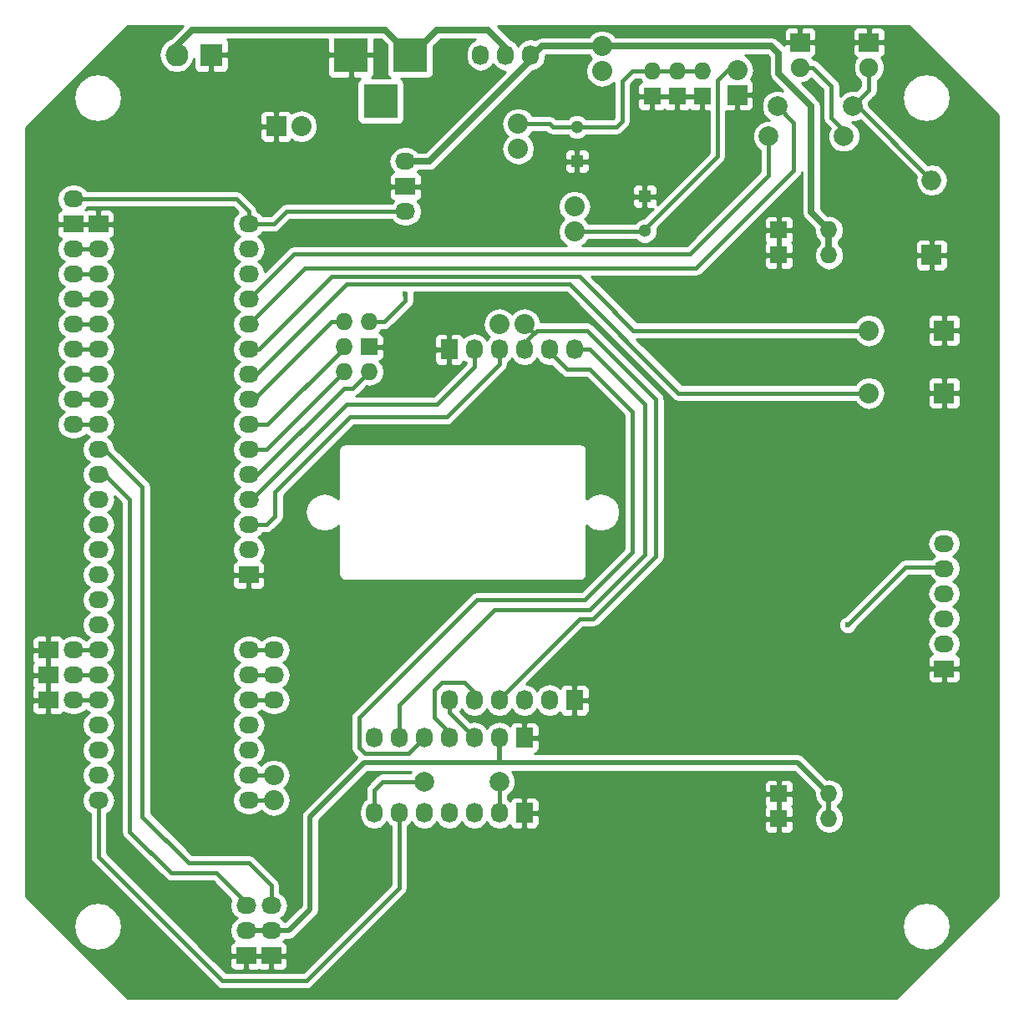
<source format=gbr>
G04 #@! TF.FileFunction,Copper,L2,Bot,Signal*
%FSLAX46Y46*%
G04 Gerber Fmt 4.6, Leading zero omitted, Abs format (unit mm)*
G04 Created by KiCad (PCBNEW 4.0.7) date 01/04/18 11:52:58*
%MOMM*%
%LPD*%
G01*
G04 APERTURE LIST*
%ADD10C,0.100000*%
%ADD11R,2.300000X2.300000*%
%ADD12O,2.300000X2.300000*%
%ADD13O,1.727200X1.727200*%
%ADD14R,1.727200X1.727200*%
%ADD15O,2.032000X1.727200*%
%ADD16R,2.032000X1.727200*%
%ADD17O,2.032000X2.032000*%
%ADD18R,2.032000X2.032000*%
%ADD19O,1.727200X2.032000*%
%ADD20R,1.727200X2.032000*%
%ADD21O,2.000000X2.000000*%
%ADD22R,2.000000X2.000000*%
%ADD23R,2.000000X1.900000*%
%ADD24C,1.900000*%
%ADD25C,1.300000*%
%ADD26R,1.300000X1.300000*%
%ADD27R,3.500120X3.500120*%
%ADD28C,1.998980*%
%ADD29C,0.600000*%
%ADD30C,0.450000*%
%ADD31C,0.550000*%
%ADD32C,0.650000*%
%ADD33C,0.350000*%
%ADD34C,0.254000*%
G04 APERTURE END LIST*
D10*
D11*
X69520000Y-53645000D03*
D12*
X66020000Y-53645000D03*
D13*
X132140000Y-128550000D03*
X132140000Y-131090000D03*
D14*
X127060000Y-128550000D03*
X127060000Y-131090000D03*
D13*
X132140000Y-71410000D03*
X132140000Y-73950000D03*
D14*
X127060000Y-71410000D03*
X127060000Y-73950000D03*
D15*
X55550000Y-91110000D03*
X55550000Y-88570000D03*
X55550000Y-86030000D03*
X55550000Y-83490000D03*
X55550000Y-80950000D03*
X55550000Y-78410000D03*
X55550000Y-75870000D03*
X55550000Y-73330000D03*
D16*
X55550000Y-70790000D03*
D15*
X55550000Y-68250000D03*
D17*
X78664000Y-60884000D03*
D18*
X76124000Y-60884000D03*
D15*
X75616000Y-139878000D03*
X75616000Y-142418000D03*
D16*
X75616000Y-144958000D03*
D15*
X73076000Y-139878000D03*
X73076000Y-142418000D03*
D16*
X73076000Y-144958000D03*
D19*
X93650000Y-119050000D03*
X96190000Y-119050000D03*
X98730000Y-119050000D03*
X101270000Y-119050000D03*
X103810000Y-119050000D03*
D20*
X106350000Y-119050000D03*
D19*
X106350000Y-83490000D03*
X103810000Y-83490000D03*
X101270000Y-83490000D03*
X98730000Y-83490000D03*
X96190000Y-83490000D03*
D20*
X93650000Y-83490000D03*
D17*
X75870000Y-126670000D03*
X75870000Y-129210000D03*
D15*
X75870000Y-113970000D03*
X75870000Y-116510000D03*
X75870000Y-119050000D03*
D14*
X114224000Y-57836000D03*
D13*
X114224000Y-55296000D03*
D14*
X116764000Y-57836000D03*
D13*
X116764000Y-55296000D03*
D14*
X119304000Y-57836000D03*
D13*
X119304000Y-55296000D03*
D18*
X122860000Y-57709000D03*
D17*
X122860000Y-55169000D03*
X106350000Y-69012000D03*
X106350000Y-71552000D03*
X100635000Y-63170000D03*
X100635000Y-60630000D03*
D18*
X143815000Y-87935000D03*
D17*
X136195000Y-87935000D03*
D18*
X143815000Y-81585000D03*
D17*
X136195000Y-81585000D03*
D19*
X86030000Y-130480000D03*
X88570000Y-130480000D03*
X91110000Y-130480000D03*
X93650000Y-130480000D03*
X96190000Y-130480000D03*
X98730000Y-130480000D03*
D20*
X101270000Y-130480000D03*
X101270000Y-122860000D03*
D19*
X98730000Y-122860000D03*
X96190000Y-122860000D03*
X93650000Y-122860000D03*
X91110000Y-122860000D03*
X88570000Y-122860000D03*
X86030000Y-122860000D03*
D17*
X98730000Y-80950000D03*
X101270000Y-80950000D03*
D13*
X82982000Y-80696000D03*
X85522000Y-80696000D03*
X82982000Y-83236000D03*
D14*
X85522000Y-83236000D03*
D13*
X82982000Y-85776000D03*
X85522000Y-85776000D03*
D19*
X101905000Y-53645000D03*
X99365000Y-53645000D03*
X96825000Y-53645000D03*
D17*
X109144000Y-52756000D03*
X109144000Y-55296000D03*
D15*
X143815000Y-103175000D03*
X143815000Y-105715000D03*
X143815000Y-108255000D03*
X143815000Y-110795000D03*
X143815000Y-113335000D03*
D16*
X143815000Y-115875000D03*
X53010000Y-119050000D03*
X53010000Y-116510000D03*
X53010000Y-113970000D03*
D15*
X55550000Y-119050000D03*
X55550000Y-116510000D03*
X55550000Y-113970000D03*
X58090000Y-129210000D03*
X58090000Y-126670000D03*
X58090000Y-124130000D03*
X58090000Y-121590000D03*
X58090000Y-119050000D03*
X58090000Y-116510000D03*
X58090000Y-113970000D03*
X58090000Y-111430000D03*
X58090000Y-108890000D03*
X58090000Y-106350000D03*
X58090000Y-103810000D03*
X58090000Y-101270000D03*
X58090000Y-98730000D03*
X58090000Y-96190000D03*
X58090000Y-93650000D03*
X58090000Y-91110000D03*
X58090000Y-88570000D03*
X58090000Y-86030000D03*
X58090000Y-83490000D03*
X58090000Y-80950000D03*
X58090000Y-78410000D03*
X58090000Y-75870000D03*
X58090000Y-73330000D03*
D16*
X58090000Y-70790000D03*
D15*
X73330000Y-129210000D03*
X73330000Y-126670000D03*
X73330000Y-124130000D03*
X73330000Y-121590000D03*
X73330000Y-119050000D03*
X73330000Y-116510000D03*
X73330000Y-113970000D03*
D16*
X73330000Y-106350000D03*
D15*
X73330000Y-103810000D03*
X73330000Y-101270000D03*
X73330000Y-98730000D03*
X73330000Y-96190000D03*
X73330000Y-93650000D03*
X73330000Y-91110000D03*
X73330000Y-88570000D03*
X73330000Y-86030000D03*
X73330000Y-83490000D03*
X73330000Y-80950000D03*
X73330000Y-78410000D03*
X73330000Y-75870000D03*
X73330000Y-73330000D03*
X73330000Y-70790000D03*
X89205000Y-69520000D03*
D16*
X89205000Y-66980000D03*
D15*
X89205000Y-64440000D03*
D21*
X142545000Y-66345000D03*
D22*
X142545000Y-73945000D03*
D23*
X136195000Y-52375000D03*
D24*
X136195000Y-54915000D03*
D25*
X113462000Y-71496000D03*
D26*
X113462000Y-67996000D03*
D25*
X106604000Y-60940000D03*
D26*
X106604000Y-64440000D03*
D27*
X89690140Y-53645000D03*
X83690660Y-53645000D03*
X86690400Y-58344000D03*
D23*
X129210000Y-52375000D03*
D24*
X129210000Y-54915000D03*
D28*
X98730000Y-127305000D03*
X91110000Y-127305000D03*
X126924000Y-58852000D03*
X134544000Y-58852000D03*
X126035000Y-61900000D03*
X133655000Y-61900000D03*
D29*
X89205000Y-77902000D03*
X134036000Y-111430000D03*
D30*
X55550000Y-70790000D02*
X58090000Y-70790000D01*
D31*
X101270000Y-129845000D02*
X101905000Y-129845000D01*
D30*
X89205000Y-78537000D02*
X89205000Y-77902000D01*
X87046000Y-80696000D02*
X89205000Y-78537000D01*
X85522000Y-80696000D02*
X87046000Y-80696000D01*
X98730000Y-127305000D02*
X98730000Y-130480000D01*
X55550000Y-68250000D02*
X72060000Y-68250000D01*
X73330000Y-69520000D02*
X73330000Y-70790000D01*
X72060000Y-68250000D02*
X73330000Y-69520000D01*
X89205000Y-69520000D02*
X77140000Y-69520000D01*
X77140000Y-69520000D02*
X75870000Y-70790000D01*
X77140000Y-69520000D02*
X75870000Y-70790000D01*
X73330000Y-70790000D02*
X75870000Y-70790000D01*
D32*
X99365000Y-53645000D02*
X99365000Y-52883000D01*
X99365000Y-52883000D02*
X97587000Y-51105000D01*
X89690140Y-53645000D02*
X89840000Y-53645000D01*
X89840000Y-53645000D02*
X92380000Y-51105000D01*
X92380000Y-51105000D02*
X97587000Y-51105000D01*
X66020000Y-53645000D02*
X66020000Y-52700000D01*
X66020000Y-52700000D02*
X67615000Y-51105000D01*
X67615000Y-51105000D02*
X87150140Y-51105000D01*
X87150140Y-51105000D02*
X89690140Y-53645000D01*
X90325140Y-53010000D02*
X90475000Y-53010000D01*
X90325140Y-53010000D02*
X90325140Y-54130140D01*
D30*
X133655000Y-61900000D02*
X133655000Y-61265000D01*
X133655000Y-61265000D02*
X132385000Y-59995000D01*
X129210000Y-54915000D02*
X130480000Y-54915000D01*
X132385000Y-56820000D02*
X132385000Y-59995000D01*
X130480000Y-54915000D02*
X132385000Y-56820000D01*
D31*
X105334000Y-125400000D02*
X128990000Y-125400000D01*
X128990000Y-125400000D02*
X132140000Y-128550000D01*
X98730000Y-122860000D02*
X98730000Y-125400000D01*
X85014000Y-125400000D02*
X98730000Y-125400000D01*
X98730000Y-125400000D02*
X105334000Y-125400000D01*
X79553000Y-140259000D02*
X79553000Y-130861000D01*
X79553000Y-130861000D02*
X80442000Y-129972000D01*
X77394000Y-142418000D02*
X75616000Y-142418000D01*
X79553000Y-140259000D02*
X77394000Y-142418000D01*
X85014000Y-125400000D02*
X80442000Y-129972000D01*
X132140000Y-131090000D02*
X132140000Y-128550000D01*
X73076000Y-142418000D02*
X75616000Y-142418000D01*
X132140000Y-131090000D02*
X131630000Y-131090000D01*
D30*
X93650000Y-119050000D02*
X93650000Y-120320000D01*
X93650000Y-120320000D02*
X96190000Y-122860000D01*
X93650000Y-118415000D02*
X93650000Y-119050000D01*
X93650000Y-122860000D02*
X93650000Y-122352000D01*
X93650000Y-122352000D02*
X92126000Y-120828000D01*
X92126000Y-120828000D02*
X92126000Y-118034000D01*
X92126000Y-118034000D02*
X92888000Y-117272000D01*
X92888000Y-117272000D02*
X95174000Y-117272000D01*
X95174000Y-117272000D02*
X96190000Y-118288000D01*
X96190000Y-118288000D02*
X96190000Y-119050000D01*
X96190000Y-119050000D02*
X96190000Y-119685000D01*
X103810000Y-83490000D02*
X103810000Y-83744000D01*
X103810000Y-83744000D02*
X105588000Y-85522000D01*
X105588000Y-85522000D02*
X107874000Y-85522000D01*
X107874000Y-85522000D02*
X112192000Y-89840000D01*
X112192000Y-89840000D02*
X112192000Y-104064000D01*
X112192000Y-104064000D02*
X107366000Y-108890000D01*
X107366000Y-108890000D02*
X96444000Y-108890000D01*
X96444000Y-108890000D02*
X84506000Y-120828000D01*
X84506000Y-120828000D02*
X84506000Y-123876000D01*
X84506000Y-123876000D02*
X85075998Y-124445998D01*
X85075998Y-124445998D02*
X89524002Y-124445998D01*
X89524002Y-124445998D02*
X91110000Y-122860000D01*
X88570000Y-122860000D02*
X88570000Y-119558000D01*
X107874000Y-83490000D02*
X106350000Y-83490000D01*
X113462000Y-89078000D02*
X107874000Y-83490000D01*
X113462000Y-104318000D02*
X113462000Y-89078000D01*
X107874000Y-109906000D02*
X113462000Y-104318000D01*
X98222000Y-109906000D02*
X107874000Y-109906000D01*
X88570000Y-119558000D02*
X98222000Y-109906000D01*
D33*
X106350000Y-84125000D02*
X106350000Y-83490000D01*
D30*
X86030000Y-130480000D02*
X86030000Y-128194000D01*
X86919000Y-127305000D02*
X91110000Y-127305000D01*
X86030000Y-128194000D02*
X86919000Y-127305000D01*
X73330000Y-129210000D02*
X75870000Y-129210000D01*
X55550000Y-88570000D02*
X58090000Y-88570000D01*
X55550000Y-86030000D02*
X58090000Y-86030000D01*
X55550000Y-83490000D02*
X58090000Y-83490000D01*
X55550000Y-80950000D02*
X58090000Y-80950000D01*
X55550000Y-78410000D02*
X58090000Y-78410000D01*
X55550000Y-75870000D02*
X58090000Y-75870000D01*
X55550000Y-73330000D02*
X58090000Y-73330000D01*
X98730000Y-119050000D02*
X98730000Y-118923000D01*
X98730000Y-118923000D02*
X106858000Y-110795000D01*
X101270000Y-80950000D02*
X102222500Y-81902500D01*
X102222500Y-81902500D02*
X101905000Y-82220000D01*
X110795000Y-84760000D02*
X114605000Y-88570000D01*
X114605000Y-88570000D02*
X114605000Y-104445000D01*
X105715000Y-81585000D02*
X107620000Y-81585000D01*
X110795000Y-84760000D02*
X107620000Y-81585000D01*
X101270000Y-82855000D02*
X101905000Y-82220000D01*
X101905000Y-82220000D02*
X102540000Y-81585000D01*
X102540000Y-81585000D02*
X105080000Y-81585000D01*
X105080000Y-81585000D02*
X105715000Y-81585000D01*
X114605000Y-104445000D02*
X113335000Y-105715000D01*
X108255000Y-110795000D02*
X113335000Y-105715000D01*
X106858000Y-110795000D02*
X108255000Y-110795000D01*
X101270000Y-84125000D02*
X101270000Y-82855000D01*
X134544000Y-58852000D02*
X135052000Y-58852000D01*
X135052000Y-58852000D02*
X142545000Y-66345000D01*
X136195000Y-54915000D02*
X136195000Y-57201000D01*
X136195000Y-57201000D02*
X134544000Y-58852000D01*
X73076000Y-139878000D02*
X73076000Y-139624000D01*
X73076000Y-139624000D02*
X70028000Y-136576000D01*
X70028000Y-136576000D02*
X65456000Y-136576000D01*
X65456000Y-136576000D02*
X61265000Y-132385000D01*
X58090000Y-96190000D02*
X58725000Y-96190000D01*
X58725000Y-96190000D02*
X61265000Y-98730000D01*
X61265000Y-98730000D02*
X61265000Y-132385000D01*
X62535000Y-130607000D02*
X62535000Y-130861000D01*
X62535000Y-130861000D02*
X67234000Y-135560000D01*
X75616000Y-139878000D02*
X75616000Y-137846000D01*
X75616000Y-137846000D02*
X73330000Y-135560000D01*
X73330000Y-135560000D02*
X67234000Y-135560000D01*
X58090000Y-93650000D02*
X58725000Y-93650000D01*
X58725000Y-93650000D02*
X62535000Y-97460000D01*
X62535000Y-97460000D02*
X62535000Y-130607000D01*
X66345000Y-143180000D02*
X70663000Y-147498000D01*
X70663000Y-147498000D02*
X70790000Y-147498000D01*
X70790000Y-147498000D02*
X79172000Y-147498000D01*
X79172000Y-147498000D02*
X79426000Y-147244000D01*
X88570000Y-130480000D02*
X88570000Y-138100000D01*
X88570000Y-138100000D02*
X87046000Y-139624000D01*
X58090000Y-129210000D02*
X58090000Y-134925000D01*
X79426000Y-147244000D02*
X87046000Y-139624000D01*
X58090000Y-134925000D02*
X66345000Y-143180000D01*
X73330000Y-113970000D02*
X75870000Y-113970000D01*
X73330000Y-116510000D02*
X75870000Y-116510000D01*
X73330000Y-119050000D02*
X75870000Y-119050000D01*
X73330000Y-126670000D02*
X75870000Y-126670000D01*
X75997000Y-98603000D02*
X75997000Y-97968000D01*
X83617000Y-90348000D02*
X86919000Y-90348000D01*
X75997000Y-97968000D02*
X83617000Y-90348000D01*
X93396000Y-90348000D02*
X93904000Y-89840000D01*
X86919000Y-90348000D02*
X93396000Y-90348000D01*
X75108000Y-101270000D02*
X73330000Y-101270000D01*
X75997000Y-100381000D02*
X75108000Y-101270000D01*
X75997000Y-98603000D02*
X75997000Y-100381000D01*
X98730000Y-83490000D02*
X98730000Y-85014000D01*
X98730000Y-85014000D02*
X93904000Y-89840000D01*
X73330000Y-101270000D02*
X73838000Y-101270000D01*
X73330000Y-98730000D02*
X73584000Y-98730000D01*
X73584000Y-98730000D02*
X83236000Y-89078000D01*
X83236000Y-89078000D02*
X84887000Y-89078000D01*
X92380000Y-89078000D02*
X93269000Y-88189000D01*
X84887000Y-89078000D02*
X92380000Y-89078000D01*
X96190000Y-83490000D02*
X96190000Y-85268000D01*
X96190000Y-85268000D02*
X93269000Y-88189000D01*
X73330000Y-98730000D02*
X74092000Y-98730000D01*
X105842000Y-76886000D02*
X116891000Y-87935000D01*
X83236000Y-76886000D02*
X105842000Y-76886000D01*
X82410500Y-77711500D02*
X83236000Y-76886000D01*
X116891000Y-87935000D02*
X136195000Y-87935000D01*
X73330000Y-86030000D02*
X74092000Y-86030000D01*
X74092000Y-86030000D02*
X82410500Y-77711500D01*
X90348000Y-76124000D02*
X106858000Y-76124000D01*
X106858000Y-76124000D02*
X108636000Y-77902000D01*
X108636000Y-77902000D02*
X112319000Y-81585000D01*
X112319000Y-81585000D02*
X136195000Y-81585000D01*
X73330000Y-83490000D02*
X74346000Y-83490000D01*
X74346000Y-83490000D02*
X81712000Y-76124000D01*
X81712000Y-76124000D02*
X90348000Y-76124000D01*
X102667000Y-75235000D02*
X79045000Y-75235000D01*
X79045000Y-75235000D02*
X73330000Y-80950000D01*
X103302000Y-75235000D02*
X102667000Y-75235000D01*
X118288000Y-75235000D02*
X118669000Y-75235000D01*
X118669000Y-75235000D02*
X128575000Y-65329000D01*
X73330000Y-80950000D02*
X73965000Y-80950000D01*
X128575000Y-60503000D02*
X126924000Y-58852000D01*
X128575000Y-65329000D02*
X128575000Y-60503000D01*
X103302000Y-75235000D02*
X118288000Y-75235000D01*
X126924000Y-58852000D02*
X126924000Y-58979000D01*
X73330000Y-80950000D02*
X74092000Y-80950000D01*
X103175000Y-73838000D02*
X77902000Y-73838000D01*
X77902000Y-73838000D02*
X73330000Y-78410000D01*
X117780000Y-73838000D02*
X118034000Y-73838000D01*
X118034000Y-73838000D02*
X126035000Y-65837000D01*
X126035000Y-61900000D02*
X126035000Y-65837000D01*
X103175000Y-73838000D02*
X117780000Y-73838000D01*
X139878000Y-105588000D02*
X143688000Y-105588000D01*
X134036000Y-111430000D02*
X139878000Y-105588000D01*
X143688000Y-105588000D02*
X143815000Y-105715000D01*
X55550000Y-91110000D02*
X58090000Y-91110000D01*
X55550000Y-116510000D02*
X58090000Y-116510000D01*
X55550000Y-113970000D02*
X58090000Y-113970000D01*
X55550000Y-119050000D02*
X58090000Y-119050000D01*
X120828000Y-60122000D02*
X120828000Y-63932000D01*
X120828000Y-63932000D02*
X119812000Y-64948000D01*
X116002000Y-68758000D02*
X119812000Y-64948000D01*
X113462000Y-71298000D02*
X116002000Y-68758000D01*
X122860000Y-55169000D02*
X121844000Y-55169000D01*
X121844000Y-55169000D02*
X120828000Y-56185000D01*
X120828000Y-56185000D02*
X120828000Y-60122000D01*
X113462000Y-71496000D02*
X113462000Y-71298000D01*
X106350000Y-71552000D02*
X113406000Y-71552000D01*
X113406000Y-71552000D02*
X113462000Y-71496000D01*
X106604000Y-60940000D02*
X110612000Y-60940000D01*
X112192000Y-55296000D02*
X114224000Y-55296000D01*
X111176000Y-56312000D02*
X112192000Y-55296000D01*
X111176000Y-60376000D02*
X111176000Y-56312000D01*
X110612000Y-60940000D02*
X111176000Y-60376000D01*
X100635000Y-60630000D02*
X103810000Y-60630000D01*
X104120000Y-60940000D02*
X106604000Y-60940000D01*
X103810000Y-60630000D02*
X104120000Y-60940000D01*
X116129000Y-55296000D02*
X118669000Y-55296000D01*
X113589000Y-55296000D02*
X116129000Y-55296000D01*
X113589000Y-55296000D02*
X113335000Y-55296000D01*
X73330000Y-88570000D02*
X73838000Y-88570000D01*
X73838000Y-88570000D02*
X81712000Y-80696000D01*
X81712000Y-80696000D02*
X82982000Y-80696000D01*
X75235000Y-91110000D02*
X73330000Y-91110000D01*
X82982000Y-83363000D02*
X75235000Y-91110000D01*
X82982000Y-83236000D02*
X82982000Y-83363000D01*
X73330000Y-93650000D02*
X75108000Y-93650000D01*
X75108000Y-93650000D02*
X82982000Y-85776000D01*
X82474000Y-86284000D02*
X82982000Y-85776000D01*
X73330000Y-96190000D02*
X74219000Y-96190000D01*
X74219000Y-96190000D02*
X82982000Y-87427000D01*
X82982000Y-87427000D02*
X83871000Y-87427000D01*
X83871000Y-87427000D02*
X85522000Y-85776000D01*
D32*
X101905000Y-53645000D02*
X102159000Y-53645000D01*
X102159000Y-53645000D02*
X103048000Y-52756000D01*
X101905000Y-53645000D02*
X101905000Y-54153000D01*
X101905000Y-54153000D02*
X96698000Y-59360000D01*
X130353000Y-69623000D02*
X132140000Y-71410000D01*
X130353000Y-58852000D02*
X130353000Y-69623000D01*
X127051000Y-55550000D02*
X130353000Y-58852000D01*
X127051000Y-53518000D02*
X127051000Y-55550000D01*
X89205000Y-64440000D02*
X91618000Y-64440000D01*
X91618000Y-64440000D02*
X96698000Y-59360000D01*
X132140000Y-73950000D02*
X132140000Y-71410000D01*
X126289000Y-52756000D02*
X127051000Y-53518000D01*
X103048000Y-52756000D02*
X109652000Y-52756000D01*
X109652000Y-52756000D02*
X126289000Y-52756000D01*
D34*
G36*
X65417474Y-51944880D02*
X65336910Y-51960905D01*
X64757814Y-52347844D01*
X64370875Y-52926940D01*
X64235000Y-53610030D01*
X64235000Y-53679970D01*
X64370875Y-54363060D01*
X64757814Y-54942156D01*
X65336910Y-55329095D01*
X66020000Y-55464970D01*
X66703090Y-55329095D01*
X67282186Y-54942156D01*
X67669125Y-54363060D01*
X67735000Y-54031884D01*
X67735000Y-54921309D01*
X67831673Y-55154698D01*
X68010301Y-55333327D01*
X68243690Y-55430000D01*
X69234250Y-55430000D01*
X69393000Y-55271250D01*
X69393000Y-53772000D01*
X69647000Y-53772000D01*
X69647000Y-55271250D01*
X69805750Y-55430000D01*
X70796310Y-55430000D01*
X71029699Y-55333327D01*
X71208327Y-55154698D01*
X71305000Y-54921309D01*
X71305000Y-53930750D01*
X81305600Y-53930750D01*
X81305600Y-55521370D01*
X81402273Y-55754759D01*
X81580902Y-55933387D01*
X81814291Y-56030060D01*
X83404910Y-56030060D01*
X83563660Y-55871310D01*
X83563660Y-53772000D01*
X81464350Y-53772000D01*
X81305600Y-53930750D01*
X71305000Y-53930750D01*
X71146250Y-53772000D01*
X69647000Y-53772000D01*
X69393000Y-53772000D01*
X69373000Y-53772000D01*
X69373000Y-53518000D01*
X69393000Y-53518000D01*
X69393000Y-53498000D01*
X69647000Y-53498000D01*
X69647000Y-53518000D01*
X71146250Y-53518000D01*
X71305000Y-53359250D01*
X71305000Y-52368691D01*
X71208327Y-52135302D01*
X71138025Y-52065000D01*
X81305600Y-52065000D01*
X81305600Y-53359250D01*
X81464350Y-53518000D01*
X83563660Y-53518000D01*
X83563660Y-53498000D01*
X83817660Y-53498000D01*
X83817660Y-53518000D01*
X85916970Y-53518000D01*
X86075720Y-53359250D01*
X86075720Y-52065000D01*
X86752494Y-52065000D01*
X87292640Y-52605146D01*
X87292640Y-55395060D01*
X87336918Y-55630377D01*
X87475990Y-55846501D01*
X87622343Y-55946500D01*
X85768760Y-55946500D01*
X85800418Y-55933387D01*
X85979047Y-55754759D01*
X86075720Y-55521370D01*
X86075720Y-53930750D01*
X85916970Y-53772000D01*
X83817660Y-53772000D01*
X83817660Y-55871310D01*
X83976410Y-56030060D01*
X84643977Y-56030060D01*
X84488899Y-56129850D01*
X84343909Y-56342050D01*
X84292900Y-56593940D01*
X84292900Y-60094060D01*
X84337178Y-60329377D01*
X84476250Y-60545501D01*
X84688450Y-60690491D01*
X84940340Y-60741500D01*
X88440460Y-60741500D01*
X88675777Y-60697222D01*
X88891901Y-60558150D01*
X89036891Y-60345950D01*
X89087900Y-60094060D01*
X89087900Y-56593940D01*
X89043622Y-56358623D01*
X88904550Y-56142499D01*
X88758197Y-56042500D01*
X91440200Y-56042500D01*
X91675517Y-55998222D01*
X91891641Y-55859150D01*
X92036631Y-55646950D01*
X92087640Y-55395060D01*
X92087640Y-52755005D01*
X92777645Y-52065000D01*
X96305449Y-52065000D01*
X96251511Y-52075729D01*
X95765330Y-52400585D01*
X95440474Y-52886766D01*
X95326400Y-53460255D01*
X95326400Y-53829745D01*
X95440474Y-54403234D01*
X95765330Y-54889415D01*
X96251511Y-55214271D01*
X96825000Y-55328345D01*
X97398489Y-55214271D01*
X97884670Y-54889415D01*
X98095000Y-54574634D01*
X98305330Y-54889415D01*
X98791511Y-55214271D01*
X99365000Y-55328345D01*
X99373750Y-55326604D01*
X96019177Y-58681177D01*
X96019175Y-58681180D01*
X91220354Y-63480000D01*
X90516012Y-63480000D01*
X90449415Y-63380330D01*
X89963234Y-63055474D01*
X89389745Y-62941400D01*
X89020255Y-62941400D01*
X88446766Y-63055474D01*
X87960585Y-63380330D01*
X87635729Y-63866511D01*
X87521655Y-64440000D01*
X87635729Y-65013489D01*
X87960585Y-65499670D01*
X87982780Y-65514500D01*
X87829302Y-65578073D01*
X87650673Y-65756701D01*
X87554000Y-65990090D01*
X87554000Y-66694250D01*
X87712750Y-66853000D01*
X89078000Y-66853000D01*
X89078000Y-66833000D01*
X89332000Y-66833000D01*
X89332000Y-66853000D01*
X90697250Y-66853000D01*
X90856000Y-66694250D01*
X90856000Y-65990090D01*
X90759327Y-65756701D01*
X90580698Y-65578073D01*
X90427220Y-65514500D01*
X90449415Y-65499670D01*
X90516012Y-65400000D01*
X91617995Y-65400000D01*
X91618000Y-65400001D01*
X91985376Y-65326924D01*
X92296823Y-65118823D01*
X97376820Y-60038825D01*
X97376823Y-60038823D01*
X102132566Y-55283079D01*
X102478489Y-55214271D01*
X102964670Y-54889415D01*
X103289526Y-54403234D01*
X103403600Y-53829745D01*
X103403600Y-53758045D01*
X103445645Y-53716000D01*
X107805620Y-53716000D01*
X107944222Y-53923433D01*
X108097724Y-54026000D01*
X107944222Y-54128567D01*
X107586330Y-54664190D01*
X107460655Y-55296000D01*
X107586330Y-55927810D01*
X107944222Y-56463433D01*
X108479845Y-56821325D01*
X109111655Y-56947000D01*
X109176345Y-56947000D01*
X109808155Y-56821325D01*
X110316000Y-56481994D01*
X110316000Y-60019776D01*
X110255776Y-60080000D01*
X107561180Y-60080000D01*
X107332845Y-59851265D01*
X106860724Y-59655223D01*
X106349519Y-59654777D01*
X105877057Y-59849995D01*
X105646650Y-60080000D01*
X104476224Y-60080000D01*
X104418112Y-60021888D01*
X104377871Y-59995000D01*
X104139108Y-59835464D01*
X103810000Y-59770000D01*
X102040198Y-59770000D01*
X101834778Y-59462567D01*
X101299155Y-59104675D01*
X100667345Y-58979000D01*
X100602655Y-58979000D01*
X99970845Y-59104675D01*
X99435222Y-59462567D01*
X99077330Y-59998190D01*
X98951655Y-60630000D01*
X99077330Y-61261810D01*
X99435222Y-61797433D01*
X99588724Y-61900000D01*
X99435222Y-62002567D01*
X99077330Y-62538190D01*
X98951655Y-63170000D01*
X99077330Y-63801810D01*
X99435222Y-64337433D01*
X99970845Y-64695325D01*
X100602655Y-64821000D01*
X100667345Y-64821000D01*
X101146198Y-64725750D01*
X105319000Y-64725750D01*
X105319000Y-65216309D01*
X105415673Y-65449698D01*
X105594301Y-65628327D01*
X105827690Y-65725000D01*
X106318250Y-65725000D01*
X106477000Y-65566250D01*
X106477000Y-64567000D01*
X106731000Y-64567000D01*
X106731000Y-65566250D01*
X106889750Y-65725000D01*
X107380310Y-65725000D01*
X107613699Y-65628327D01*
X107792327Y-65449698D01*
X107889000Y-65216309D01*
X107889000Y-64725750D01*
X107730250Y-64567000D01*
X106731000Y-64567000D01*
X106477000Y-64567000D01*
X105477750Y-64567000D01*
X105319000Y-64725750D01*
X101146198Y-64725750D01*
X101299155Y-64695325D01*
X101834778Y-64337433D01*
X102192670Y-63801810D01*
X102220143Y-63663691D01*
X105319000Y-63663691D01*
X105319000Y-64154250D01*
X105477750Y-64313000D01*
X106477000Y-64313000D01*
X106477000Y-63313750D01*
X106731000Y-63313750D01*
X106731000Y-64313000D01*
X107730250Y-64313000D01*
X107889000Y-64154250D01*
X107889000Y-63663691D01*
X107792327Y-63430302D01*
X107613699Y-63251673D01*
X107380310Y-63155000D01*
X106889750Y-63155000D01*
X106731000Y-63313750D01*
X106477000Y-63313750D01*
X106318250Y-63155000D01*
X105827690Y-63155000D01*
X105594301Y-63251673D01*
X105415673Y-63430302D01*
X105319000Y-63663691D01*
X102220143Y-63663691D01*
X102318345Y-63170000D01*
X102192670Y-62538190D01*
X101834778Y-62002567D01*
X101681276Y-61900000D01*
X101834778Y-61797433D01*
X102040198Y-61490000D01*
X103453776Y-61490000D01*
X103511888Y-61548112D01*
X103790892Y-61734536D01*
X104120000Y-61800000D01*
X105646820Y-61800000D01*
X105875155Y-62028735D01*
X106347276Y-62224777D01*
X106858481Y-62225223D01*
X107330943Y-62030005D01*
X107561350Y-61800000D01*
X110612000Y-61800000D01*
X110941108Y-61734536D01*
X111220112Y-61548112D01*
X111784112Y-60984112D01*
X111970536Y-60705108D01*
X112036000Y-60376000D01*
X112036000Y-58121750D01*
X112725400Y-58121750D01*
X112725400Y-58825909D01*
X112822073Y-59059298D01*
X113000701Y-59237927D01*
X113234090Y-59334600D01*
X113938250Y-59334600D01*
X114097000Y-59175850D01*
X114097000Y-57963000D01*
X114351000Y-57963000D01*
X114351000Y-59175850D01*
X114509750Y-59334600D01*
X115213910Y-59334600D01*
X115447299Y-59237927D01*
X115494000Y-59191226D01*
X115540701Y-59237927D01*
X115774090Y-59334600D01*
X116478250Y-59334600D01*
X116637000Y-59175850D01*
X116637000Y-57963000D01*
X116891000Y-57963000D01*
X116891000Y-59175850D01*
X117049750Y-59334600D01*
X117753910Y-59334600D01*
X117987299Y-59237927D01*
X118034000Y-59191226D01*
X118080701Y-59237927D01*
X118314090Y-59334600D01*
X119018250Y-59334600D01*
X119177000Y-59175850D01*
X119177000Y-57963000D01*
X116891000Y-57963000D01*
X116637000Y-57963000D01*
X114351000Y-57963000D01*
X114097000Y-57963000D01*
X112884150Y-57963000D01*
X112725400Y-58121750D01*
X112036000Y-58121750D01*
X112036000Y-56668224D01*
X112548224Y-56156000D01*
X113011298Y-56156000D01*
X113154526Y-56370356D01*
X113000701Y-56434073D01*
X112822073Y-56612702D01*
X112725400Y-56846091D01*
X112725400Y-57550250D01*
X112884150Y-57709000D01*
X114097000Y-57709000D01*
X114097000Y-57689000D01*
X114351000Y-57689000D01*
X114351000Y-57709000D01*
X116637000Y-57709000D01*
X116637000Y-57689000D01*
X116891000Y-57689000D01*
X116891000Y-57709000D01*
X119177000Y-57709000D01*
X119177000Y-57689000D01*
X119431000Y-57689000D01*
X119431000Y-57709000D01*
X119451000Y-57709000D01*
X119451000Y-57963000D01*
X119431000Y-57963000D01*
X119431000Y-59175850D01*
X119589750Y-59334600D01*
X119968000Y-59334600D01*
X119968000Y-63575776D01*
X114729699Y-68814077D01*
X114747000Y-68772309D01*
X114747000Y-68281750D01*
X114588250Y-68123000D01*
X113589000Y-68123000D01*
X113589000Y-69122250D01*
X113747750Y-69281000D01*
X114238310Y-69281000D01*
X114280076Y-69263700D01*
X113332890Y-70210886D01*
X113207519Y-70210777D01*
X112735057Y-70405995D01*
X112448552Y-70692000D01*
X107755198Y-70692000D01*
X107549778Y-70384567D01*
X107396276Y-70282000D01*
X107549778Y-70179433D01*
X107907670Y-69643810D01*
X108033345Y-69012000D01*
X107907670Y-68380190D01*
X107841895Y-68281750D01*
X112177000Y-68281750D01*
X112177000Y-68772309D01*
X112273673Y-69005698D01*
X112452301Y-69184327D01*
X112685690Y-69281000D01*
X113176250Y-69281000D01*
X113335000Y-69122250D01*
X113335000Y-68123000D01*
X112335750Y-68123000D01*
X112177000Y-68281750D01*
X107841895Y-68281750D01*
X107549778Y-67844567D01*
X107014155Y-67486675D01*
X106382345Y-67361000D01*
X106317655Y-67361000D01*
X105685845Y-67486675D01*
X105150222Y-67844567D01*
X104792330Y-68380190D01*
X104666655Y-69012000D01*
X104792330Y-69643810D01*
X105150222Y-70179433D01*
X105303724Y-70282000D01*
X105150222Y-70384567D01*
X104792330Y-70920190D01*
X104666655Y-71552000D01*
X104792330Y-72183810D01*
X105150222Y-72719433D01*
X105537195Y-72978000D01*
X77902000Y-72978000D01*
X77572892Y-73043464D01*
X77293888Y-73229888D01*
X74953689Y-75570087D01*
X74899271Y-75296511D01*
X74574415Y-74810330D01*
X74259634Y-74600000D01*
X74574415Y-74389670D01*
X74899271Y-73903489D01*
X75013345Y-73330000D01*
X74899271Y-72756511D01*
X74574415Y-72270330D01*
X74259634Y-72060000D01*
X74574415Y-71849670D01*
X74707830Y-71650000D01*
X75870000Y-71650000D01*
X76199108Y-71584536D01*
X76478112Y-71398112D01*
X77496224Y-70380000D01*
X87827170Y-70380000D01*
X87960585Y-70579670D01*
X88446766Y-70904526D01*
X89020255Y-71018600D01*
X89389745Y-71018600D01*
X89963234Y-70904526D01*
X90449415Y-70579670D01*
X90774271Y-70093489D01*
X90888345Y-69520000D01*
X90774271Y-68946511D01*
X90449415Y-68460330D01*
X90427220Y-68445500D01*
X90580698Y-68381927D01*
X90759327Y-68203299D01*
X90856000Y-67969910D01*
X90856000Y-67265750D01*
X90809941Y-67219691D01*
X112177000Y-67219691D01*
X112177000Y-67710250D01*
X112335750Y-67869000D01*
X113335000Y-67869000D01*
X113335000Y-66869750D01*
X113589000Y-66869750D01*
X113589000Y-67869000D01*
X114588250Y-67869000D01*
X114747000Y-67710250D01*
X114747000Y-67219691D01*
X114650327Y-66986302D01*
X114471699Y-66807673D01*
X114238310Y-66711000D01*
X113747750Y-66711000D01*
X113589000Y-66869750D01*
X113335000Y-66869750D01*
X113176250Y-66711000D01*
X112685690Y-66711000D01*
X112452301Y-66807673D01*
X112273673Y-66986302D01*
X112177000Y-67219691D01*
X90809941Y-67219691D01*
X90697250Y-67107000D01*
X89332000Y-67107000D01*
X89332000Y-67127000D01*
X89078000Y-67127000D01*
X89078000Y-67107000D01*
X87712750Y-67107000D01*
X87554000Y-67265750D01*
X87554000Y-67969910D01*
X87650673Y-68203299D01*
X87829302Y-68381927D01*
X87982780Y-68445500D01*
X87960585Y-68460330D01*
X87827170Y-68660000D01*
X77140000Y-68660000D01*
X76810892Y-68725464D01*
X76664187Y-68823489D01*
X76531888Y-68911888D01*
X75513776Y-69930000D01*
X74707830Y-69930000D01*
X74574415Y-69730330D01*
X74179326Y-69466340D01*
X74124536Y-69190892D01*
X73938112Y-68911888D01*
X72668112Y-67641888D01*
X72389108Y-67455464D01*
X72060000Y-67390000D01*
X56927830Y-67390000D01*
X56794415Y-67190330D01*
X56308234Y-66865474D01*
X55734745Y-66751400D01*
X55365255Y-66751400D01*
X54791766Y-66865474D01*
X54305585Y-67190330D01*
X53980729Y-67676511D01*
X53866655Y-68250000D01*
X53980729Y-68823489D01*
X54305585Y-69309670D01*
X54327780Y-69324500D01*
X54174302Y-69388073D01*
X53995673Y-69566701D01*
X53899000Y-69800090D01*
X53899000Y-70504250D01*
X54057750Y-70663000D01*
X55423000Y-70663000D01*
X55423000Y-70643000D01*
X55677000Y-70643000D01*
X55677000Y-70663000D01*
X57963000Y-70663000D01*
X57963000Y-69450150D01*
X58217000Y-69450150D01*
X58217000Y-70663000D01*
X59582250Y-70663000D01*
X59741000Y-70504250D01*
X59741000Y-69800090D01*
X59644327Y-69566701D01*
X59465698Y-69388073D01*
X59232309Y-69291400D01*
X58375750Y-69291400D01*
X58217000Y-69450150D01*
X57963000Y-69450150D01*
X57804250Y-69291400D01*
X56947691Y-69291400D01*
X56820000Y-69344291D01*
X56772220Y-69324500D01*
X56794415Y-69309670D01*
X56927830Y-69110000D01*
X71703776Y-69110000D01*
X72228568Y-69634792D01*
X72085585Y-69730330D01*
X71760729Y-70216511D01*
X71646655Y-70790000D01*
X71760729Y-71363489D01*
X72085585Y-71849670D01*
X72400366Y-72060000D01*
X72085585Y-72270330D01*
X71760729Y-72756511D01*
X71646655Y-73330000D01*
X71760729Y-73903489D01*
X72085585Y-74389670D01*
X72400366Y-74600000D01*
X72085585Y-74810330D01*
X71760729Y-75296511D01*
X71646655Y-75870000D01*
X71760729Y-76443489D01*
X72085585Y-76929670D01*
X72400366Y-77140000D01*
X72085585Y-77350330D01*
X71760729Y-77836511D01*
X71646655Y-78410000D01*
X71760729Y-78983489D01*
X72085585Y-79469670D01*
X72400366Y-79680000D01*
X72085585Y-79890330D01*
X71760729Y-80376511D01*
X71646655Y-80950000D01*
X71760729Y-81523489D01*
X72085585Y-82009670D01*
X72400366Y-82220000D01*
X72085585Y-82430330D01*
X71760729Y-82916511D01*
X71646655Y-83490000D01*
X71760729Y-84063489D01*
X72085585Y-84549670D01*
X72400366Y-84760000D01*
X72085585Y-84970330D01*
X71760729Y-85456511D01*
X71646655Y-86030000D01*
X71760729Y-86603489D01*
X72085585Y-87089670D01*
X72400366Y-87300000D01*
X72085585Y-87510330D01*
X71760729Y-87996511D01*
X71646655Y-88570000D01*
X71760729Y-89143489D01*
X72085585Y-89629670D01*
X72400366Y-89840000D01*
X72085585Y-90050330D01*
X71760729Y-90536511D01*
X71646655Y-91110000D01*
X71760729Y-91683489D01*
X72085585Y-92169670D01*
X72400366Y-92380000D01*
X72085585Y-92590330D01*
X71760729Y-93076511D01*
X71646655Y-93650000D01*
X71760729Y-94223489D01*
X72085585Y-94709670D01*
X72400366Y-94920000D01*
X72085585Y-95130330D01*
X71760729Y-95616511D01*
X71646655Y-96190000D01*
X71760729Y-96763489D01*
X72085585Y-97249670D01*
X72400366Y-97460000D01*
X72085585Y-97670330D01*
X71760729Y-98156511D01*
X71646655Y-98730000D01*
X71760729Y-99303489D01*
X72085585Y-99789670D01*
X72400366Y-100000000D01*
X72085585Y-100210330D01*
X71760729Y-100696511D01*
X71646655Y-101270000D01*
X71760729Y-101843489D01*
X72085585Y-102329670D01*
X72400366Y-102540000D01*
X72085585Y-102750330D01*
X71760729Y-103236511D01*
X71646655Y-103810000D01*
X71760729Y-104383489D01*
X72085585Y-104869670D01*
X72107780Y-104884500D01*
X71954302Y-104948073D01*
X71775673Y-105126701D01*
X71679000Y-105360090D01*
X71679000Y-106064250D01*
X71837750Y-106223000D01*
X73203000Y-106223000D01*
X73203000Y-106203000D01*
X73457000Y-106203000D01*
X73457000Y-106223000D01*
X74822250Y-106223000D01*
X74981000Y-106064250D01*
X74981000Y-105360090D01*
X74884327Y-105126701D01*
X74705698Y-104948073D01*
X74552220Y-104884500D01*
X74574415Y-104869670D01*
X74899271Y-104383489D01*
X75013345Y-103810000D01*
X74899271Y-103236511D01*
X74574415Y-102750330D01*
X74259634Y-102540000D01*
X74574415Y-102329670D01*
X74707830Y-102130000D01*
X75108000Y-102130000D01*
X75437108Y-102064536D01*
X75716112Y-101878112D01*
X76605112Y-100989112D01*
X76637331Y-100940892D01*
X76791536Y-100710108D01*
X76857000Y-100381000D01*
X76857000Y-100000000D01*
X79040000Y-100000000D01*
X79189196Y-100750060D01*
X79614071Y-101385929D01*
X80249940Y-101810804D01*
X81000000Y-101960000D01*
X81750060Y-101810804D01*
X82385929Y-101385929D01*
X82415000Y-101342421D01*
X82415000Y-106250000D01*
X82469046Y-106521705D01*
X82622954Y-106752046D01*
X82853295Y-106905954D01*
X83125000Y-106960000D01*
X106875000Y-106960000D01*
X107146705Y-106905954D01*
X107377046Y-106752046D01*
X107530954Y-106521705D01*
X107585000Y-106250000D01*
X107585000Y-101342421D01*
X107614071Y-101385929D01*
X108249940Y-101810804D01*
X109000000Y-101960000D01*
X109750060Y-101810804D01*
X110385929Y-101385929D01*
X110810804Y-100750060D01*
X110960000Y-100000000D01*
X110810804Y-99249940D01*
X110385929Y-98614071D01*
X109750060Y-98189196D01*
X109000000Y-98040000D01*
X108249940Y-98189196D01*
X107614071Y-98614071D01*
X107585000Y-98657579D01*
X107585000Y-93750000D01*
X107530954Y-93478295D01*
X107377046Y-93247954D01*
X107146705Y-93094046D01*
X106875000Y-93040000D01*
X83125000Y-93040000D01*
X82853295Y-93094046D01*
X82622954Y-93247954D01*
X82469046Y-93478295D01*
X82415000Y-93750000D01*
X82415000Y-98657579D01*
X82385929Y-98614071D01*
X81750060Y-98189196D01*
X81000000Y-98040000D01*
X80249940Y-98189196D01*
X79614071Y-98614071D01*
X79189196Y-99249940D01*
X79040000Y-100000000D01*
X76857000Y-100000000D01*
X76857000Y-98324224D01*
X83973224Y-91208000D01*
X93396000Y-91208000D01*
X93725108Y-91142536D01*
X94004112Y-90956112D01*
X94512109Y-90448114D01*
X94512112Y-90448112D01*
X99338112Y-85622112D01*
X99524537Y-85343107D01*
X99590000Y-85014000D01*
X99590000Y-84867830D01*
X99789670Y-84734415D01*
X100000000Y-84419634D01*
X100210330Y-84734415D01*
X100696511Y-85059271D01*
X101270000Y-85173345D01*
X101843489Y-85059271D01*
X102329670Y-84734415D01*
X102540000Y-84419634D01*
X102750330Y-84734415D01*
X103236511Y-85059271D01*
X103810000Y-85173345D01*
X103987762Y-85137986D01*
X104979888Y-86130112D01*
X105258892Y-86316536D01*
X105588000Y-86382000D01*
X107517776Y-86382000D01*
X111332000Y-90196224D01*
X111332000Y-103707776D01*
X107009776Y-108030000D01*
X96444005Y-108030000D01*
X96444000Y-108029999D01*
X96114893Y-108095463D01*
X96114891Y-108095464D01*
X96114892Y-108095464D01*
X95835888Y-108281888D01*
X95835886Y-108281891D01*
X83897888Y-120219888D01*
X83711464Y-120498892D01*
X83646000Y-120828000D01*
X83646000Y-123876000D01*
X83711464Y-124205108D01*
X83731904Y-124235698D01*
X83897888Y-124484112D01*
X84270421Y-124856645D01*
X78909533Y-130217533D01*
X78712270Y-130512758D01*
X78643000Y-130861000D01*
X78643000Y-139882066D01*
X77017066Y-141508000D01*
X76960421Y-141508000D01*
X76860415Y-141358330D01*
X76545634Y-141148000D01*
X76860415Y-140937670D01*
X77185271Y-140451489D01*
X77299345Y-139878000D01*
X77185271Y-139304511D01*
X76860415Y-138818330D01*
X76476000Y-138561472D01*
X76476000Y-137846000D01*
X76410536Y-137516892D01*
X76224112Y-137237888D01*
X73938112Y-134951888D01*
X73897871Y-134925000D01*
X73659108Y-134765464D01*
X73330000Y-134700000D01*
X67590223Y-134700000D01*
X63395000Y-130504776D01*
X63395000Y-113970000D01*
X71646655Y-113970000D01*
X71760729Y-114543489D01*
X72085585Y-115029670D01*
X72400366Y-115240000D01*
X72085585Y-115450330D01*
X71760729Y-115936511D01*
X71646655Y-116510000D01*
X71760729Y-117083489D01*
X72085585Y-117569670D01*
X72400366Y-117780000D01*
X72085585Y-117990330D01*
X71760729Y-118476511D01*
X71646655Y-119050000D01*
X71760729Y-119623489D01*
X72085585Y-120109670D01*
X72400366Y-120320000D01*
X72085585Y-120530330D01*
X71760729Y-121016511D01*
X71646655Y-121590000D01*
X71760729Y-122163489D01*
X72085585Y-122649670D01*
X72400366Y-122860000D01*
X72085585Y-123070330D01*
X71760729Y-123556511D01*
X71646655Y-124130000D01*
X71760729Y-124703489D01*
X72085585Y-125189670D01*
X72400366Y-125400000D01*
X72085585Y-125610330D01*
X71760729Y-126096511D01*
X71646655Y-126670000D01*
X71760729Y-127243489D01*
X72085585Y-127729670D01*
X72400366Y-127940000D01*
X72085585Y-128150330D01*
X71760729Y-128636511D01*
X71646655Y-129210000D01*
X71760729Y-129783489D01*
X72085585Y-130269670D01*
X72571766Y-130594526D01*
X73145255Y-130708600D01*
X73514745Y-130708600D01*
X74088234Y-130594526D01*
X74574415Y-130269670D01*
X74586316Y-130251859D01*
X74670222Y-130377433D01*
X75205845Y-130735325D01*
X75837655Y-130861000D01*
X75902345Y-130861000D01*
X76534155Y-130735325D01*
X77069778Y-130377433D01*
X77427670Y-129841810D01*
X77553345Y-129210000D01*
X77427670Y-128578190D01*
X77069778Y-128042567D01*
X76916276Y-127940000D01*
X77069778Y-127837433D01*
X77427670Y-127301810D01*
X77553345Y-126670000D01*
X77427670Y-126038190D01*
X77069778Y-125502567D01*
X76534155Y-125144675D01*
X75902345Y-125019000D01*
X75837655Y-125019000D01*
X75205845Y-125144675D01*
X74670222Y-125502567D01*
X74586316Y-125628141D01*
X74574415Y-125610330D01*
X74259634Y-125400000D01*
X74574415Y-125189670D01*
X74899271Y-124703489D01*
X75013345Y-124130000D01*
X74899271Y-123556511D01*
X74574415Y-123070330D01*
X74259634Y-122860000D01*
X74574415Y-122649670D01*
X74899271Y-122163489D01*
X75013345Y-121590000D01*
X74899271Y-121016511D01*
X74574415Y-120530330D01*
X74259634Y-120320000D01*
X74574415Y-120109670D01*
X74600000Y-120071379D01*
X74625585Y-120109670D01*
X75111766Y-120434526D01*
X75685255Y-120548600D01*
X76054745Y-120548600D01*
X76628234Y-120434526D01*
X77114415Y-120109670D01*
X77439271Y-119623489D01*
X77553345Y-119050000D01*
X77439271Y-118476511D01*
X77114415Y-117990330D01*
X76799634Y-117780000D01*
X77114415Y-117569670D01*
X77439271Y-117083489D01*
X77553345Y-116510000D01*
X77439271Y-115936511D01*
X77114415Y-115450330D01*
X76799634Y-115240000D01*
X77114415Y-115029670D01*
X77439271Y-114543489D01*
X77553345Y-113970000D01*
X77439271Y-113396511D01*
X77114415Y-112910330D01*
X76628234Y-112585474D01*
X76054745Y-112471400D01*
X75685255Y-112471400D01*
X75111766Y-112585474D01*
X74625585Y-112910330D01*
X74600000Y-112948621D01*
X74574415Y-112910330D01*
X74088234Y-112585474D01*
X73514745Y-112471400D01*
X73145255Y-112471400D01*
X72571766Y-112585474D01*
X72085585Y-112910330D01*
X71760729Y-113396511D01*
X71646655Y-113970000D01*
X63395000Y-113970000D01*
X63395000Y-106635750D01*
X71679000Y-106635750D01*
X71679000Y-107339910D01*
X71775673Y-107573299D01*
X71954302Y-107751927D01*
X72187691Y-107848600D01*
X73044250Y-107848600D01*
X73203000Y-107689850D01*
X73203000Y-106477000D01*
X73457000Y-106477000D01*
X73457000Y-107689850D01*
X73615750Y-107848600D01*
X74472309Y-107848600D01*
X74705698Y-107751927D01*
X74884327Y-107573299D01*
X74981000Y-107339910D01*
X74981000Y-106635750D01*
X74822250Y-106477000D01*
X73457000Y-106477000D01*
X73203000Y-106477000D01*
X71837750Y-106477000D01*
X71679000Y-106635750D01*
X63395000Y-106635750D01*
X63395000Y-97460000D01*
X63329537Y-97130893D01*
X63143112Y-96851888D01*
X59731660Y-93440436D01*
X59659271Y-93076511D01*
X59334415Y-92590330D01*
X59019634Y-92380000D01*
X59334415Y-92169670D01*
X59659271Y-91683489D01*
X59773345Y-91110000D01*
X59659271Y-90536511D01*
X59334415Y-90050330D01*
X59019634Y-89840000D01*
X59334415Y-89629670D01*
X59659271Y-89143489D01*
X59773345Y-88570000D01*
X59659271Y-87996511D01*
X59334415Y-87510330D01*
X59019634Y-87300000D01*
X59334415Y-87089670D01*
X59659271Y-86603489D01*
X59773345Y-86030000D01*
X59659271Y-85456511D01*
X59334415Y-84970330D01*
X59019634Y-84760000D01*
X59334415Y-84549670D01*
X59659271Y-84063489D01*
X59773345Y-83490000D01*
X59659271Y-82916511D01*
X59334415Y-82430330D01*
X59019634Y-82220000D01*
X59334415Y-82009670D01*
X59659271Y-81523489D01*
X59773345Y-80950000D01*
X59659271Y-80376511D01*
X59334415Y-79890330D01*
X59019634Y-79680000D01*
X59334415Y-79469670D01*
X59659271Y-78983489D01*
X59773345Y-78410000D01*
X59659271Y-77836511D01*
X59334415Y-77350330D01*
X59019634Y-77140000D01*
X59334415Y-76929670D01*
X59659271Y-76443489D01*
X59773345Y-75870000D01*
X59659271Y-75296511D01*
X59334415Y-74810330D01*
X59019634Y-74600000D01*
X59334415Y-74389670D01*
X59659271Y-73903489D01*
X59773345Y-73330000D01*
X59659271Y-72756511D01*
X59334415Y-72270330D01*
X59312220Y-72255500D01*
X59465698Y-72191927D01*
X59644327Y-72013299D01*
X59741000Y-71779910D01*
X59741000Y-71075750D01*
X59582250Y-70917000D01*
X58217000Y-70917000D01*
X58217000Y-70937000D01*
X57963000Y-70937000D01*
X57963000Y-70917000D01*
X55677000Y-70917000D01*
X55677000Y-70937000D01*
X55423000Y-70937000D01*
X55423000Y-70917000D01*
X54057750Y-70917000D01*
X53899000Y-71075750D01*
X53899000Y-71779910D01*
X53995673Y-72013299D01*
X54174302Y-72191927D01*
X54327780Y-72255500D01*
X54305585Y-72270330D01*
X53980729Y-72756511D01*
X53866655Y-73330000D01*
X53980729Y-73903489D01*
X54305585Y-74389670D01*
X54620366Y-74600000D01*
X54305585Y-74810330D01*
X53980729Y-75296511D01*
X53866655Y-75870000D01*
X53980729Y-76443489D01*
X54305585Y-76929670D01*
X54620366Y-77140000D01*
X54305585Y-77350330D01*
X53980729Y-77836511D01*
X53866655Y-78410000D01*
X53980729Y-78983489D01*
X54305585Y-79469670D01*
X54620366Y-79680000D01*
X54305585Y-79890330D01*
X53980729Y-80376511D01*
X53866655Y-80950000D01*
X53980729Y-81523489D01*
X54305585Y-82009670D01*
X54620366Y-82220000D01*
X54305585Y-82430330D01*
X53980729Y-82916511D01*
X53866655Y-83490000D01*
X53980729Y-84063489D01*
X54305585Y-84549670D01*
X54620366Y-84760000D01*
X54305585Y-84970330D01*
X53980729Y-85456511D01*
X53866655Y-86030000D01*
X53980729Y-86603489D01*
X54305585Y-87089670D01*
X54620366Y-87300000D01*
X54305585Y-87510330D01*
X53980729Y-87996511D01*
X53866655Y-88570000D01*
X53980729Y-89143489D01*
X54305585Y-89629670D01*
X54620366Y-89840000D01*
X54305585Y-90050330D01*
X53980729Y-90536511D01*
X53866655Y-91110000D01*
X53980729Y-91683489D01*
X54305585Y-92169670D01*
X54791766Y-92494526D01*
X55365255Y-92608600D01*
X55734745Y-92608600D01*
X56308234Y-92494526D01*
X56794415Y-92169670D01*
X56820000Y-92131379D01*
X56845585Y-92169670D01*
X57160366Y-92380000D01*
X56845585Y-92590330D01*
X56520729Y-93076511D01*
X56406655Y-93650000D01*
X56520729Y-94223489D01*
X56845585Y-94709670D01*
X57160366Y-94920000D01*
X56845585Y-95130330D01*
X56520729Y-95616511D01*
X56406655Y-96190000D01*
X56520729Y-96763489D01*
X56845585Y-97249670D01*
X57160366Y-97460000D01*
X56845585Y-97670330D01*
X56520729Y-98156511D01*
X56406655Y-98730000D01*
X56520729Y-99303489D01*
X56845585Y-99789670D01*
X57160366Y-100000000D01*
X56845585Y-100210330D01*
X56520729Y-100696511D01*
X56406655Y-101270000D01*
X56520729Y-101843489D01*
X56845585Y-102329670D01*
X57160366Y-102540000D01*
X56845585Y-102750330D01*
X56520729Y-103236511D01*
X56406655Y-103810000D01*
X56520729Y-104383489D01*
X56845585Y-104869670D01*
X57160366Y-105080000D01*
X56845585Y-105290330D01*
X56520729Y-105776511D01*
X56406655Y-106350000D01*
X56520729Y-106923489D01*
X56845585Y-107409670D01*
X57160366Y-107620000D01*
X56845585Y-107830330D01*
X56520729Y-108316511D01*
X56406655Y-108890000D01*
X56520729Y-109463489D01*
X56845585Y-109949670D01*
X57160366Y-110160000D01*
X56845585Y-110370330D01*
X56520729Y-110856511D01*
X56406655Y-111430000D01*
X56520729Y-112003489D01*
X56845585Y-112489670D01*
X57160366Y-112700000D01*
X56845585Y-112910330D01*
X56820000Y-112948621D01*
X56794415Y-112910330D01*
X56308234Y-112585474D01*
X55734745Y-112471400D01*
X55365255Y-112471400D01*
X54791766Y-112585474D01*
X54558778Y-112741152D01*
X54385698Y-112568073D01*
X54152309Y-112471400D01*
X53295750Y-112471400D01*
X53137000Y-112630150D01*
X53137000Y-113843000D01*
X53157000Y-113843000D01*
X53157000Y-114097000D01*
X53137000Y-114097000D01*
X53137000Y-116383000D01*
X53157000Y-116383000D01*
X53157000Y-116637000D01*
X53137000Y-116637000D01*
X53137000Y-118923000D01*
X53157000Y-118923000D01*
X53157000Y-119177000D01*
X53137000Y-119177000D01*
X53137000Y-120389850D01*
X53295750Y-120548600D01*
X54152309Y-120548600D01*
X54385698Y-120451927D01*
X54558778Y-120278848D01*
X54791766Y-120434526D01*
X55365255Y-120548600D01*
X55734745Y-120548600D01*
X56308234Y-120434526D01*
X56794415Y-120109670D01*
X56820000Y-120071379D01*
X56845585Y-120109670D01*
X57160366Y-120320000D01*
X56845585Y-120530330D01*
X56520729Y-121016511D01*
X56406655Y-121590000D01*
X56520729Y-122163489D01*
X56845585Y-122649670D01*
X57160366Y-122860000D01*
X56845585Y-123070330D01*
X56520729Y-123556511D01*
X56406655Y-124130000D01*
X56520729Y-124703489D01*
X56845585Y-125189670D01*
X57160366Y-125400000D01*
X56845585Y-125610330D01*
X56520729Y-126096511D01*
X56406655Y-126670000D01*
X56520729Y-127243489D01*
X56845585Y-127729670D01*
X57160366Y-127940000D01*
X56845585Y-128150330D01*
X56520729Y-128636511D01*
X56406655Y-129210000D01*
X56520729Y-129783489D01*
X56845585Y-130269670D01*
X57230000Y-130526528D01*
X57230000Y-134925000D01*
X57295464Y-135254108D01*
X57481888Y-135533112D01*
X70054888Y-148106112D01*
X70333892Y-148292536D01*
X70663000Y-148358000D01*
X79172000Y-148358000D01*
X79501108Y-148292536D01*
X79780112Y-148106112D01*
X85886224Y-142000000D01*
X139540000Y-142000000D01*
X139727256Y-142941401D01*
X140260517Y-143739483D01*
X141058599Y-144272744D01*
X142000000Y-144460000D01*
X142941401Y-144272744D01*
X143739483Y-143739483D01*
X144272744Y-142941401D01*
X144460000Y-142000000D01*
X144272744Y-141058599D01*
X143739483Y-140260517D01*
X142941401Y-139727256D01*
X142000000Y-139540000D01*
X141058599Y-139727256D01*
X140260517Y-140260517D01*
X139727256Y-141058599D01*
X139540000Y-142000000D01*
X85886224Y-142000000D01*
X89178112Y-138708112D01*
X89364536Y-138429108D01*
X89430000Y-138100000D01*
X89430000Y-131857830D01*
X89629670Y-131724415D01*
X89840000Y-131409634D01*
X90050330Y-131724415D01*
X90536511Y-132049271D01*
X91110000Y-132163345D01*
X91683489Y-132049271D01*
X92169670Y-131724415D01*
X92380000Y-131409634D01*
X92590330Y-131724415D01*
X93076511Y-132049271D01*
X93650000Y-132163345D01*
X94223489Y-132049271D01*
X94709670Y-131724415D01*
X94920000Y-131409634D01*
X95130330Y-131724415D01*
X95616511Y-132049271D01*
X96190000Y-132163345D01*
X96763489Y-132049271D01*
X97249670Y-131724415D01*
X97460000Y-131409634D01*
X97670330Y-131724415D01*
X98156511Y-132049271D01*
X98730000Y-132163345D01*
X99303489Y-132049271D01*
X99789670Y-131724415D01*
X99804500Y-131702220D01*
X99868073Y-131855698D01*
X100046701Y-132034327D01*
X100280090Y-132131000D01*
X100984250Y-132131000D01*
X101143000Y-131972250D01*
X101143000Y-130607000D01*
X101397000Y-130607000D01*
X101397000Y-131972250D01*
X101555750Y-132131000D01*
X102259910Y-132131000D01*
X102493299Y-132034327D01*
X102671927Y-131855698D01*
X102768600Y-131622309D01*
X102768600Y-131375750D01*
X125561400Y-131375750D01*
X125561400Y-132079909D01*
X125658073Y-132313298D01*
X125836701Y-132491927D01*
X126070090Y-132588600D01*
X126774250Y-132588600D01*
X126933000Y-132429850D01*
X126933000Y-131217000D01*
X127187000Y-131217000D01*
X127187000Y-132429850D01*
X127345750Y-132588600D01*
X128049910Y-132588600D01*
X128283299Y-132491927D01*
X128461927Y-132313298D01*
X128558600Y-132079909D01*
X128558600Y-131375750D01*
X128399850Y-131217000D01*
X127187000Y-131217000D01*
X126933000Y-131217000D01*
X125720150Y-131217000D01*
X125561400Y-131375750D01*
X102768600Y-131375750D01*
X102768600Y-130765750D01*
X102609850Y-130607000D01*
X101397000Y-130607000D01*
X101143000Y-130607000D01*
X101123000Y-130607000D01*
X101123000Y-130353000D01*
X101143000Y-130353000D01*
X101143000Y-128987750D01*
X101397000Y-128987750D01*
X101397000Y-130353000D01*
X102609850Y-130353000D01*
X102768600Y-130194250D01*
X102768600Y-129337691D01*
X102671927Y-129104302D01*
X102493299Y-128925673D01*
X102276206Y-128835750D01*
X125561400Y-128835750D01*
X125561400Y-129539909D01*
X125658073Y-129773298D01*
X125704775Y-129820000D01*
X125658073Y-129866702D01*
X125561400Y-130100091D01*
X125561400Y-130804250D01*
X125720150Y-130963000D01*
X126933000Y-130963000D01*
X126933000Y-128677000D01*
X127187000Y-128677000D01*
X127187000Y-130963000D01*
X128399850Y-130963000D01*
X128558600Y-130804250D01*
X128558600Y-130100091D01*
X128461927Y-129866702D01*
X128415225Y-129820000D01*
X128461927Y-129773298D01*
X128558600Y-129539909D01*
X128558600Y-128835750D01*
X128399850Y-128677000D01*
X127187000Y-128677000D01*
X126933000Y-128677000D01*
X125720150Y-128677000D01*
X125561400Y-128835750D01*
X102276206Y-128835750D01*
X102259910Y-128829000D01*
X101555750Y-128829000D01*
X101397000Y-128987750D01*
X101143000Y-128987750D01*
X100984250Y-128829000D01*
X100280090Y-128829000D01*
X100046701Y-128925673D01*
X99868073Y-129104302D01*
X99804500Y-129257780D01*
X99789670Y-129235585D01*
X99590000Y-129102170D01*
X99590000Y-128718177D01*
X99654655Y-128691462D01*
X100114846Y-128232073D01*
X100364206Y-127631547D01*
X100364268Y-127560091D01*
X125561400Y-127560091D01*
X125561400Y-128264250D01*
X125720150Y-128423000D01*
X126933000Y-128423000D01*
X126933000Y-127210150D01*
X127187000Y-127210150D01*
X127187000Y-128423000D01*
X128399850Y-128423000D01*
X128558600Y-128264250D01*
X128558600Y-127560091D01*
X128461927Y-127326702D01*
X128283299Y-127148073D01*
X128049910Y-127051400D01*
X127345750Y-127051400D01*
X127187000Y-127210150D01*
X126933000Y-127210150D01*
X126774250Y-127051400D01*
X126070090Y-127051400D01*
X125836701Y-127148073D01*
X125658073Y-127326702D01*
X125561400Y-127560091D01*
X100364268Y-127560091D01*
X100364774Y-126981306D01*
X100116462Y-126380345D01*
X100046240Y-126310000D01*
X128613066Y-126310000D01*
X130671647Y-128368581D01*
X130641400Y-128520641D01*
X130641400Y-128579359D01*
X130755474Y-129152848D01*
X131080330Y-129639029D01*
X131230000Y-129739035D01*
X131230000Y-129900965D01*
X131080330Y-130000971D01*
X130755474Y-130487152D01*
X130641400Y-131060641D01*
X130641400Y-131119359D01*
X130755474Y-131692848D01*
X131080330Y-132179029D01*
X131566511Y-132503885D01*
X132140000Y-132617959D01*
X132713489Y-132503885D01*
X133199670Y-132179029D01*
X133524526Y-131692848D01*
X133638600Y-131119359D01*
X133638600Y-131060641D01*
X133524526Y-130487152D01*
X133199670Y-130000971D01*
X133050000Y-129900965D01*
X133050000Y-129739035D01*
X133199670Y-129639029D01*
X133524526Y-129152848D01*
X133638600Y-128579359D01*
X133638600Y-128520641D01*
X133524526Y-127947152D01*
X133199670Y-127460971D01*
X132713489Y-127136115D01*
X132140000Y-127022041D01*
X131938964Y-127062030D01*
X129633467Y-124756533D01*
X129338242Y-124559270D01*
X128990000Y-124490000D01*
X102310608Y-124490000D01*
X102493299Y-124414327D01*
X102671927Y-124235698D01*
X102768600Y-124002309D01*
X102768600Y-123145750D01*
X102609850Y-122987000D01*
X101397000Y-122987000D01*
X101397000Y-123007000D01*
X101143000Y-123007000D01*
X101143000Y-122987000D01*
X101123000Y-122987000D01*
X101123000Y-122733000D01*
X101143000Y-122733000D01*
X101143000Y-121367750D01*
X101397000Y-121367750D01*
X101397000Y-122733000D01*
X102609850Y-122733000D01*
X102768600Y-122574250D01*
X102768600Y-121717691D01*
X102671927Y-121484302D01*
X102493299Y-121305673D01*
X102259910Y-121209000D01*
X101555750Y-121209000D01*
X101397000Y-121367750D01*
X101143000Y-121367750D01*
X100984250Y-121209000D01*
X100280090Y-121209000D01*
X100046701Y-121305673D01*
X99868073Y-121484302D01*
X99804500Y-121637780D01*
X99789670Y-121615585D01*
X99303489Y-121290729D01*
X98730000Y-121176655D01*
X98156511Y-121290729D01*
X97670330Y-121615585D01*
X97460000Y-121930366D01*
X97249670Y-121615585D01*
X96763489Y-121290729D01*
X96190000Y-121176655D01*
X95800379Y-121254155D01*
X94762129Y-120215905D01*
X94920000Y-119979634D01*
X95130330Y-120294415D01*
X95616511Y-120619271D01*
X96190000Y-120733345D01*
X96763489Y-120619271D01*
X97249670Y-120294415D01*
X97460000Y-119979634D01*
X97670330Y-120294415D01*
X98156511Y-120619271D01*
X98730000Y-120733345D01*
X99303489Y-120619271D01*
X99789670Y-120294415D01*
X100000000Y-119979634D01*
X100210330Y-120294415D01*
X100696511Y-120619271D01*
X101270000Y-120733345D01*
X101843489Y-120619271D01*
X102329670Y-120294415D01*
X102540000Y-119979634D01*
X102750330Y-120294415D01*
X103236511Y-120619271D01*
X103810000Y-120733345D01*
X104383489Y-120619271D01*
X104869670Y-120294415D01*
X104884500Y-120272220D01*
X104948073Y-120425698D01*
X105126701Y-120604327D01*
X105360090Y-120701000D01*
X106064250Y-120701000D01*
X106223000Y-120542250D01*
X106223000Y-119177000D01*
X106477000Y-119177000D01*
X106477000Y-120542250D01*
X106635750Y-120701000D01*
X107339910Y-120701000D01*
X107573299Y-120604327D01*
X107751927Y-120425698D01*
X107848600Y-120192309D01*
X107848600Y-119335750D01*
X107689850Y-119177000D01*
X106477000Y-119177000D01*
X106223000Y-119177000D01*
X106203000Y-119177000D01*
X106203000Y-118923000D01*
X106223000Y-118923000D01*
X106223000Y-117557750D01*
X106477000Y-117557750D01*
X106477000Y-118923000D01*
X107689850Y-118923000D01*
X107848600Y-118764250D01*
X107848600Y-117907691D01*
X107751927Y-117674302D01*
X107573299Y-117495673D01*
X107339910Y-117399000D01*
X106635750Y-117399000D01*
X106477000Y-117557750D01*
X106223000Y-117557750D01*
X106064250Y-117399000D01*
X105360090Y-117399000D01*
X105126701Y-117495673D01*
X104948073Y-117674302D01*
X104884500Y-117827780D01*
X104869670Y-117805585D01*
X104383489Y-117480729D01*
X103810000Y-117366655D01*
X103236511Y-117480729D01*
X102750330Y-117805585D01*
X102540000Y-118120366D01*
X102329670Y-117805585D01*
X101843489Y-117480729D01*
X101463983Y-117405241D01*
X102708474Y-116160750D01*
X142164000Y-116160750D01*
X142164000Y-116864910D01*
X142260673Y-117098299D01*
X142439302Y-117276927D01*
X142672691Y-117373600D01*
X143529250Y-117373600D01*
X143688000Y-117214850D01*
X143688000Y-116002000D01*
X143942000Y-116002000D01*
X143942000Y-117214850D01*
X144100750Y-117373600D01*
X144957309Y-117373600D01*
X145190698Y-117276927D01*
X145369327Y-117098299D01*
X145466000Y-116864910D01*
X145466000Y-116160750D01*
X145307250Y-116002000D01*
X143942000Y-116002000D01*
X143688000Y-116002000D01*
X142322750Y-116002000D01*
X142164000Y-116160750D01*
X102708474Y-116160750D01*
X107214224Y-111655000D01*
X108255000Y-111655000D01*
X108455252Y-111615167D01*
X133100838Y-111615167D01*
X133242883Y-111958943D01*
X133505673Y-112222192D01*
X133849201Y-112364838D01*
X134221167Y-112365162D01*
X134564943Y-112223117D01*
X134828192Y-111960327D01*
X134903672Y-111778552D01*
X140234224Y-106448000D01*
X142352311Y-106448000D01*
X142570585Y-106774670D01*
X142885366Y-106985000D01*
X142570585Y-107195330D01*
X142245729Y-107681511D01*
X142131655Y-108255000D01*
X142245729Y-108828489D01*
X142570585Y-109314670D01*
X142885366Y-109525000D01*
X142570585Y-109735330D01*
X142245729Y-110221511D01*
X142131655Y-110795000D01*
X142245729Y-111368489D01*
X142570585Y-111854670D01*
X142885366Y-112065000D01*
X142570585Y-112275330D01*
X142245729Y-112761511D01*
X142131655Y-113335000D01*
X142245729Y-113908489D01*
X142570585Y-114394670D01*
X142592780Y-114409500D01*
X142439302Y-114473073D01*
X142260673Y-114651701D01*
X142164000Y-114885090D01*
X142164000Y-115589250D01*
X142322750Y-115748000D01*
X143688000Y-115748000D01*
X143688000Y-115728000D01*
X143942000Y-115728000D01*
X143942000Y-115748000D01*
X145307250Y-115748000D01*
X145466000Y-115589250D01*
X145466000Y-114885090D01*
X145369327Y-114651701D01*
X145190698Y-114473073D01*
X145037220Y-114409500D01*
X145059415Y-114394670D01*
X145384271Y-113908489D01*
X145498345Y-113335000D01*
X145384271Y-112761511D01*
X145059415Y-112275330D01*
X144744634Y-112065000D01*
X145059415Y-111854670D01*
X145384271Y-111368489D01*
X145498345Y-110795000D01*
X145384271Y-110221511D01*
X145059415Y-109735330D01*
X144744634Y-109525000D01*
X145059415Y-109314670D01*
X145384271Y-108828489D01*
X145498345Y-108255000D01*
X145384271Y-107681511D01*
X145059415Y-107195330D01*
X144744634Y-106985000D01*
X145059415Y-106774670D01*
X145384271Y-106288489D01*
X145498345Y-105715000D01*
X145384271Y-105141511D01*
X145059415Y-104655330D01*
X144744634Y-104445000D01*
X145059415Y-104234670D01*
X145384271Y-103748489D01*
X145498345Y-103175000D01*
X145384271Y-102601511D01*
X145059415Y-102115330D01*
X144573234Y-101790474D01*
X143999745Y-101676400D01*
X143630255Y-101676400D01*
X143056766Y-101790474D01*
X142570585Y-102115330D01*
X142245729Y-102601511D01*
X142131655Y-103175000D01*
X142245729Y-103748489D01*
X142570585Y-104234670D01*
X142885366Y-104445000D01*
X142570585Y-104655330D01*
X142522028Y-104728000D01*
X139878000Y-104728000D01*
X139548893Y-104793463D01*
X139269888Y-104979888D01*
X133687415Y-110562361D01*
X133507057Y-110636883D01*
X133243808Y-110899673D01*
X133101162Y-111243201D01*
X133100838Y-111615167D01*
X108455252Y-111615167D01*
X108584108Y-111589536D01*
X108863112Y-111403112D01*
X115213112Y-105053112D01*
X115241818Y-105010150D01*
X115399536Y-104774108D01*
X115465000Y-104445000D01*
X115465000Y-88570000D01*
X115454678Y-88518107D01*
X115399537Y-88240893D01*
X115213112Y-87961888D01*
X108228112Y-80976888D01*
X108139463Y-80917655D01*
X107949108Y-80790464D01*
X107620000Y-80725000D01*
X102882678Y-80725000D01*
X102795325Y-80285845D01*
X102437433Y-79750222D01*
X101901810Y-79392330D01*
X101270000Y-79266655D01*
X100638190Y-79392330D01*
X100102567Y-79750222D01*
X100000000Y-79903724D01*
X99897433Y-79750222D01*
X99361810Y-79392330D01*
X98730000Y-79266655D01*
X98098190Y-79392330D01*
X97562567Y-79750222D01*
X97204675Y-80285845D01*
X97079000Y-80917655D01*
X97079000Y-80982345D01*
X97204675Y-81614155D01*
X97562567Y-82149778D01*
X97688141Y-82233684D01*
X97670330Y-82245585D01*
X97460000Y-82560366D01*
X97249670Y-82245585D01*
X96763489Y-81920729D01*
X96190000Y-81806655D01*
X95616511Y-81920729D01*
X95130330Y-82245585D01*
X95115500Y-82267780D01*
X95051927Y-82114302D01*
X94873299Y-81935673D01*
X94639910Y-81839000D01*
X93935750Y-81839000D01*
X93777000Y-81997750D01*
X93777000Y-83363000D01*
X93797000Y-83363000D01*
X93797000Y-83617000D01*
X93777000Y-83617000D01*
X93777000Y-84982250D01*
X93935750Y-85141000D01*
X94639910Y-85141000D01*
X94873299Y-85044327D01*
X95051927Y-84865698D01*
X95115500Y-84712220D01*
X95130330Y-84734415D01*
X95330000Y-84867830D01*
X95330000Y-84911776D01*
X92023776Y-88218000D01*
X84205400Y-88218000D01*
X84479112Y-88035112D01*
X85281602Y-87232622D01*
X85492641Y-87274600D01*
X85551359Y-87274600D01*
X86124848Y-87160526D01*
X86611029Y-86835670D01*
X86935885Y-86349489D01*
X87049959Y-85776000D01*
X86935885Y-85202511D01*
X86611029Y-84716330D01*
X86589977Y-84702263D01*
X86745298Y-84637927D01*
X86923927Y-84459299D01*
X87020600Y-84225910D01*
X87020600Y-83775750D01*
X92151400Y-83775750D01*
X92151400Y-84632309D01*
X92248073Y-84865698D01*
X92426701Y-85044327D01*
X92660090Y-85141000D01*
X93364250Y-85141000D01*
X93523000Y-84982250D01*
X93523000Y-83617000D01*
X92310150Y-83617000D01*
X92151400Y-83775750D01*
X87020600Y-83775750D01*
X87020600Y-83521750D01*
X86861850Y-83363000D01*
X85649000Y-83363000D01*
X85649000Y-83383000D01*
X85395000Y-83383000D01*
X85395000Y-83363000D01*
X85375000Y-83363000D01*
X85375000Y-83109000D01*
X85395000Y-83109000D01*
X85395000Y-83089000D01*
X85649000Y-83089000D01*
X85649000Y-83109000D01*
X86861850Y-83109000D01*
X87020600Y-82950250D01*
X87020600Y-82347691D01*
X92151400Y-82347691D01*
X92151400Y-83204250D01*
X92310150Y-83363000D01*
X93523000Y-83363000D01*
X93523000Y-81997750D01*
X93364250Y-81839000D01*
X92660090Y-81839000D01*
X92426701Y-81935673D01*
X92248073Y-82114302D01*
X92151400Y-82347691D01*
X87020600Y-82347691D01*
X87020600Y-82246090D01*
X86923927Y-82012701D01*
X86745298Y-81834073D01*
X86589977Y-81769737D01*
X86611029Y-81755670D01*
X86744444Y-81556000D01*
X87046000Y-81556000D01*
X87375108Y-81490536D01*
X87654112Y-81304112D01*
X89813112Y-79145112D01*
X89897970Y-79018112D01*
X89999536Y-78866108D01*
X90065000Y-78537000D01*
X90065000Y-78269028D01*
X90139838Y-78088799D01*
X90140137Y-77746000D01*
X105485776Y-77746000D01*
X116282888Y-88543112D01*
X116561893Y-88729537D01*
X116891000Y-88795000D01*
X134800535Y-88795000D01*
X135027567Y-89134778D01*
X135563190Y-89492670D01*
X136195000Y-89618345D01*
X136826810Y-89492670D01*
X137362433Y-89134778D01*
X137720325Y-88599155D01*
X137795594Y-88220750D01*
X142164000Y-88220750D01*
X142164000Y-89077309D01*
X142260673Y-89310698D01*
X142439301Y-89489327D01*
X142672690Y-89586000D01*
X143529250Y-89586000D01*
X143688000Y-89427250D01*
X143688000Y-88062000D01*
X143942000Y-88062000D01*
X143942000Y-89427250D01*
X144100750Y-89586000D01*
X144957310Y-89586000D01*
X145190699Y-89489327D01*
X145369327Y-89310698D01*
X145466000Y-89077309D01*
X145466000Y-88220750D01*
X145307250Y-88062000D01*
X143942000Y-88062000D01*
X143688000Y-88062000D01*
X142322750Y-88062000D01*
X142164000Y-88220750D01*
X137795594Y-88220750D01*
X137846000Y-87967345D01*
X137846000Y-87902655D01*
X137720325Y-87270845D01*
X137400833Y-86792691D01*
X142164000Y-86792691D01*
X142164000Y-87649250D01*
X142322750Y-87808000D01*
X143688000Y-87808000D01*
X143688000Y-86442750D01*
X143942000Y-86442750D01*
X143942000Y-87808000D01*
X145307250Y-87808000D01*
X145466000Y-87649250D01*
X145466000Y-86792691D01*
X145369327Y-86559302D01*
X145190699Y-86380673D01*
X144957310Y-86284000D01*
X144100750Y-86284000D01*
X143942000Y-86442750D01*
X143688000Y-86442750D01*
X143529250Y-86284000D01*
X142672690Y-86284000D01*
X142439301Y-86380673D01*
X142260673Y-86559302D01*
X142164000Y-86792691D01*
X137400833Y-86792691D01*
X137362433Y-86735222D01*
X136826810Y-86377330D01*
X136195000Y-86251655D01*
X135563190Y-86377330D01*
X135027567Y-86735222D01*
X134800535Y-87075000D01*
X117247224Y-87075000D01*
X112617224Y-82445000D01*
X134800535Y-82445000D01*
X135027567Y-82784778D01*
X135563190Y-83142670D01*
X136195000Y-83268345D01*
X136826810Y-83142670D01*
X137362433Y-82784778D01*
X137720325Y-82249155D01*
X137795594Y-81870750D01*
X142164000Y-81870750D01*
X142164000Y-82727309D01*
X142260673Y-82960698D01*
X142439301Y-83139327D01*
X142672690Y-83236000D01*
X143529250Y-83236000D01*
X143688000Y-83077250D01*
X143688000Y-81712000D01*
X143942000Y-81712000D01*
X143942000Y-83077250D01*
X144100750Y-83236000D01*
X144957310Y-83236000D01*
X145190699Y-83139327D01*
X145369327Y-82960698D01*
X145466000Y-82727309D01*
X145466000Y-81870750D01*
X145307250Y-81712000D01*
X143942000Y-81712000D01*
X143688000Y-81712000D01*
X142322750Y-81712000D01*
X142164000Y-81870750D01*
X137795594Y-81870750D01*
X137846000Y-81617345D01*
X137846000Y-81552655D01*
X137720325Y-80920845D01*
X137400833Y-80442691D01*
X142164000Y-80442691D01*
X142164000Y-81299250D01*
X142322750Y-81458000D01*
X143688000Y-81458000D01*
X143688000Y-80092750D01*
X143942000Y-80092750D01*
X143942000Y-81458000D01*
X145307250Y-81458000D01*
X145466000Y-81299250D01*
X145466000Y-80442691D01*
X145369327Y-80209302D01*
X145190699Y-80030673D01*
X144957310Y-79934000D01*
X144100750Y-79934000D01*
X143942000Y-80092750D01*
X143688000Y-80092750D01*
X143529250Y-79934000D01*
X142672690Y-79934000D01*
X142439301Y-80030673D01*
X142260673Y-80209302D01*
X142164000Y-80442691D01*
X137400833Y-80442691D01*
X137362433Y-80385222D01*
X136826810Y-80027330D01*
X136195000Y-79901655D01*
X135563190Y-80027330D01*
X135027567Y-80385222D01*
X134800535Y-80725000D01*
X112675224Y-80725000D01*
X108045224Y-76095000D01*
X118669000Y-76095000D01*
X118998108Y-76029536D01*
X119277112Y-75843112D01*
X120884474Y-74235750D01*
X125561400Y-74235750D01*
X125561400Y-74939909D01*
X125658073Y-75173298D01*
X125836701Y-75351927D01*
X126070090Y-75448600D01*
X126774250Y-75448600D01*
X126933000Y-75289850D01*
X126933000Y-74077000D01*
X127187000Y-74077000D01*
X127187000Y-75289850D01*
X127345750Y-75448600D01*
X128049910Y-75448600D01*
X128283299Y-75351927D01*
X128461927Y-75173298D01*
X128558600Y-74939909D01*
X128558600Y-74235750D01*
X128399850Y-74077000D01*
X127187000Y-74077000D01*
X126933000Y-74077000D01*
X125720150Y-74077000D01*
X125561400Y-74235750D01*
X120884474Y-74235750D01*
X123424474Y-71695750D01*
X125561400Y-71695750D01*
X125561400Y-72399909D01*
X125658073Y-72633298D01*
X125704775Y-72680000D01*
X125658073Y-72726702D01*
X125561400Y-72960091D01*
X125561400Y-73664250D01*
X125720150Y-73823000D01*
X126933000Y-73823000D01*
X126933000Y-71537000D01*
X127187000Y-71537000D01*
X127187000Y-73823000D01*
X128399850Y-73823000D01*
X128558600Y-73664250D01*
X128558600Y-72960091D01*
X128461927Y-72726702D01*
X128415225Y-72680000D01*
X128461927Y-72633298D01*
X128558600Y-72399909D01*
X128558600Y-71695750D01*
X128399850Y-71537000D01*
X127187000Y-71537000D01*
X126933000Y-71537000D01*
X125720150Y-71537000D01*
X125561400Y-71695750D01*
X123424474Y-71695750D01*
X124700133Y-70420091D01*
X125561400Y-70420091D01*
X125561400Y-71124250D01*
X125720150Y-71283000D01*
X126933000Y-71283000D01*
X126933000Y-70070150D01*
X127187000Y-70070150D01*
X127187000Y-71283000D01*
X128399850Y-71283000D01*
X128558600Y-71124250D01*
X128558600Y-70420091D01*
X128461927Y-70186702D01*
X128283299Y-70008073D01*
X128049910Y-69911400D01*
X127345750Y-69911400D01*
X127187000Y-70070150D01*
X126933000Y-70070150D01*
X126774250Y-69911400D01*
X126070090Y-69911400D01*
X125836701Y-70008073D01*
X125658073Y-70186702D01*
X125561400Y-70420091D01*
X124700133Y-70420091D01*
X129183112Y-65937112D01*
X129369537Y-65658107D01*
X129393000Y-65540152D01*
X129393000Y-69622995D01*
X129392999Y-69623000D01*
X129466076Y-69990376D01*
X129674177Y-70301823D01*
X130659915Y-71287560D01*
X130641400Y-71380641D01*
X130641400Y-71439359D01*
X130755474Y-72012848D01*
X131080330Y-72499029D01*
X131180000Y-72565626D01*
X131180000Y-72794374D01*
X131080330Y-72860971D01*
X130755474Y-73347152D01*
X130641400Y-73920641D01*
X130641400Y-73979359D01*
X130755474Y-74552848D01*
X131080330Y-75039029D01*
X131566511Y-75363885D01*
X132140000Y-75477959D01*
X132713489Y-75363885D01*
X133199670Y-75039029D01*
X133524526Y-74552848D01*
X133588595Y-74230750D01*
X140910000Y-74230750D01*
X140910000Y-75071309D01*
X141006673Y-75304698D01*
X141185301Y-75483327D01*
X141418690Y-75580000D01*
X142259250Y-75580000D01*
X142418000Y-75421250D01*
X142418000Y-74072000D01*
X142672000Y-74072000D01*
X142672000Y-75421250D01*
X142830750Y-75580000D01*
X143671310Y-75580000D01*
X143904699Y-75483327D01*
X144083327Y-75304698D01*
X144180000Y-75071309D01*
X144180000Y-74230750D01*
X144021250Y-74072000D01*
X142672000Y-74072000D01*
X142418000Y-74072000D01*
X141068750Y-74072000D01*
X140910000Y-74230750D01*
X133588595Y-74230750D01*
X133638600Y-73979359D01*
X133638600Y-73920641D01*
X133524526Y-73347152D01*
X133199670Y-72860971D01*
X133136394Y-72818691D01*
X140910000Y-72818691D01*
X140910000Y-73659250D01*
X141068750Y-73818000D01*
X142418000Y-73818000D01*
X142418000Y-72468750D01*
X142672000Y-72468750D01*
X142672000Y-73818000D01*
X144021250Y-73818000D01*
X144180000Y-73659250D01*
X144180000Y-72818691D01*
X144083327Y-72585302D01*
X143904699Y-72406673D01*
X143671310Y-72310000D01*
X142830750Y-72310000D01*
X142672000Y-72468750D01*
X142418000Y-72468750D01*
X142259250Y-72310000D01*
X141418690Y-72310000D01*
X141185301Y-72406673D01*
X141006673Y-72585302D01*
X140910000Y-72818691D01*
X133136394Y-72818691D01*
X133100000Y-72794374D01*
X133100000Y-72565626D01*
X133199670Y-72499029D01*
X133524526Y-72012848D01*
X133638600Y-71439359D01*
X133638600Y-71380641D01*
X133524526Y-70807152D01*
X133199670Y-70320971D01*
X132713489Y-69996115D01*
X132140000Y-69882041D01*
X131997943Y-69910298D01*
X131313000Y-69225354D01*
X131313000Y-58852005D01*
X131313001Y-58852000D01*
X131239924Y-58484624D01*
X131232208Y-58473076D01*
X131031823Y-58173177D01*
X131031820Y-58173175D01*
X129358776Y-56500131D01*
X129523893Y-56500275D01*
X130106657Y-56259481D01*
X130357676Y-56008900D01*
X131525000Y-57176224D01*
X131525000Y-59995000D01*
X131590464Y-60324108D01*
X131773639Y-60598250D01*
X131776888Y-60603112D01*
X132233933Y-61060157D01*
X132020794Y-61573453D01*
X132020226Y-62223694D01*
X132268538Y-62824655D01*
X132727927Y-63284846D01*
X133328453Y-63534206D01*
X133978694Y-63534774D01*
X134579655Y-63286462D01*
X135039846Y-62827073D01*
X135289206Y-62226547D01*
X135289774Y-61576306D01*
X135041462Y-60975345D01*
X134582073Y-60515154D01*
X134512980Y-60486464D01*
X134867694Y-60486774D01*
X135294286Y-60310510D01*
X140974165Y-65990389D01*
X140910000Y-66312968D01*
X140910000Y-66377032D01*
X141034457Y-67002719D01*
X141388880Y-67533152D01*
X141919313Y-67887575D01*
X142545000Y-68012032D01*
X143170687Y-67887575D01*
X143701120Y-67533152D01*
X144055543Y-67002719D01*
X144180000Y-66377032D01*
X144180000Y-66312968D01*
X144055543Y-65687281D01*
X143701120Y-65156848D01*
X143170687Y-64802425D01*
X142545000Y-64677968D01*
X142168986Y-64752762D01*
X136178570Y-58762346D01*
X136178774Y-58528306D01*
X136151040Y-58461184D01*
X136612224Y-58000000D01*
X139540000Y-58000000D01*
X139727256Y-58941401D01*
X140260517Y-59739483D01*
X141058599Y-60272744D01*
X142000000Y-60460000D01*
X142941401Y-60272744D01*
X143739483Y-59739483D01*
X144272744Y-58941401D01*
X144460000Y-58000000D01*
X144272744Y-57058599D01*
X143739483Y-56260517D01*
X142941401Y-55727256D01*
X142000000Y-55540000D01*
X141058599Y-55727256D01*
X140260517Y-56260517D01*
X139727256Y-57058599D01*
X139540000Y-58000000D01*
X136612224Y-58000000D01*
X136803112Y-57809112D01*
X136989537Y-57530107D01*
X137055001Y-57201000D01*
X137055000Y-57200995D01*
X137055000Y-56274627D01*
X137091657Y-56259481D01*
X137537914Y-55814003D01*
X137779724Y-55231659D01*
X137780275Y-54601107D01*
X137539481Y-54018343D01*
X137434455Y-53913133D01*
X137554698Y-53863327D01*
X137733327Y-53684699D01*
X137830000Y-53451310D01*
X137830000Y-52660750D01*
X137671250Y-52502000D01*
X136322000Y-52502000D01*
X136322000Y-52522000D01*
X136068000Y-52522000D01*
X136068000Y-52502000D01*
X134718750Y-52502000D01*
X134560000Y-52660750D01*
X134560000Y-53451310D01*
X134656673Y-53684699D01*
X134835302Y-53863327D01*
X134955251Y-53913012D01*
X134852086Y-54015997D01*
X134610276Y-54598341D01*
X134609725Y-55228893D01*
X134850519Y-55811657D01*
X135295997Y-56257914D01*
X135335000Y-56274109D01*
X135335000Y-56844776D01*
X134935155Y-57244621D01*
X134870547Y-57217794D01*
X134220306Y-57217226D01*
X133619345Y-57465538D01*
X133245000Y-57839231D01*
X133245000Y-56820000D01*
X133179536Y-56490892D01*
X132993112Y-56211888D01*
X131088112Y-54306888D01*
X130938575Y-54206971D01*
X130809108Y-54120464D01*
X130577654Y-54074425D01*
X130554481Y-54018343D01*
X130449455Y-53913133D01*
X130569698Y-53863327D01*
X130748327Y-53684699D01*
X130845000Y-53451310D01*
X130845000Y-52660750D01*
X130686250Y-52502000D01*
X129337000Y-52502000D01*
X129337000Y-52522000D01*
X129083000Y-52522000D01*
X129083000Y-52502000D01*
X127733750Y-52502000D01*
X127575000Y-52660750D01*
X127575000Y-52684355D01*
X126967823Y-52077177D01*
X126656376Y-51869076D01*
X126289000Y-51795999D01*
X126288995Y-51796000D01*
X110482380Y-51796000D01*
X110343778Y-51588567D01*
X109909947Y-51298690D01*
X127575000Y-51298690D01*
X127575000Y-52089250D01*
X127733750Y-52248000D01*
X129083000Y-52248000D01*
X129083000Y-50948750D01*
X129337000Y-50948750D01*
X129337000Y-52248000D01*
X130686250Y-52248000D01*
X130845000Y-52089250D01*
X130845000Y-51298690D01*
X134560000Y-51298690D01*
X134560000Y-52089250D01*
X134718750Y-52248000D01*
X136068000Y-52248000D01*
X136068000Y-50948750D01*
X136322000Y-50948750D01*
X136322000Y-52248000D01*
X137671250Y-52248000D01*
X137830000Y-52089250D01*
X137830000Y-51298690D01*
X137733327Y-51065301D01*
X137554698Y-50886673D01*
X137321309Y-50790000D01*
X136480750Y-50790000D01*
X136322000Y-50948750D01*
X136068000Y-50948750D01*
X135909250Y-50790000D01*
X135068691Y-50790000D01*
X134835302Y-50886673D01*
X134656673Y-51065301D01*
X134560000Y-51298690D01*
X130845000Y-51298690D01*
X130748327Y-51065301D01*
X130569698Y-50886673D01*
X130336309Y-50790000D01*
X129495750Y-50790000D01*
X129337000Y-50948750D01*
X129083000Y-50948750D01*
X128924250Y-50790000D01*
X128083691Y-50790000D01*
X127850302Y-50886673D01*
X127671673Y-51065301D01*
X127575000Y-51298690D01*
X109909947Y-51298690D01*
X109808155Y-51230675D01*
X109176345Y-51105000D01*
X109111655Y-51105000D01*
X108479845Y-51230675D01*
X107944222Y-51588567D01*
X107805620Y-51796000D01*
X103048005Y-51796000D01*
X103048000Y-51795999D01*
X102680624Y-51869076D01*
X102395923Y-52059306D01*
X101905000Y-51961655D01*
X101331511Y-52075729D01*
X100845330Y-52400585D01*
X100635000Y-52715366D01*
X100424670Y-52400585D01*
X99938489Y-52075729D01*
X99909635Y-52069990D01*
X98549646Y-50710000D01*
X140205908Y-50710000D01*
X149290000Y-59794092D01*
X149290000Y-138955908D01*
X138955908Y-149290000D01*
X61044092Y-149290000D01*
X53754092Y-142000000D01*
X55540000Y-142000000D01*
X55727256Y-142941401D01*
X56260517Y-143739483D01*
X57058599Y-144272744D01*
X58000000Y-144460000D01*
X58941401Y-144272744D01*
X59739483Y-143739483D01*
X60272744Y-142941401D01*
X60460000Y-142000000D01*
X60272744Y-141058599D01*
X59739483Y-140260517D01*
X58941401Y-139727256D01*
X58000000Y-139540000D01*
X57058599Y-139727256D01*
X56260517Y-140260517D01*
X55727256Y-141058599D01*
X55540000Y-142000000D01*
X53754092Y-142000000D01*
X50710000Y-138955908D01*
X50710000Y-119335750D01*
X51359000Y-119335750D01*
X51359000Y-120039910D01*
X51455673Y-120273299D01*
X51634302Y-120451927D01*
X51867691Y-120548600D01*
X52724250Y-120548600D01*
X52883000Y-120389850D01*
X52883000Y-119177000D01*
X51517750Y-119177000D01*
X51359000Y-119335750D01*
X50710000Y-119335750D01*
X50710000Y-116795750D01*
X51359000Y-116795750D01*
X51359000Y-117499910D01*
X51455673Y-117733299D01*
X51502374Y-117780000D01*
X51455673Y-117826701D01*
X51359000Y-118060090D01*
X51359000Y-118764250D01*
X51517750Y-118923000D01*
X52883000Y-118923000D01*
X52883000Y-116637000D01*
X51517750Y-116637000D01*
X51359000Y-116795750D01*
X50710000Y-116795750D01*
X50710000Y-114255750D01*
X51359000Y-114255750D01*
X51359000Y-114959910D01*
X51455673Y-115193299D01*
X51502374Y-115240000D01*
X51455673Y-115286701D01*
X51359000Y-115520090D01*
X51359000Y-116224250D01*
X51517750Y-116383000D01*
X52883000Y-116383000D01*
X52883000Y-114097000D01*
X51517750Y-114097000D01*
X51359000Y-114255750D01*
X50710000Y-114255750D01*
X50710000Y-112980090D01*
X51359000Y-112980090D01*
X51359000Y-113684250D01*
X51517750Y-113843000D01*
X52883000Y-113843000D01*
X52883000Y-112630150D01*
X52724250Y-112471400D01*
X51867691Y-112471400D01*
X51634302Y-112568073D01*
X51455673Y-112746701D01*
X51359000Y-112980090D01*
X50710000Y-112980090D01*
X50710000Y-61169750D01*
X74473000Y-61169750D01*
X74473000Y-62026309D01*
X74569673Y-62259698D01*
X74748301Y-62438327D01*
X74981690Y-62535000D01*
X75838250Y-62535000D01*
X75997000Y-62376250D01*
X75997000Y-61011000D01*
X74631750Y-61011000D01*
X74473000Y-61169750D01*
X50710000Y-61169750D01*
X50710000Y-61044092D01*
X53754092Y-58000000D01*
X55540000Y-58000000D01*
X55727256Y-58941401D01*
X56260517Y-59739483D01*
X57058599Y-60272744D01*
X58000000Y-60460000D01*
X58941401Y-60272744D01*
X59736178Y-59741691D01*
X74473000Y-59741691D01*
X74473000Y-60598250D01*
X74631750Y-60757000D01*
X75997000Y-60757000D01*
X75997000Y-59391750D01*
X76251000Y-59391750D01*
X76251000Y-60757000D01*
X76271000Y-60757000D01*
X76271000Y-61011000D01*
X76251000Y-61011000D01*
X76251000Y-62376250D01*
X76409750Y-62535000D01*
X77266310Y-62535000D01*
X77499699Y-62438327D01*
X77678327Y-62259698D01*
X77695999Y-62217034D01*
X78032190Y-62441670D01*
X78664000Y-62567345D01*
X79295810Y-62441670D01*
X79831433Y-62083778D01*
X80189325Y-61548155D01*
X80315000Y-60916345D01*
X80315000Y-60851655D01*
X80189325Y-60219845D01*
X79831433Y-59684222D01*
X79295810Y-59326330D01*
X78664000Y-59200655D01*
X78032190Y-59326330D01*
X77695999Y-59550966D01*
X77678327Y-59508302D01*
X77499699Y-59329673D01*
X77266310Y-59233000D01*
X76409750Y-59233000D01*
X76251000Y-59391750D01*
X75997000Y-59391750D01*
X75838250Y-59233000D01*
X74981690Y-59233000D01*
X74748301Y-59329673D01*
X74569673Y-59508302D01*
X74473000Y-59741691D01*
X59736178Y-59741691D01*
X59739483Y-59739483D01*
X60272744Y-58941401D01*
X60460000Y-58000000D01*
X60272744Y-57058599D01*
X59739483Y-56260517D01*
X58941401Y-55727256D01*
X58000000Y-55540000D01*
X57058599Y-55727256D01*
X56260517Y-56260517D01*
X55727256Y-57058599D01*
X55540000Y-58000000D01*
X53754092Y-58000000D01*
X61044092Y-50710000D01*
X66652355Y-50710000D01*
X65417474Y-51944880D01*
X65417474Y-51944880D01*
G37*
X65417474Y-51944880D02*
X65336910Y-51960905D01*
X64757814Y-52347844D01*
X64370875Y-52926940D01*
X64235000Y-53610030D01*
X64235000Y-53679970D01*
X64370875Y-54363060D01*
X64757814Y-54942156D01*
X65336910Y-55329095D01*
X66020000Y-55464970D01*
X66703090Y-55329095D01*
X67282186Y-54942156D01*
X67669125Y-54363060D01*
X67735000Y-54031884D01*
X67735000Y-54921309D01*
X67831673Y-55154698D01*
X68010301Y-55333327D01*
X68243690Y-55430000D01*
X69234250Y-55430000D01*
X69393000Y-55271250D01*
X69393000Y-53772000D01*
X69647000Y-53772000D01*
X69647000Y-55271250D01*
X69805750Y-55430000D01*
X70796310Y-55430000D01*
X71029699Y-55333327D01*
X71208327Y-55154698D01*
X71305000Y-54921309D01*
X71305000Y-53930750D01*
X81305600Y-53930750D01*
X81305600Y-55521370D01*
X81402273Y-55754759D01*
X81580902Y-55933387D01*
X81814291Y-56030060D01*
X83404910Y-56030060D01*
X83563660Y-55871310D01*
X83563660Y-53772000D01*
X81464350Y-53772000D01*
X81305600Y-53930750D01*
X71305000Y-53930750D01*
X71146250Y-53772000D01*
X69647000Y-53772000D01*
X69393000Y-53772000D01*
X69373000Y-53772000D01*
X69373000Y-53518000D01*
X69393000Y-53518000D01*
X69393000Y-53498000D01*
X69647000Y-53498000D01*
X69647000Y-53518000D01*
X71146250Y-53518000D01*
X71305000Y-53359250D01*
X71305000Y-52368691D01*
X71208327Y-52135302D01*
X71138025Y-52065000D01*
X81305600Y-52065000D01*
X81305600Y-53359250D01*
X81464350Y-53518000D01*
X83563660Y-53518000D01*
X83563660Y-53498000D01*
X83817660Y-53498000D01*
X83817660Y-53518000D01*
X85916970Y-53518000D01*
X86075720Y-53359250D01*
X86075720Y-52065000D01*
X86752494Y-52065000D01*
X87292640Y-52605146D01*
X87292640Y-55395060D01*
X87336918Y-55630377D01*
X87475990Y-55846501D01*
X87622343Y-55946500D01*
X85768760Y-55946500D01*
X85800418Y-55933387D01*
X85979047Y-55754759D01*
X86075720Y-55521370D01*
X86075720Y-53930750D01*
X85916970Y-53772000D01*
X83817660Y-53772000D01*
X83817660Y-55871310D01*
X83976410Y-56030060D01*
X84643977Y-56030060D01*
X84488899Y-56129850D01*
X84343909Y-56342050D01*
X84292900Y-56593940D01*
X84292900Y-60094060D01*
X84337178Y-60329377D01*
X84476250Y-60545501D01*
X84688450Y-60690491D01*
X84940340Y-60741500D01*
X88440460Y-60741500D01*
X88675777Y-60697222D01*
X88891901Y-60558150D01*
X89036891Y-60345950D01*
X89087900Y-60094060D01*
X89087900Y-56593940D01*
X89043622Y-56358623D01*
X88904550Y-56142499D01*
X88758197Y-56042500D01*
X91440200Y-56042500D01*
X91675517Y-55998222D01*
X91891641Y-55859150D01*
X92036631Y-55646950D01*
X92087640Y-55395060D01*
X92087640Y-52755005D01*
X92777645Y-52065000D01*
X96305449Y-52065000D01*
X96251511Y-52075729D01*
X95765330Y-52400585D01*
X95440474Y-52886766D01*
X95326400Y-53460255D01*
X95326400Y-53829745D01*
X95440474Y-54403234D01*
X95765330Y-54889415D01*
X96251511Y-55214271D01*
X96825000Y-55328345D01*
X97398489Y-55214271D01*
X97884670Y-54889415D01*
X98095000Y-54574634D01*
X98305330Y-54889415D01*
X98791511Y-55214271D01*
X99365000Y-55328345D01*
X99373750Y-55326604D01*
X96019177Y-58681177D01*
X96019175Y-58681180D01*
X91220354Y-63480000D01*
X90516012Y-63480000D01*
X90449415Y-63380330D01*
X89963234Y-63055474D01*
X89389745Y-62941400D01*
X89020255Y-62941400D01*
X88446766Y-63055474D01*
X87960585Y-63380330D01*
X87635729Y-63866511D01*
X87521655Y-64440000D01*
X87635729Y-65013489D01*
X87960585Y-65499670D01*
X87982780Y-65514500D01*
X87829302Y-65578073D01*
X87650673Y-65756701D01*
X87554000Y-65990090D01*
X87554000Y-66694250D01*
X87712750Y-66853000D01*
X89078000Y-66853000D01*
X89078000Y-66833000D01*
X89332000Y-66833000D01*
X89332000Y-66853000D01*
X90697250Y-66853000D01*
X90856000Y-66694250D01*
X90856000Y-65990090D01*
X90759327Y-65756701D01*
X90580698Y-65578073D01*
X90427220Y-65514500D01*
X90449415Y-65499670D01*
X90516012Y-65400000D01*
X91617995Y-65400000D01*
X91618000Y-65400001D01*
X91985376Y-65326924D01*
X92296823Y-65118823D01*
X97376820Y-60038825D01*
X97376823Y-60038823D01*
X102132566Y-55283079D01*
X102478489Y-55214271D01*
X102964670Y-54889415D01*
X103289526Y-54403234D01*
X103403600Y-53829745D01*
X103403600Y-53758045D01*
X103445645Y-53716000D01*
X107805620Y-53716000D01*
X107944222Y-53923433D01*
X108097724Y-54026000D01*
X107944222Y-54128567D01*
X107586330Y-54664190D01*
X107460655Y-55296000D01*
X107586330Y-55927810D01*
X107944222Y-56463433D01*
X108479845Y-56821325D01*
X109111655Y-56947000D01*
X109176345Y-56947000D01*
X109808155Y-56821325D01*
X110316000Y-56481994D01*
X110316000Y-60019776D01*
X110255776Y-60080000D01*
X107561180Y-60080000D01*
X107332845Y-59851265D01*
X106860724Y-59655223D01*
X106349519Y-59654777D01*
X105877057Y-59849995D01*
X105646650Y-60080000D01*
X104476224Y-60080000D01*
X104418112Y-60021888D01*
X104377871Y-59995000D01*
X104139108Y-59835464D01*
X103810000Y-59770000D01*
X102040198Y-59770000D01*
X101834778Y-59462567D01*
X101299155Y-59104675D01*
X100667345Y-58979000D01*
X100602655Y-58979000D01*
X99970845Y-59104675D01*
X99435222Y-59462567D01*
X99077330Y-59998190D01*
X98951655Y-60630000D01*
X99077330Y-61261810D01*
X99435222Y-61797433D01*
X99588724Y-61900000D01*
X99435222Y-62002567D01*
X99077330Y-62538190D01*
X98951655Y-63170000D01*
X99077330Y-63801810D01*
X99435222Y-64337433D01*
X99970845Y-64695325D01*
X100602655Y-64821000D01*
X100667345Y-64821000D01*
X101146198Y-64725750D01*
X105319000Y-64725750D01*
X105319000Y-65216309D01*
X105415673Y-65449698D01*
X105594301Y-65628327D01*
X105827690Y-65725000D01*
X106318250Y-65725000D01*
X106477000Y-65566250D01*
X106477000Y-64567000D01*
X106731000Y-64567000D01*
X106731000Y-65566250D01*
X106889750Y-65725000D01*
X107380310Y-65725000D01*
X107613699Y-65628327D01*
X107792327Y-65449698D01*
X107889000Y-65216309D01*
X107889000Y-64725750D01*
X107730250Y-64567000D01*
X106731000Y-64567000D01*
X106477000Y-64567000D01*
X105477750Y-64567000D01*
X105319000Y-64725750D01*
X101146198Y-64725750D01*
X101299155Y-64695325D01*
X101834778Y-64337433D01*
X102192670Y-63801810D01*
X102220143Y-63663691D01*
X105319000Y-63663691D01*
X105319000Y-64154250D01*
X105477750Y-64313000D01*
X106477000Y-64313000D01*
X106477000Y-63313750D01*
X106731000Y-63313750D01*
X106731000Y-64313000D01*
X107730250Y-64313000D01*
X107889000Y-64154250D01*
X107889000Y-63663691D01*
X107792327Y-63430302D01*
X107613699Y-63251673D01*
X107380310Y-63155000D01*
X106889750Y-63155000D01*
X106731000Y-63313750D01*
X106477000Y-63313750D01*
X106318250Y-63155000D01*
X105827690Y-63155000D01*
X105594301Y-63251673D01*
X105415673Y-63430302D01*
X105319000Y-63663691D01*
X102220143Y-63663691D01*
X102318345Y-63170000D01*
X102192670Y-62538190D01*
X101834778Y-62002567D01*
X101681276Y-61900000D01*
X101834778Y-61797433D01*
X102040198Y-61490000D01*
X103453776Y-61490000D01*
X103511888Y-61548112D01*
X103790892Y-61734536D01*
X104120000Y-61800000D01*
X105646820Y-61800000D01*
X105875155Y-62028735D01*
X106347276Y-62224777D01*
X106858481Y-62225223D01*
X107330943Y-62030005D01*
X107561350Y-61800000D01*
X110612000Y-61800000D01*
X110941108Y-61734536D01*
X111220112Y-61548112D01*
X111784112Y-60984112D01*
X111970536Y-60705108D01*
X112036000Y-60376000D01*
X112036000Y-58121750D01*
X112725400Y-58121750D01*
X112725400Y-58825909D01*
X112822073Y-59059298D01*
X113000701Y-59237927D01*
X113234090Y-59334600D01*
X113938250Y-59334600D01*
X114097000Y-59175850D01*
X114097000Y-57963000D01*
X114351000Y-57963000D01*
X114351000Y-59175850D01*
X114509750Y-59334600D01*
X115213910Y-59334600D01*
X115447299Y-59237927D01*
X115494000Y-59191226D01*
X115540701Y-59237927D01*
X115774090Y-59334600D01*
X116478250Y-59334600D01*
X116637000Y-59175850D01*
X116637000Y-57963000D01*
X116891000Y-57963000D01*
X116891000Y-59175850D01*
X117049750Y-59334600D01*
X117753910Y-59334600D01*
X117987299Y-59237927D01*
X118034000Y-59191226D01*
X118080701Y-59237927D01*
X118314090Y-59334600D01*
X119018250Y-59334600D01*
X119177000Y-59175850D01*
X119177000Y-57963000D01*
X116891000Y-57963000D01*
X116637000Y-57963000D01*
X114351000Y-57963000D01*
X114097000Y-57963000D01*
X112884150Y-57963000D01*
X112725400Y-58121750D01*
X112036000Y-58121750D01*
X112036000Y-56668224D01*
X112548224Y-56156000D01*
X113011298Y-56156000D01*
X113154526Y-56370356D01*
X113000701Y-56434073D01*
X112822073Y-56612702D01*
X112725400Y-56846091D01*
X112725400Y-57550250D01*
X112884150Y-57709000D01*
X114097000Y-57709000D01*
X114097000Y-57689000D01*
X114351000Y-57689000D01*
X114351000Y-57709000D01*
X116637000Y-57709000D01*
X116637000Y-57689000D01*
X116891000Y-57689000D01*
X116891000Y-57709000D01*
X119177000Y-57709000D01*
X119177000Y-57689000D01*
X119431000Y-57689000D01*
X119431000Y-57709000D01*
X119451000Y-57709000D01*
X119451000Y-57963000D01*
X119431000Y-57963000D01*
X119431000Y-59175850D01*
X119589750Y-59334600D01*
X119968000Y-59334600D01*
X119968000Y-63575776D01*
X114729699Y-68814077D01*
X114747000Y-68772309D01*
X114747000Y-68281750D01*
X114588250Y-68123000D01*
X113589000Y-68123000D01*
X113589000Y-69122250D01*
X113747750Y-69281000D01*
X114238310Y-69281000D01*
X114280076Y-69263700D01*
X113332890Y-70210886D01*
X113207519Y-70210777D01*
X112735057Y-70405995D01*
X112448552Y-70692000D01*
X107755198Y-70692000D01*
X107549778Y-70384567D01*
X107396276Y-70282000D01*
X107549778Y-70179433D01*
X107907670Y-69643810D01*
X108033345Y-69012000D01*
X107907670Y-68380190D01*
X107841895Y-68281750D01*
X112177000Y-68281750D01*
X112177000Y-68772309D01*
X112273673Y-69005698D01*
X112452301Y-69184327D01*
X112685690Y-69281000D01*
X113176250Y-69281000D01*
X113335000Y-69122250D01*
X113335000Y-68123000D01*
X112335750Y-68123000D01*
X112177000Y-68281750D01*
X107841895Y-68281750D01*
X107549778Y-67844567D01*
X107014155Y-67486675D01*
X106382345Y-67361000D01*
X106317655Y-67361000D01*
X105685845Y-67486675D01*
X105150222Y-67844567D01*
X104792330Y-68380190D01*
X104666655Y-69012000D01*
X104792330Y-69643810D01*
X105150222Y-70179433D01*
X105303724Y-70282000D01*
X105150222Y-70384567D01*
X104792330Y-70920190D01*
X104666655Y-71552000D01*
X104792330Y-72183810D01*
X105150222Y-72719433D01*
X105537195Y-72978000D01*
X77902000Y-72978000D01*
X77572892Y-73043464D01*
X77293888Y-73229888D01*
X74953689Y-75570087D01*
X74899271Y-75296511D01*
X74574415Y-74810330D01*
X74259634Y-74600000D01*
X74574415Y-74389670D01*
X74899271Y-73903489D01*
X75013345Y-73330000D01*
X74899271Y-72756511D01*
X74574415Y-72270330D01*
X74259634Y-72060000D01*
X74574415Y-71849670D01*
X74707830Y-71650000D01*
X75870000Y-71650000D01*
X76199108Y-71584536D01*
X76478112Y-71398112D01*
X77496224Y-70380000D01*
X87827170Y-70380000D01*
X87960585Y-70579670D01*
X88446766Y-70904526D01*
X89020255Y-71018600D01*
X89389745Y-71018600D01*
X89963234Y-70904526D01*
X90449415Y-70579670D01*
X90774271Y-70093489D01*
X90888345Y-69520000D01*
X90774271Y-68946511D01*
X90449415Y-68460330D01*
X90427220Y-68445500D01*
X90580698Y-68381927D01*
X90759327Y-68203299D01*
X90856000Y-67969910D01*
X90856000Y-67265750D01*
X90809941Y-67219691D01*
X112177000Y-67219691D01*
X112177000Y-67710250D01*
X112335750Y-67869000D01*
X113335000Y-67869000D01*
X113335000Y-66869750D01*
X113589000Y-66869750D01*
X113589000Y-67869000D01*
X114588250Y-67869000D01*
X114747000Y-67710250D01*
X114747000Y-67219691D01*
X114650327Y-66986302D01*
X114471699Y-66807673D01*
X114238310Y-66711000D01*
X113747750Y-66711000D01*
X113589000Y-66869750D01*
X113335000Y-66869750D01*
X113176250Y-66711000D01*
X112685690Y-66711000D01*
X112452301Y-66807673D01*
X112273673Y-66986302D01*
X112177000Y-67219691D01*
X90809941Y-67219691D01*
X90697250Y-67107000D01*
X89332000Y-67107000D01*
X89332000Y-67127000D01*
X89078000Y-67127000D01*
X89078000Y-67107000D01*
X87712750Y-67107000D01*
X87554000Y-67265750D01*
X87554000Y-67969910D01*
X87650673Y-68203299D01*
X87829302Y-68381927D01*
X87982780Y-68445500D01*
X87960585Y-68460330D01*
X87827170Y-68660000D01*
X77140000Y-68660000D01*
X76810892Y-68725464D01*
X76664187Y-68823489D01*
X76531888Y-68911888D01*
X75513776Y-69930000D01*
X74707830Y-69930000D01*
X74574415Y-69730330D01*
X74179326Y-69466340D01*
X74124536Y-69190892D01*
X73938112Y-68911888D01*
X72668112Y-67641888D01*
X72389108Y-67455464D01*
X72060000Y-67390000D01*
X56927830Y-67390000D01*
X56794415Y-67190330D01*
X56308234Y-66865474D01*
X55734745Y-66751400D01*
X55365255Y-66751400D01*
X54791766Y-66865474D01*
X54305585Y-67190330D01*
X53980729Y-67676511D01*
X53866655Y-68250000D01*
X53980729Y-68823489D01*
X54305585Y-69309670D01*
X54327780Y-69324500D01*
X54174302Y-69388073D01*
X53995673Y-69566701D01*
X53899000Y-69800090D01*
X53899000Y-70504250D01*
X54057750Y-70663000D01*
X55423000Y-70663000D01*
X55423000Y-70643000D01*
X55677000Y-70643000D01*
X55677000Y-70663000D01*
X57963000Y-70663000D01*
X57963000Y-69450150D01*
X58217000Y-69450150D01*
X58217000Y-70663000D01*
X59582250Y-70663000D01*
X59741000Y-70504250D01*
X59741000Y-69800090D01*
X59644327Y-69566701D01*
X59465698Y-69388073D01*
X59232309Y-69291400D01*
X58375750Y-69291400D01*
X58217000Y-69450150D01*
X57963000Y-69450150D01*
X57804250Y-69291400D01*
X56947691Y-69291400D01*
X56820000Y-69344291D01*
X56772220Y-69324500D01*
X56794415Y-69309670D01*
X56927830Y-69110000D01*
X71703776Y-69110000D01*
X72228568Y-69634792D01*
X72085585Y-69730330D01*
X71760729Y-70216511D01*
X71646655Y-70790000D01*
X71760729Y-71363489D01*
X72085585Y-71849670D01*
X72400366Y-72060000D01*
X72085585Y-72270330D01*
X71760729Y-72756511D01*
X71646655Y-73330000D01*
X71760729Y-73903489D01*
X72085585Y-74389670D01*
X72400366Y-74600000D01*
X72085585Y-74810330D01*
X71760729Y-75296511D01*
X71646655Y-75870000D01*
X71760729Y-76443489D01*
X72085585Y-76929670D01*
X72400366Y-77140000D01*
X72085585Y-77350330D01*
X71760729Y-77836511D01*
X71646655Y-78410000D01*
X71760729Y-78983489D01*
X72085585Y-79469670D01*
X72400366Y-79680000D01*
X72085585Y-79890330D01*
X71760729Y-80376511D01*
X71646655Y-80950000D01*
X71760729Y-81523489D01*
X72085585Y-82009670D01*
X72400366Y-82220000D01*
X72085585Y-82430330D01*
X71760729Y-82916511D01*
X71646655Y-83490000D01*
X71760729Y-84063489D01*
X72085585Y-84549670D01*
X72400366Y-84760000D01*
X72085585Y-84970330D01*
X71760729Y-85456511D01*
X71646655Y-86030000D01*
X71760729Y-86603489D01*
X72085585Y-87089670D01*
X72400366Y-87300000D01*
X72085585Y-87510330D01*
X71760729Y-87996511D01*
X71646655Y-88570000D01*
X71760729Y-89143489D01*
X72085585Y-89629670D01*
X72400366Y-89840000D01*
X72085585Y-90050330D01*
X71760729Y-90536511D01*
X71646655Y-91110000D01*
X71760729Y-91683489D01*
X72085585Y-92169670D01*
X72400366Y-92380000D01*
X72085585Y-92590330D01*
X71760729Y-93076511D01*
X71646655Y-93650000D01*
X71760729Y-94223489D01*
X72085585Y-94709670D01*
X72400366Y-94920000D01*
X72085585Y-95130330D01*
X71760729Y-95616511D01*
X71646655Y-96190000D01*
X71760729Y-96763489D01*
X72085585Y-97249670D01*
X72400366Y-97460000D01*
X72085585Y-97670330D01*
X71760729Y-98156511D01*
X71646655Y-98730000D01*
X71760729Y-99303489D01*
X72085585Y-99789670D01*
X72400366Y-100000000D01*
X72085585Y-100210330D01*
X71760729Y-100696511D01*
X71646655Y-101270000D01*
X71760729Y-101843489D01*
X72085585Y-102329670D01*
X72400366Y-102540000D01*
X72085585Y-102750330D01*
X71760729Y-103236511D01*
X71646655Y-103810000D01*
X71760729Y-104383489D01*
X72085585Y-104869670D01*
X72107780Y-104884500D01*
X71954302Y-104948073D01*
X71775673Y-105126701D01*
X71679000Y-105360090D01*
X71679000Y-106064250D01*
X71837750Y-106223000D01*
X73203000Y-106223000D01*
X73203000Y-106203000D01*
X73457000Y-106203000D01*
X73457000Y-106223000D01*
X74822250Y-106223000D01*
X74981000Y-106064250D01*
X74981000Y-105360090D01*
X74884327Y-105126701D01*
X74705698Y-104948073D01*
X74552220Y-104884500D01*
X74574415Y-104869670D01*
X74899271Y-104383489D01*
X75013345Y-103810000D01*
X74899271Y-103236511D01*
X74574415Y-102750330D01*
X74259634Y-102540000D01*
X74574415Y-102329670D01*
X74707830Y-102130000D01*
X75108000Y-102130000D01*
X75437108Y-102064536D01*
X75716112Y-101878112D01*
X76605112Y-100989112D01*
X76637331Y-100940892D01*
X76791536Y-100710108D01*
X76857000Y-100381000D01*
X76857000Y-100000000D01*
X79040000Y-100000000D01*
X79189196Y-100750060D01*
X79614071Y-101385929D01*
X80249940Y-101810804D01*
X81000000Y-101960000D01*
X81750060Y-101810804D01*
X82385929Y-101385929D01*
X82415000Y-101342421D01*
X82415000Y-106250000D01*
X82469046Y-106521705D01*
X82622954Y-106752046D01*
X82853295Y-106905954D01*
X83125000Y-106960000D01*
X106875000Y-106960000D01*
X107146705Y-106905954D01*
X107377046Y-106752046D01*
X107530954Y-106521705D01*
X107585000Y-106250000D01*
X107585000Y-101342421D01*
X107614071Y-101385929D01*
X108249940Y-101810804D01*
X109000000Y-101960000D01*
X109750060Y-101810804D01*
X110385929Y-101385929D01*
X110810804Y-100750060D01*
X110960000Y-100000000D01*
X110810804Y-99249940D01*
X110385929Y-98614071D01*
X109750060Y-98189196D01*
X109000000Y-98040000D01*
X108249940Y-98189196D01*
X107614071Y-98614071D01*
X107585000Y-98657579D01*
X107585000Y-93750000D01*
X107530954Y-93478295D01*
X107377046Y-93247954D01*
X107146705Y-93094046D01*
X106875000Y-93040000D01*
X83125000Y-93040000D01*
X82853295Y-93094046D01*
X82622954Y-93247954D01*
X82469046Y-93478295D01*
X82415000Y-93750000D01*
X82415000Y-98657579D01*
X82385929Y-98614071D01*
X81750060Y-98189196D01*
X81000000Y-98040000D01*
X80249940Y-98189196D01*
X79614071Y-98614071D01*
X79189196Y-99249940D01*
X79040000Y-100000000D01*
X76857000Y-100000000D01*
X76857000Y-98324224D01*
X83973224Y-91208000D01*
X93396000Y-91208000D01*
X93725108Y-91142536D01*
X94004112Y-90956112D01*
X94512109Y-90448114D01*
X94512112Y-90448112D01*
X99338112Y-85622112D01*
X99524537Y-85343107D01*
X99590000Y-85014000D01*
X99590000Y-84867830D01*
X99789670Y-84734415D01*
X100000000Y-84419634D01*
X100210330Y-84734415D01*
X100696511Y-85059271D01*
X101270000Y-85173345D01*
X101843489Y-85059271D01*
X102329670Y-84734415D01*
X102540000Y-84419634D01*
X102750330Y-84734415D01*
X103236511Y-85059271D01*
X103810000Y-85173345D01*
X103987762Y-85137986D01*
X104979888Y-86130112D01*
X105258892Y-86316536D01*
X105588000Y-86382000D01*
X107517776Y-86382000D01*
X111332000Y-90196224D01*
X111332000Y-103707776D01*
X107009776Y-108030000D01*
X96444005Y-108030000D01*
X96444000Y-108029999D01*
X96114893Y-108095463D01*
X96114891Y-108095464D01*
X96114892Y-108095464D01*
X95835888Y-108281888D01*
X95835886Y-108281891D01*
X83897888Y-120219888D01*
X83711464Y-120498892D01*
X83646000Y-120828000D01*
X83646000Y-123876000D01*
X83711464Y-124205108D01*
X83731904Y-124235698D01*
X83897888Y-124484112D01*
X84270421Y-124856645D01*
X78909533Y-130217533D01*
X78712270Y-130512758D01*
X78643000Y-130861000D01*
X78643000Y-139882066D01*
X77017066Y-141508000D01*
X76960421Y-141508000D01*
X76860415Y-141358330D01*
X76545634Y-141148000D01*
X76860415Y-140937670D01*
X77185271Y-140451489D01*
X77299345Y-139878000D01*
X77185271Y-139304511D01*
X76860415Y-138818330D01*
X76476000Y-138561472D01*
X76476000Y-137846000D01*
X76410536Y-137516892D01*
X76224112Y-137237888D01*
X73938112Y-134951888D01*
X73897871Y-134925000D01*
X73659108Y-134765464D01*
X73330000Y-134700000D01*
X67590223Y-134700000D01*
X63395000Y-130504776D01*
X63395000Y-113970000D01*
X71646655Y-113970000D01*
X71760729Y-114543489D01*
X72085585Y-115029670D01*
X72400366Y-115240000D01*
X72085585Y-115450330D01*
X71760729Y-115936511D01*
X71646655Y-116510000D01*
X71760729Y-117083489D01*
X72085585Y-117569670D01*
X72400366Y-117780000D01*
X72085585Y-117990330D01*
X71760729Y-118476511D01*
X71646655Y-119050000D01*
X71760729Y-119623489D01*
X72085585Y-120109670D01*
X72400366Y-120320000D01*
X72085585Y-120530330D01*
X71760729Y-121016511D01*
X71646655Y-121590000D01*
X71760729Y-122163489D01*
X72085585Y-122649670D01*
X72400366Y-122860000D01*
X72085585Y-123070330D01*
X71760729Y-123556511D01*
X71646655Y-124130000D01*
X71760729Y-124703489D01*
X72085585Y-125189670D01*
X72400366Y-125400000D01*
X72085585Y-125610330D01*
X71760729Y-126096511D01*
X71646655Y-126670000D01*
X71760729Y-127243489D01*
X72085585Y-127729670D01*
X72400366Y-127940000D01*
X72085585Y-128150330D01*
X71760729Y-128636511D01*
X71646655Y-129210000D01*
X71760729Y-129783489D01*
X72085585Y-130269670D01*
X72571766Y-130594526D01*
X73145255Y-130708600D01*
X73514745Y-130708600D01*
X74088234Y-130594526D01*
X74574415Y-130269670D01*
X74586316Y-130251859D01*
X74670222Y-130377433D01*
X75205845Y-130735325D01*
X75837655Y-130861000D01*
X75902345Y-130861000D01*
X76534155Y-130735325D01*
X77069778Y-130377433D01*
X77427670Y-129841810D01*
X77553345Y-129210000D01*
X77427670Y-128578190D01*
X77069778Y-128042567D01*
X76916276Y-127940000D01*
X77069778Y-127837433D01*
X77427670Y-127301810D01*
X77553345Y-126670000D01*
X77427670Y-126038190D01*
X77069778Y-125502567D01*
X76534155Y-125144675D01*
X75902345Y-125019000D01*
X75837655Y-125019000D01*
X75205845Y-125144675D01*
X74670222Y-125502567D01*
X74586316Y-125628141D01*
X74574415Y-125610330D01*
X74259634Y-125400000D01*
X74574415Y-125189670D01*
X74899271Y-124703489D01*
X75013345Y-124130000D01*
X74899271Y-123556511D01*
X74574415Y-123070330D01*
X74259634Y-122860000D01*
X74574415Y-122649670D01*
X74899271Y-122163489D01*
X75013345Y-121590000D01*
X74899271Y-121016511D01*
X74574415Y-120530330D01*
X74259634Y-120320000D01*
X74574415Y-120109670D01*
X74600000Y-120071379D01*
X74625585Y-120109670D01*
X75111766Y-120434526D01*
X75685255Y-120548600D01*
X76054745Y-120548600D01*
X76628234Y-120434526D01*
X77114415Y-120109670D01*
X77439271Y-119623489D01*
X77553345Y-119050000D01*
X77439271Y-118476511D01*
X77114415Y-117990330D01*
X76799634Y-117780000D01*
X77114415Y-117569670D01*
X77439271Y-117083489D01*
X77553345Y-116510000D01*
X77439271Y-115936511D01*
X77114415Y-115450330D01*
X76799634Y-115240000D01*
X77114415Y-115029670D01*
X77439271Y-114543489D01*
X77553345Y-113970000D01*
X77439271Y-113396511D01*
X77114415Y-112910330D01*
X76628234Y-112585474D01*
X76054745Y-112471400D01*
X75685255Y-112471400D01*
X75111766Y-112585474D01*
X74625585Y-112910330D01*
X74600000Y-112948621D01*
X74574415Y-112910330D01*
X74088234Y-112585474D01*
X73514745Y-112471400D01*
X73145255Y-112471400D01*
X72571766Y-112585474D01*
X72085585Y-112910330D01*
X71760729Y-113396511D01*
X71646655Y-113970000D01*
X63395000Y-113970000D01*
X63395000Y-106635750D01*
X71679000Y-106635750D01*
X71679000Y-107339910D01*
X71775673Y-107573299D01*
X71954302Y-107751927D01*
X72187691Y-107848600D01*
X73044250Y-107848600D01*
X73203000Y-107689850D01*
X73203000Y-106477000D01*
X73457000Y-106477000D01*
X73457000Y-107689850D01*
X73615750Y-107848600D01*
X74472309Y-107848600D01*
X74705698Y-107751927D01*
X74884327Y-107573299D01*
X74981000Y-107339910D01*
X74981000Y-106635750D01*
X74822250Y-106477000D01*
X73457000Y-106477000D01*
X73203000Y-106477000D01*
X71837750Y-106477000D01*
X71679000Y-106635750D01*
X63395000Y-106635750D01*
X63395000Y-97460000D01*
X63329537Y-97130893D01*
X63143112Y-96851888D01*
X59731660Y-93440436D01*
X59659271Y-93076511D01*
X59334415Y-92590330D01*
X59019634Y-92380000D01*
X59334415Y-92169670D01*
X59659271Y-91683489D01*
X59773345Y-91110000D01*
X59659271Y-90536511D01*
X59334415Y-90050330D01*
X59019634Y-89840000D01*
X59334415Y-89629670D01*
X59659271Y-89143489D01*
X59773345Y-88570000D01*
X59659271Y-87996511D01*
X59334415Y-87510330D01*
X59019634Y-87300000D01*
X59334415Y-87089670D01*
X59659271Y-86603489D01*
X59773345Y-86030000D01*
X59659271Y-85456511D01*
X59334415Y-84970330D01*
X59019634Y-84760000D01*
X59334415Y-84549670D01*
X59659271Y-84063489D01*
X59773345Y-83490000D01*
X59659271Y-82916511D01*
X59334415Y-82430330D01*
X59019634Y-82220000D01*
X59334415Y-82009670D01*
X59659271Y-81523489D01*
X59773345Y-80950000D01*
X59659271Y-80376511D01*
X59334415Y-79890330D01*
X59019634Y-79680000D01*
X59334415Y-79469670D01*
X59659271Y-78983489D01*
X59773345Y-78410000D01*
X59659271Y-77836511D01*
X59334415Y-77350330D01*
X59019634Y-77140000D01*
X59334415Y-76929670D01*
X59659271Y-76443489D01*
X59773345Y-75870000D01*
X59659271Y-75296511D01*
X59334415Y-74810330D01*
X59019634Y-74600000D01*
X59334415Y-74389670D01*
X59659271Y-73903489D01*
X59773345Y-73330000D01*
X59659271Y-72756511D01*
X59334415Y-72270330D01*
X59312220Y-72255500D01*
X59465698Y-72191927D01*
X59644327Y-72013299D01*
X59741000Y-71779910D01*
X59741000Y-71075750D01*
X59582250Y-70917000D01*
X58217000Y-70917000D01*
X58217000Y-70937000D01*
X57963000Y-70937000D01*
X57963000Y-70917000D01*
X55677000Y-70917000D01*
X55677000Y-70937000D01*
X55423000Y-70937000D01*
X55423000Y-70917000D01*
X54057750Y-70917000D01*
X53899000Y-71075750D01*
X53899000Y-71779910D01*
X53995673Y-72013299D01*
X54174302Y-72191927D01*
X54327780Y-72255500D01*
X54305585Y-72270330D01*
X53980729Y-72756511D01*
X53866655Y-73330000D01*
X53980729Y-73903489D01*
X54305585Y-74389670D01*
X54620366Y-74600000D01*
X54305585Y-74810330D01*
X53980729Y-75296511D01*
X53866655Y-75870000D01*
X53980729Y-76443489D01*
X54305585Y-76929670D01*
X54620366Y-77140000D01*
X54305585Y-77350330D01*
X53980729Y-77836511D01*
X53866655Y-78410000D01*
X53980729Y-78983489D01*
X54305585Y-79469670D01*
X54620366Y-79680000D01*
X54305585Y-79890330D01*
X53980729Y-80376511D01*
X53866655Y-80950000D01*
X53980729Y-81523489D01*
X54305585Y-82009670D01*
X54620366Y-82220000D01*
X54305585Y-82430330D01*
X53980729Y-82916511D01*
X53866655Y-83490000D01*
X53980729Y-84063489D01*
X54305585Y-84549670D01*
X54620366Y-84760000D01*
X54305585Y-84970330D01*
X53980729Y-85456511D01*
X53866655Y-86030000D01*
X53980729Y-86603489D01*
X54305585Y-87089670D01*
X54620366Y-87300000D01*
X54305585Y-87510330D01*
X53980729Y-87996511D01*
X53866655Y-88570000D01*
X53980729Y-89143489D01*
X54305585Y-89629670D01*
X54620366Y-89840000D01*
X54305585Y-90050330D01*
X53980729Y-90536511D01*
X53866655Y-91110000D01*
X53980729Y-91683489D01*
X54305585Y-92169670D01*
X54791766Y-92494526D01*
X55365255Y-92608600D01*
X55734745Y-92608600D01*
X56308234Y-92494526D01*
X56794415Y-92169670D01*
X56820000Y-92131379D01*
X56845585Y-92169670D01*
X57160366Y-92380000D01*
X56845585Y-92590330D01*
X56520729Y-93076511D01*
X56406655Y-93650000D01*
X56520729Y-94223489D01*
X56845585Y-94709670D01*
X57160366Y-94920000D01*
X56845585Y-95130330D01*
X56520729Y-95616511D01*
X56406655Y-96190000D01*
X56520729Y-96763489D01*
X56845585Y-97249670D01*
X57160366Y-97460000D01*
X56845585Y-97670330D01*
X56520729Y-98156511D01*
X56406655Y-98730000D01*
X56520729Y-99303489D01*
X56845585Y-99789670D01*
X57160366Y-100000000D01*
X56845585Y-100210330D01*
X56520729Y-100696511D01*
X56406655Y-101270000D01*
X56520729Y-101843489D01*
X56845585Y-102329670D01*
X57160366Y-102540000D01*
X56845585Y-102750330D01*
X56520729Y-103236511D01*
X56406655Y-103810000D01*
X56520729Y-104383489D01*
X56845585Y-104869670D01*
X57160366Y-105080000D01*
X56845585Y-105290330D01*
X56520729Y-105776511D01*
X56406655Y-106350000D01*
X56520729Y-106923489D01*
X56845585Y-107409670D01*
X57160366Y-107620000D01*
X56845585Y-107830330D01*
X56520729Y-108316511D01*
X56406655Y-108890000D01*
X56520729Y-109463489D01*
X56845585Y-109949670D01*
X57160366Y-110160000D01*
X56845585Y-110370330D01*
X56520729Y-110856511D01*
X56406655Y-111430000D01*
X56520729Y-112003489D01*
X56845585Y-112489670D01*
X57160366Y-112700000D01*
X56845585Y-112910330D01*
X56820000Y-112948621D01*
X56794415Y-112910330D01*
X56308234Y-112585474D01*
X55734745Y-112471400D01*
X55365255Y-112471400D01*
X54791766Y-112585474D01*
X54558778Y-112741152D01*
X54385698Y-112568073D01*
X54152309Y-112471400D01*
X53295750Y-112471400D01*
X53137000Y-112630150D01*
X53137000Y-113843000D01*
X53157000Y-113843000D01*
X53157000Y-114097000D01*
X53137000Y-114097000D01*
X53137000Y-116383000D01*
X53157000Y-116383000D01*
X53157000Y-116637000D01*
X53137000Y-116637000D01*
X53137000Y-118923000D01*
X53157000Y-118923000D01*
X53157000Y-119177000D01*
X53137000Y-119177000D01*
X53137000Y-120389850D01*
X53295750Y-120548600D01*
X54152309Y-120548600D01*
X54385698Y-120451927D01*
X54558778Y-120278848D01*
X54791766Y-120434526D01*
X55365255Y-120548600D01*
X55734745Y-120548600D01*
X56308234Y-120434526D01*
X56794415Y-120109670D01*
X56820000Y-120071379D01*
X56845585Y-120109670D01*
X57160366Y-120320000D01*
X56845585Y-120530330D01*
X56520729Y-121016511D01*
X56406655Y-121590000D01*
X56520729Y-122163489D01*
X56845585Y-122649670D01*
X57160366Y-122860000D01*
X56845585Y-123070330D01*
X56520729Y-123556511D01*
X56406655Y-124130000D01*
X56520729Y-124703489D01*
X56845585Y-125189670D01*
X57160366Y-125400000D01*
X56845585Y-125610330D01*
X56520729Y-126096511D01*
X56406655Y-126670000D01*
X56520729Y-127243489D01*
X56845585Y-127729670D01*
X57160366Y-127940000D01*
X56845585Y-128150330D01*
X56520729Y-128636511D01*
X56406655Y-129210000D01*
X56520729Y-129783489D01*
X56845585Y-130269670D01*
X57230000Y-130526528D01*
X57230000Y-134925000D01*
X57295464Y-135254108D01*
X57481888Y-135533112D01*
X70054888Y-148106112D01*
X70333892Y-148292536D01*
X70663000Y-148358000D01*
X79172000Y-148358000D01*
X79501108Y-148292536D01*
X79780112Y-148106112D01*
X85886224Y-142000000D01*
X139540000Y-142000000D01*
X139727256Y-142941401D01*
X140260517Y-143739483D01*
X141058599Y-144272744D01*
X142000000Y-144460000D01*
X142941401Y-144272744D01*
X143739483Y-143739483D01*
X144272744Y-142941401D01*
X144460000Y-142000000D01*
X144272744Y-141058599D01*
X143739483Y-140260517D01*
X142941401Y-139727256D01*
X142000000Y-139540000D01*
X141058599Y-139727256D01*
X140260517Y-140260517D01*
X139727256Y-141058599D01*
X139540000Y-142000000D01*
X85886224Y-142000000D01*
X89178112Y-138708112D01*
X89364536Y-138429108D01*
X89430000Y-138100000D01*
X89430000Y-131857830D01*
X89629670Y-131724415D01*
X89840000Y-131409634D01*
X90050330Y-131724415D01*
X90536511Y-132049271D01*
X91110000Y-132163345D01*
X91683489Y-132049271D01*
X92169670Y-131724415D01*
X92380000Y-131409634D01*
X92590330Y-131724415D01*
X93076511Y-132049271D01*
X93650000Y-132163345D01*
X94223489Y-132049271D01*
X94709670Y-131724415D01*
X94920000Y-131409634D01*
X95130330Y-131724415D01*
X95616511Y-132049271D01*
X96190000Y-132163345D01*
X96763489Y-132049271D01*
X97249670Y-131724415D01*
X97460000Y-131409634D01*
X97670330Y-131724415D01*
X98156511Y-132049271D01*
X98730000Y-132163345D01*
X99303489Y-132049271D01*
X99789670Y-131724415D01*
X99804500Y-131702220D01*
X99868073Y-131855698D01*
X100046701Y-132034327D01*
X100280090Y-132131000D01*
X100984250Y-132131000D01*
X101143000Y-131972250D01*
X101143000Y-130607000D01*
X101397000Y-130607000D01*
X101397000Y-131972250D01*
X101555750Y-132131000D01*
X102259910Y-132131000D01*
X102493299Y-132034327D01*
X102671927Y-131855698D01*
X102768600Y-131622309D01*
X102768600Y-131375750D01*
X125561400Y-131375750D01*
X125561400Y-132079909D01*
X125658073Y-132313298D01*
X125836701Y-132491927D01*
X126070090Y-132588600D01*
X126774250Y-132588600D01*
X126933000Y-132429850D01*
X126933000Y-131217000D01*
X127187000Y-131217000D01*
X127187000Y-132429850D01*
X127345750Y-132588600D01*
X128049910Y-132588600D01*
X128283299Y-132491927D01*
X128461927Y-132313298D01*
X128558600Y-132079909D01*
X128558600Y-131375750D01*
X128399850Y-131217000D01*
X127187000Y-131217000D01*
X126933000Y-131217000D01*
X125720150Y-131217000D01*
X125561400Y-131375750D01*
X102768600Y-131375750D01*
X102768600Y-130765750D01*
X102609850Y-130607000D01*
X101397000Y-130607000D01*
X101143000Y-130607000D01*
X101123000Y-130607000D01*
X101123000Y-130353000D01*
X101143000Y-130353000D01*
X101143000Y-128987750D01*
X101397000Y-128987750D01*
X101397000Y-130353000D01*
X102609850Y-130353000D01*
X102768600Y-130194250D01*
X102768600Y-129337691D01*
X102671927Y-129104302D01*
X102493299Y-128925673D01*
X102276206Y-128835750D01*
X125561400Y-128835750D01*
X125561400Y-129539909D01*
X125658073Y-129773298D01*
X125704775Y-129820000D01*
X125658073Y-129866702D01*
X125561400Y-130100091D01*
X125561400Y-130804250D01*
X125720150Y-130963000D01*
X126933000Y-130963000D01*
X126933000Y-128677000D01*
X127187000Y-128677000D01*
X127187000Y-130963000D01*
X128399850Y-130963000D01*
X128558600Y-130804250D01*
X128558600Y-130100091D01*
X128461927Y-129866702D01*
X128415225Y-129820000D01*
X128461927Y-129773298D01*
X128558600Y-129539909D01*
X128558600Y-128835750D01*
X128399850Y-128677000D01*
X127187000Y-128677000D01*
X126933000Y-128677000D01*
X125720150Y-128677000D01*
X125561400Y-128835750D01*
X102276206Y-128835750D01*
X102259910Y-128829000D01*
X101555750Y-128829000D01*
X101397000Y-128987750D01*
X101143000Y-128987750D01*
X100984250Y-128829000D01*
X100280090Y-128829000D01*
X100046701Y-128925673D01*
X99868073Y-129104302D01*
X99804500Y-129257780D01*
X99789670Y-129235585D01*
X99590000Y-129102170D01*
X99590000Y-128718177D01*
X99654655Y-128691462D01*
X100114846Y-128232073D01*
X100364206Y-127631547D01*
X100364268Y-127560091D01*
X125561400Y-127560091D01*
X125561400Y-128264250D01*
X125720150Y-128423000D01*
X126933000Y-128423000D01*
X126933000Y-127210150D01*
X127187000Y-127210150D01*
X127187000Y-128423000D01*
X128399850Y-128423000D01*
X128558600Y-128264250D01*
X128558600Y-127560091D01*
X128461927Y-127326702D01*
X128283299Y-127148073D01*
X128049910Y-127051400D01*
X127345750Y-127051400D01*
X127187000Y-127210150D01*
X126933000Y-127210150D01*
X126774250Y-127051400D01*
X126070090Y-127051400D01*
X125836701Y-127148073D01*
X125658073Y-127326702D01*
X125561400Y-127560091D01*
X100364268Y-127560091D01*
X100364774Y-126981306D01*
X100116462Y-126380345D01*
X100046240Y-126310000D01*
X128613066Y-126310000D01*
X130671647Y-128368581D01*
X130641400Y-128520641D01*
X130641400Y-128579359D01*
X130755474Y-129152848D01*
X131080330Y-129639029D01*
X131230000Y-129739035D01*
X131230000Y-129900965D01*
X131080330Y-130000971D01*
X130755474Y-130487152D01*
X130641400Y-131060641D01*
X130641400Y-131119359D01*
X130755474Y-131692848D01*
X131080330Y-132179029D01*
X131566511Y-132503885D01*
X132140000Y-132617959D01*
X132713489Y-132503885D01*
X133199670Y-132179029D01*
X133524526Y-131692848D01*
X133638600Y-131119359D01*
X133638600Y-131060641D01*
X133524526Y-130487152D01*
X133199670Y-130000971D01*
X133050000Y-129900965D01*
X133050000Y-129739035D01*
X133199670Y-129639029D01*
X133524526Y-129152848D01*
X133638600Y-128579359D01*
X133638600Y-128520641D01*
X133524526Y-127947152D01*
X133199670Y-127460971D01*
X132713489Y-127136115D01*
X132140000Y-127022041D01*
X131938964Y-127062030D01*
X129633467Y-124756533D01*
X129338242Y-124559270D01*
X128990000Y-124490000D01*
X102310608Y-124490000D01*
X102493299Y-124414327D01*
X102671927Y-124235698D01*
X102768600Y-124002309D01*
X102768600Y-123145750D01*
X102609850Y-122987000D01*
X101397000Y-122987000D01*
X101397000Y-123007000D01*
X101143000Y-123007000D01*
X101143000Y-122987000D01*
X101123000Y-122987000D01*
X101123000Y-122733000D01*
X101143000Y-122733000D01*
X101143000Y-121367750D01*
X101397000Y-121367750D01*
X101397000Y-122733000D01*
X102609850Y-122733000D01*
X102768600Y-122574250D01*
X102768600Y-121717691D01*
X102671927Y-121484302D01*
X102493299Y-121305673D01*
X102259910Y-121209000D01*
X101555750Y-121209000D01*
X101397000Y-121367750D01*
X101143000Y-121367750D01*
X100984250Y-121209000D01*
X100280090Y-121209000D01*
X100046701Y-121305673D01*
X99868073Y-121484302D01*
X99804500Y-121637780D01*
X99789670Y-121615585D01*
X99303489Y-121290729D01*
X98730000Y-121176655D01*
X98156511Y-121290729D01*
X97670330Y-121615585D01*
X97460000Y-121930366D01*
X97249670Y-121615585D01*
X96763489Y-121290729D01*
X96190000Y-121176655D01*
X95800379Y-121254155D01*
X94762129Y-120215905D01*
X94920000Y-119979634D01*
X95130330Y-120294415D01*
X95616511Y-120619271D01*
X96190000Y-120733345D01*
X96763489Y-120619271D01*
X97249670Y-120294415D01*
X97460000Y-119979634D01*
X97670330Y-120294415D01*
X98156511Y-120619271D01*
X98730000Y-120733345D01*
X99303489Y-120619271D01*
X99789670Y-120294415D01*
X100000000Y-119979634D01*
X100210330Y-120294415D01*
X100696511Y-120619271D01*
X101270000Y-120733345D01*
X101843489Y-120619271D01*
X102329670Y-120294415D01*
X102540000Y-119979634D01*
X102750330Y-120294415D01*
X103236511Y-120619271D01*
X103810000Y-120733345D01*
X104383489Y-120619271D01*
X104869670Y-120294415D01*
X104884500Y-120272220D01*
X104948073Y-120425698D01*
X105126701Y-120604327D01*
X105360090Y-120701000D01*
X106064250Y-120701000D01*
X106223000Y-120542250D01*
X106223000Y-119177000D01*
X106477000Y-119177000D01*
X106477000Y-120542250D01*
X106635750Y-120701000D01*
X107339910Y-120701000D01*
X107573299Y-120604327D01*
X107751927Y-120425698D01*
X107848600Y-120192309D01*
X107848600Y-119335750D01*
X107689850Y-119177000D01*
X106477000Y-119177000D01*
X106223000Y-119177000D01*
X106203000Y-119177000D01*
X106203000Y-118923000D01*
X106223000Y-118923000D01*
X106223000Y-117557750D01*
X106477000Y-117557750D01*
X106477000Y-118923000D01*
X107689850Y-118923000D01*
X107848600Y-118764250D01*
X107848600Y-117907691D01*
X107751927Y-117674302D01*
X107573299Y-117495673D01*
X107339910Y-117399000D01*
X106635750Y-117399000D01*
X106477000Y-117557750D01*
X106223000Y-117557750D01*
X106064250Y-117399000D01*
X105360090Y-117399000D01*
X105126701Y-117495673D01*
X104948073Y-117674302D01*
X104884500Y-117827780D01*
X104869670Y-117805585D01*
X104383489Y-117480729D01*
X103810000Y-117366655D01*
X103236511Y-117480729D01*
X102750330Y-117805585D01*
X102540000Y-118120366D01*
X102329670Y-117805585D01*
X101843489Y-117480729D01*
X101463983Y-117405241D01*
X102708474Y-116160750D01*
X142164000Y-116160750D01*
X142164000Y-116864910D01*
X142260673Y-117098299D01*
X142439302Y-117276927D01*
X142672691Y-117373600D01*
X143529250Y-117373600D01*
X143688000Y-117214850D01*
X143688000Y-116002000D01*
X143942000Y-116002000D01*
X143942000Y-117214850D01*
X144100750Y-117373600D01*
X144957309Y-117373600D01*
X145190698Y-117276927D01*
X145369327Y-117098299D01*
X145466000Y-116864910D01*
X145466000Y-116160750D01*
X145307250Y-116002000D01*
X143942000Y-116002000D01*
X143688000Y-116002000D01*
X142322750Y-116002000D01*
X142164000Y-116160750D01*
X102708474Y-116160750D01*
X107214224Y-111655000D01*
X108255000Y-111655000D01*
X108455252Y-111615167D01*
X133100838Y-111615167D01*
X133242883Y-111958943D01*
X133505673Y-112222192D01*
X133849201Y-112364838D01*
X134221167Y-112365162D01*
X134564943Y-112223117D01*
X134828192Y-111960327D01*
X134903672Y-111778552D01*
X140234224Y-106448000D01*
X142352311Y-106448000D01*
X142570585Y-106774670D01*
X142885366Y-106985000D01*
X142570585Y-107195330D01*
X142245729Y-107681511D01*
X142131655Y-108255000D01*
X142245729Y-108828489D01*
X142570585Y-109314670D01*
X142885366Y-109525000D01*
X142570585Y-109735330D01*
X142245729Y-110221511D01*
X142131655Y-110795000D01*
X142245729Y-111368489D01*
X142570585Y-111854670D01*
X142885366Y-112065000D01*
X142570585Y-112275330D01*
X142245729Y-112761511D01*
X142131655Y-113335000D01*
X142245729Y-113908489D01*
X142570585Y-114394670D01*
X142592780Y-114409500D01*
X142439302Y-114473073D01*
X142260673Y-114651701D01*
X142164000Y-114885090D01*
X142164000Y-115589250D01*
X142322750Y-115748000D01*
X143688000Y-115748000D01*
X143688000Y-115728000D01*
X143942000Y-115728000D01*
X143942000Y-115748000D01*
X145307250Y-115748000D01*
X145466000Y-115589250D01*
X145466000Y-114885090D01*
X145369327Y-114651701D01*
X145190698Y-114473073D01*
X145037220Y-114409500D01*
X145059415Y-114394670D01*
X145384271Y-113908489D01*
X145498345Y-113335000D01*
X145384271Y-112761511D01*
X145059415Y-112275330D01*
X144744634Y-112065000D01*
X145059415Y-111854670D01*
X145384271Y-111368489D01*
X145498345Y-110795000D01*
X145384271Y-110221511D01*
X145059415Y-109735330D01*
X144744634Y-109525000D01*
X145059415Y-109314670D01*
X145384271Y-108828489D01*
X145498345Y-108255000D01*
X145384271Y-107681511D01*
X145059415Y-107195330D01*
X144744634Y-106985000D01*
X145059415Y-106774670D01*
X145384271Y-106288489D01*
X145498345Y-105715000D01*
X145384271Y-105141511D01*
X145059415Y-104655330D01*
X144744634Y-104445000D01*
X145059415Y-104234670D01*
X145384271Y-103748489D01*
X145498345Y-103175000D01*
X145384271Y-102601511D01*
X145059415Y-102115330D01*
X144573234Y-101790474D01*
X143999745Y-101676400D01*
X143630255Y-101676400D01*
X143056766Y-101790474D01*
X142570585Y-102115330D01*
X142245729Y-102601511D01*
X142131655Y-103175000D01*
X142245729Y-103748489D01*
X142570585Y-104234670D01*
X142885366Y-104445000D01*
X142570585Y-104655330D01*
X142522028Y-104728000D01*
X139878000Y-104728000D01*
X139548893Y-104793463D01*
X139269888Y-104979888D01*
X133687415Y-110562361D01*
X133507057Y-110636883D01*
X133243808Y-110899673D01*
X133101162Y-111243201D01*
X133100838Y-111615167D01*
X108455252Y-111615167D01*
X108584108Y-111589536D01*
X108863112Y-111403112D01*
X115213112Y-105053112D01*
X115241818Y-105010150D01*
X115399536Y-104774108D01*
X115465000Y-104445000D01*
X115465000Y-88570000D01*
X115454678Y-88518107D01*
X115399537Y-88240893D01*
X115213112Y-87961888D01*
X108228112Y-80976888D01*
X108139463Y-80917655D01*
X107949108Y-80790464D01*
X107620000Y-80725000D01*
X102882678Y-80725000D01*
X102795325Y-80285845D01*
X102437433Y-79750222D01*
X101901810Y-79392330D01*
X101270000Y-79266655D01*
X100638190Y-79392330D01*
X100102567Y-79750222D01*
X100000000Y-79903724D01*
X99897433Y-79750222D01*
X99361810Y-79392330D01*
X98730000Y-79266655D01*
X98098190Y-79392330D01*
X97562567Y-79750222D01*
X97204675Y-80285845D01*
X97079000Y-80917655D01*
X97079000Y-80982345D01*
X97204675Y-81614155D01*
X97562567Y-82149778D01*
X97688141Y-82233684D01*
X97670330Y-82245585D01*
X97460000Y-82560366D01*
X97249670Y-82245585D01*
X96763489Y-81920729D01*
X96190000Y-81806655D01*
X95616511Y-81920729D01*
X95130330Y-82245585D01*
X95115500Y-82267780D01*
X95051927Y-82114302D01*
X94873299Y-81935673D01*
X94639910Y-81839000D01*
X93935750Y-81839000D01*
X93777000Y-81997750D01*
X93777000Y-83363000D01*
X93797000Y-83363000D01*
X93797000Y-83617000D01*
X93777000Y-83617000D01*
X93777000Y-84982250D01*
X93935750Y-85141000D01*
X94639910Y-85141000D01*
X94873299Y-85044327D01*
X95051927Y-84865698D01*
X95115500Y-84712220D01*
X95130330Y-84734415D01*
X95330000Y-84867830D01*
X95330000Y-84911776D01*
X92023776Y-88218000D01*
X84205400Y-88218000D01*
X84479112Y-88035112D01*
X85281602Y-87232622D01*
X85492641Y-87274600D01*
X85551359Y-87274600D01*
X86124848Y-87160526D01*
X86611029Y-86835670D01*
X86935885Y-86349489D01*
X87049959Y-85776000D01*
X86935885Y-85202511D01*
X86611029Y-84716330D01*
X86589977Y-84702263D01*
X86745298Y-84637927D01*
X86923927Y-84459299D01*
X87020600Y-84225910D01*
X87020600Y-83775750D01*
X92151400Y-83775750D01*
X92151400Y-84632309D01*
X92248073Y-84865698D01*
X92426701Y-85044327D01*
X92660090Y-85141000D01*
X93364250Y-85141000D01*
X93523000Y-84982250D01*
X93523000Y-83617000D01*
X92310150Y-83617000D01*
X92151400Y-83775750D01*
X87020600Y-83775750D01*
X87020600Y-83521750D01*
X86861850Y-83363000D01*
X85649000Y-83363000D01*
X85649000Y-83383000D01*
X85395000Y-83383000D01*
X85395000Y-83363000D01*
X85375000Y-83363000D01*
X85375000Y-83109000D01*
X85395000Y-83109000D01*
X85395000Y-83089000D01*
X85649000Y-83089000D01*
X85649000Y-83109000D01*
X86861850Y-83109000D01*
X87020600Y-82950250D01*
X87020600Y-82347691D01*
X92151400Y-82347691D01*
X92151400Y-83204250D01*
X92310150Y-83363000D01*
X93523000Y-83363000D01*
X93523000Y-81997750D01*
X93364250Y-81839000D01*
X92660090Y-81839000D01*
X92426701Y-81935673D01*
X92248073Y-82114302D01*
X92151400Y-82347691D01*
X87020600Y-82347691D01*
X87020600Y-82246090D01*
X86923927Y-82012701D01*
X86745298Y-81834073D01*
X86589977Y-81769737D01*
X86611029Y-81755670D01*
X86744444Y-81556000D01*
X87046000Y-81556000D01*
X87375108Y-81490536D01*
X87654112Y-81304112D01*
X89813112Y-79145112D01*
X89897970Y-79018112D01*
X89999536Y-78866108D01*
X90065000Y-78537000D01*
X90065000Y-78269028D01*
X90139838Y-78088799D01*
X90140137Y-77746000D01*
X105485776Y-77746000D01*
X116282888Y-88543112D01*
X116561893Y-88729537D01*
X116891000Y-88795000D01*
X134800535Y-88795000D01*
X135027567Y-89134778D01*
X135563190Y-89492670D01*
X136195000Y-89618345D01*
X136826810Y-89492670D01*
X137362433Y-89134778D01*
X137720325Y-88599155D01*
X137795594Y-88220750D01*
X142164000Y-88220750D01*
X142164000Y-89077309D01*
X142260673Y-89310698D01*
X142439301Y-89489327D01*
X142672690Y-89586000D01*
X143529250Y-89586000D01*
X143688000Y-89427250D01*
X143688000Y-88062000D01*
X143942000Y-88062000D01*
X143942000Y-89427250D01*
X144100750Y-89586000D01*
X144957310Y-89586000D01*
X145190699Y-89489327D01*
X145369327Y-89310698D01*
X145466000Y-89077309D01*
X145466000Y-88220750D01*
X145307250Y-88062000D01*
X143942000Y-88062000D01*
X143688000Y-88062000D01*
X142322750Y-88062000D01*
X142164000Y-88220750D01*
X137795594Y-88220750D01*
X137846000Y-87967345D01*
X137846000Y-87902655D01*
X137720325Y-87270845D01*
X137400833Y-86792691D01*
X142164000Y-86792691D01*
X142164000Y-87649250D01*
X142322750Y-87808000D01*
X143688000Y-87808000D01*
X143688000Y-86442750D01*
X143942000Y-86442750D01*
X143942000Y-87808000D01*
X145307250Y-87808000D01*
X145466000Y-87649250D01*
X145466000Y-86792691D01*
X145369327Y-86559302D01*
X145190699Y-86380673D01*
X144957310Y-86284000D01*
X144100750Y-86284000D01*
X143942000Y-86442750D01*
X143688000Y-86442750D01*
X143529250Y-86284000D01*
X142672690Y-86284000D01*
X142439301Y-86380673D01*
X142260673Y-86559302D01*
X142164000Y-86792691D01*
X137400833Y-86792691D01*
X137362433Y-86735222D01*
X136826810Y-86377330D01*
X136195000Y-86251655D01*
X135563190Y-86377330D01*
X135027567Y-86735222D01*
X134800535Y-87075000D01*
X117247224Y-87075000D01*
X112617224Y-82445000D01*
X134800535Y-82445000D01*
X135027567Y-82784778D01*
X135563190Y-83142670D01*
X136195000Y-83268345D01*
X136826810Y-83142670D01*
X137362433Y-82784778D01*
X137720325Y-82249155D01*
X137795594Y-81870750D01*
X142164000Y-81870750D01*
X142164000Y-82727309D01*
X142260673Y-82960698D01*
X142439301Y-83139327D01*
X142672690Y-83236000D01*
X143529250Y-83236000D01*
X143688000Y-83077250D01*
X143688000Y-81712000D01*
X143942000Y-81712000D01*
X143942000Y-83077250D01*
X144100750Y-83236000D01*
X144957310Y-83236000D01*
X145190699Y-83139327D01*
X145369327Y-82960698D01*
X145466000Y-82727309D01*
X145466000Y-81870750D01*
X145307250Y-81712000D01*
X143942000Y-81712000D01*
X143688000Y-81712000D01*
X142322750Y-81712000D01*
X142164000Y-81870750D01*
X137795594Y-81870750D01*
X137846000Y-81617345D01*
X137846000Y-81552655D01*
X137720325Y-80920845D01*
X137400833Y-80442691D01*
X142164000Y-80442691D01*
X142164000Y-81299250D01*
X142322750Y-81458000D01*
X143688000Y-81458000D01*
X143688000Y-80092750D01*
X143942000Y-80092750D01*
X143942000Y-81458000D01*
X145307250Y-81458000D01*
X145466000Y-81299250D01*
X145466000Y-80442691D01*
X145369327Y-80209302D01*
X145190699Y-80030673D01*
X144957310Y-79934000D01*
X144100750Y-79934000D01*
X143942000Y-80092750D01*
X143688000Y-80092750D01*
X143529250Y-79934000D01*
X142672690Y-79934000D01*
X142439301Y-80030673D01*
X142260673Y-80209302D01*
X142164000Y-80442691D01*
X137400833Y-80442691D01*
X137362433Y-80385222D01*
X136826810Y-80027330D01*
X136195000Y-79901655D01*
X135563190Y-80027330D01*
X135027567Y-80385222D01*
X134800535Y-80725000D01*
X112675224Y-80725000D01*
X108045224Y-76095000D01*
X118669000Y-76095000D01*
X118998108Y-76029536D01*
X119277112Y-75843112D01*
X120884474Y-74235750D01*
X125561400Y-74235750D01*
X125561400Y-74939909D01*
X125658073Y-75173298D01*
X125836701Y-75351927D01*
X126070090Y-75448600D01*
X126774250Y-75448600D01*
X126933000Y-75289850D01*
X126933000Y-74077000D01*
X127187000Y-74077000D01*
X127187000Y-75289850D01*
X127345750Y-75448600D01*
X128049910Y-75448600D01*
X128283299Y-75351927D01*
X128461927Y-75173298D01*
X128558600Y-74939909D01*
X128558600Y-74235750D01*
X128399850Y-74077000D01*
X127187000Y-74077000D01*
X126933000Y-74077000D01*
X125720150Y-74077000D01*
X125561400Y-74235750D01*
X120884474Y-74235750D01*
X123424474Y-71695750D01*
X125561400Y-71695750D01*
X125561400Y-72399909D01*
X125658073Y-72633298D01*
X125704775Y-72680000D01*
X125658073Y-72726702D01*
X125561400Y-72960091D01*
X125561400Y-73664250D01*
X125720150Y-73823000D01*
X126933000Y-73823000D01*
X126933000Y-71537000D01*
X127187000Y-71537000D01*
X127187000Y-73823000D01*
X128399850Y-73823000D01*
X128558600Y-73664250D01*
X128558600Y-72960091D01*
X128461927Y-72726702D01*
X128415225Y-72680000D01*
X128461927Y-72633298D01*
X128558600Y-72399909D01*
X128558600Y-71695750D01*
X128399850Y-71537000D01*
X127187000Y-71537000D01*
X126933000Y-71537000D01*
X125720150Y-71537000D01*
X125561400Y-71695750D01*
X123424474Y-71695750D01*
X124700133Y-70420091D01*
X125561400Y-70420091D01*
X125561400Y-71124250D01*
X125720150Y-71283000D01*
X126933000Y-71283000D01*
X126933000Y-70070150D01*
X127187000Y-70070150D01*
X127187000Y-71283000D01*
X128399850Y-71283000D01*
X128558600Y-71124250D01*
X128558600Y-70420091D01*
X128461927Y-70186702D01*
X128283299Y-70008073D01*
X128049910Y-69911400D01*
X127345750Y-69911400D01*
X127187000Y-70070150D01*
X126933000Y-70070150D01*
X126774250Y-69911400D01*
X126070090Y-69911400D01*
X125836701Y-70008073D01*
X125658073Y-70186702D01*
X125561400Y-70420091D01*
X124700133Y-70420091D01*
X129183112Y-65937112D01*
X129369537Y-65658107D01*
X129393000Y-65540152D01*
X129393000Y-69622995D01*
X129392999Y-69623000D01*
X129466076Y-69990376D01*
X129674177Y-70301823D01*
X130659915Y-71287560D01*
X130641400Y-71380641D01*
X130641400Y-71439359D01*
X130755474Y-72012848D01*
X131080330Y-72499029D01*
X131180000Y-72565626D01*
X131180000Y-72794374D01*
X131080330Y-72860971D01*
X130755474Y-73347152D01*
X130641400Y-73920641D01*
X130641400Y-73979359D01*
X130755474Y-74552848D01*
X131080330Y-75039029D01*
X131566511Y-75363885D01*
X132140000Y-75477959D01*
X132713489Y-75363885D01*
X133199670Y-75039029D01*
X133524526Y-74552848D01*
X133588595Y-74230750D01*
X140910000Y-74230750D01*
X140910000Y-75071309D01*
X141006673Y-75304698D01*
X141185301Y-75483327D01*
X141418690Y-75580000D01*
X142259250Y-75580000D01*
X142418000Y-75421250D01*
X142418000Y-74072000D01*
X142672000Y-74072000D01*
X142672000Y-75421250D01*
X142830750Y-75580000D01*
X143671310Y-75580000D01*
X143904699Y-75483327D01*
X144083327Y-75304698D01*
X144180000Y-75071309D01*
X144180000Y-74230750D01*
X144021250Y-74072000D01*
X142672000Y-74072000D01*
X142418000Y-74072000D01*
X141068750Y-74072000D01*
X140910000Y-74230750D01*
X133588595Y-74230750D01*
X133638600Y-73979359D01*
X133638600Y-73920641D01*
X133524526Y-73347152D01*
X133199670Y-72860971D01*
X133136394Y-72818691D01*
X140910000Y-72818691D01*
X140910000Y-73659250D01*
X141068750Y-73818000D01*
X142418000Y-73818000D01*
X142418000Y-72468750D01*
X142672000Y-72468750D01*
X142672000Y-73818000D01*
X144021250Y-73818000D01*
X144180000Y-73659250D01*
X144180000Y-72818691D01*
X144083327Y-72585302D01*
X143904699Y-72406673D01*
X143671310Y-72310000D01*
X142830750Y-72310000D01*
X142672000Y-72468750D01*
X142418000Y-72468750D01*
X142259250Y-72310000D01*
X141418690Y-72310000D01*
X141185301Y-72406673D01*
X141006673Y-72585302D01*
X140910000Y-72818691D01*
X133136394Y-72818691D01*
X133100000Y-72794374D01*
X133100000Y-72565626D01*
X133199670Y-72499029D01*
X133524526Y-72012848D01*
X133638600Y-71439359D01*
X133638600Y-71380641D01*
X133524526Y-70807152D01*
X133199670Y-70320971D01*
X132713489Y-69996115D01*
X132140000Y-69882041D01*
X131997943Y-69910298D01*
X131313000Y-69225354D01*
X131313000Y-58852005D01*
X131313001Y-58852000D01*
X131239924Y-58484624D01*
X131232208Y-58473076D01*
X131031823Y-58173177D01*
X131031820Y-58173175D01*
X129358776Y-56500131D01*
X129523893Y-56500275D01*
X130106657Y-56259481D01*
X130357676Y-56008900D01*
X131525000Y-57176224D01*
X131525000Y-59995000D01*
X131590464Y-60324108D01*
X131773639Y-60598250D01*
X131776888Y-60603112D01*
X132233933Y-61060157D01*
X132020794Y-61573453D01*
X132020226Y-62223694D01*
X132268538Y-62824655D01*
X132727927Y-63284846D01*
X133328453Y-63534206D01*
X133978694Y-63534774D01*
X134579655Y-63286462D01*
X135039846Y-62827073D01*
X135289206Y-62226547D01*
X135289774Y-61576306D01*
X135041462Y-60975345D01*
X134582073Y-60515154D01*
X134512980Y-60486464D01*
X134867694Y-60486774D01*
X135294286Y-60310510D01*
X140974165Y-65990389D01*
X140910000Y-66312968D01*
X140910000Y-66377032D01*
X141034457Y-67002719D01*
X141388880Y-67533152D01*
X141919313Y-67887575D01*
X142545000Y-68012032D01*
X143170687Y-67887575D01*
X143701120Y-67533152D01*
X144055543Y-67002719D01*
X144180000Y-66377032D01*
X144180000Y-66312968D01*
X144055543Y-65687281D01*
X143701120Y-65156848D01*
X143170687Y-64802425D01*
X142545000Y-64677968D01*
X142168986Y-64752762D01*
X136178570Y-58762346D01*
X136178774Y-58528306D01*
X136151040Y-58461184D01*
X136612224Y-58000000D01*
X139540000Y-58000000D01*
X139727256Y-58941401D01*
X140260517Y-59739483D01*
X141058599Y-60272744D01*
X142000000Y-60460000D01*
X142941401Y-60272744D01*
X143739483Y-59739483D01*
X144272744Y-58941401D01*
X144460000Y-58000000D01*
X144272744Y-57058599D01*
X143739483Y-56260517D01*
X142941401Y-55727256D01*
X142000000Y-55540000D01*
X141058599Y-55727256D01*
X140260517Y-56260517D01*
X139727256Y-57058599D01*
X139540000Y-58000000D01*
X136612224Y-58000000D01*
X136803112Y-57809112D01*
X136989537Y-57530107D01*
X137055001Y-57201000D01*
X137055000Y-57200995D01*
X137055000Y-56274627D01*
X137091657Y-56259481D01*
X137537914Y-55814003D01*
X137779724Y-55231659D01*
X137780275Y-54601107D01*
X137539481Y-54018343D01*
X137434455Y-53913133D01*
X137554698Y-53863327D01*
X137733327Y-53684699D01*
X137830000Y-53451310D01*
X137830000Y-52660750D01*
X137671250Y-52502000D01*
X136322000Y-52502000D01*
X136322000Y-52522000D01*
X136068000Y-52522000D01*
X136068000Y-52502000D01*
X134718750Y-52502000D01*
X134560000Y-52660750D01*
X134560000Y-53451310D01*
X134656673Y-53684699D01*
X134835302Y-53863327D01*
X134955251Y-53913012D01*
X134852086Y-54015997D01*
X134610276Y-54598341D01*
X134609725Y-55228893D01*
X134850519Y-55811657D01*
X135295997Y-56257914D01*
X135335000Y-56274109D01*
X135335000Y-56844776D01*
X134935155Y-57244621D01*
X134870547Y-57217794D01*
X134220306Y-57217226D01*
X133619345Y-57465538D01*
X133245000Y-57839231D01*
X133245000Y-56820000D01*
X133179536Y-56490892D01*
X132993112Y-56211888D01*
X131088112Y-54306888D01*
X130938575Y-54206971D01*
X130809108Y-54120464D01*
X130577654Y-54074425D01*
X130554481Y-54018343D01*
X130449455Y-53913133D01*
X130569698Y-53863327D01*
X130748327Y-53684699D01*
X130845000Y-53451310D01*
X130845000Y-52660750D01*
X130686250Y-52502000D01*
X129337000Y-52502000D01*
X129337000Y-52522000D01*
X129083000Y-52522000D01*
X129083000Y-52502000D01*
X127733750Y-52502000D01*
X127575000Y-52660750D01*
X127575000Y-52684355D01*
X126967823Y-52077177D01*
X126656376Y-51869076D01*
X126289000Y-51795999D01*
X126288995Y-51796000D01*
X110482380Y-51796000D01*
X110343778Y-51588567D01*
X109909947Y-51298690D01*
X127575000Y-51298690D01*
X127575000Y-52089250D01*
X127733750Y-52248000D01*
X129083000Y-52248000D01*
X129083000Y-50948750D01*
X129337000Y-50948750D01*
X129337000Y-52248000D01*
X130686250Y-52248000D01*
X130845000Y-52089250D01*
X130845000Y-51298690D01*
X134560000Y-51298690D01*
X134560000Y-52089250D01*
X134718750Y-52248000D01*
X136068000Y-52248000D01*
X136068000Y-50948750D01*
X136322000Y-50948750D01*
X136322000Y-52248000D01*
X137671250Y-52248000D01*
X137830000Y-52089250D01*
X137830000Y-51298690D01*
X137733327Y-51065301D01*
X137554698Y-50886673D01*
X137321309Y-50790000D01*
X136480750Y-50790000D01*
X136322000Y-50948750D01*
X136068000Y-50948750D01*
X135909250Y-50790000D01*
X135068691Y-50790000D01*
X134835302Y-50886673D01*
X134656673Y-51065301D01*
X134560000Y-51298690D01*
X130845000Y-51298690D01*
X130748327Y-51065301D01*
X130569698Y-50886673D01*
X130336309Y-50790000D01*
X129495750Y-50790000D01*
X129337000Y-50948750D01*
X129083000Y-50948750D01*
X128924250Y-50790000D01*
X128083691Y-50790000D01*
X127850302Y-50886673D01*
X127671673Y-51065301D01*
X127575000Y-51298690D01*
X109909947Y-51298690D01*
X109808155Y-51230675D01*
X109176345Y-51105000D01*
X109111655Y-51105000D01*
X108479845Y-51230675D01*
X107944222Y-51588567D01*
X107805620Y-51796000D01*
X103048005Y-51796000D01*
X103048000Y-51795999D01*
X102680624Y-51869076D01*
X102395923Y-52059306D01*
X101905000Y-51961655D01*
X101331511Y-52075729D01*
X100845330Y-52400585D01*
X100635000Y-52715366D01*
X100424670Y-52400585D01*
X99938489Y-52075729D01*
X99909635Y-52069990D01*
X98549646Y-50710000D01*
X140205908Y-50710000D01*
X149290000Y-59794092D01*
X149290000Y-138955908D01*
X138955908Y-149290000D01*
X61044092Y-149290000D01*
X53754092Y-142000000D01*
X55540000Y-142000000D01*
X55727256Y-142941401D01*
X56260517Y-143739483D01*
X57058599Y-144272744D01*
X58000000Y-144460000D01*
X58941401Y-144272744D01*
X59739483Y-143739483D01*
X60272744Y-142941401D01*
X60460000Y-142000000D01*
X60272744Y-141058599D01*
X59739483Y-140260517D01*
X58941401Y-139727256D01*
X58000000Y-139540000D01*
X57058599Y-139727256D01*
X56260517Y-140260517D01*
X55727256Y-141058599D01*
X55540000Y-142000000D01*
X53754092Y-142000000D01*
X50710000Y-138955908D01*
X50710000Y-119335750D01*
X51359000Y-119335750D01*
X51359000Y-120039910D01*
X51455673Y-120273299D01*
X51634302Y-120451927D01*
X51867691Y-120548600D01*
X52724250Y-120548600D01*
X52883000Y-120389850D01*
X52883000Y-119177000D01*
X51517750Y-119177000D01*
X51359000Y-119335750D01*
X50710000Y-119335750D01*
X50710000Y-116795750D01*
X51359000Y-116795750D01*
X51359000Y-117499910D01*
X51455673Y-117733299D01*
X51502374Y-117780000D01*
X51455673Y-117826701D01*
X51359000Y-118060090D01*
X51359000Y-118764250D01*
X51517750Y-118923000D01*
X52883000Y-118923000D01*
X52883000Y-116637000D01*
X51517750Y-116637000D01*
X51359000Y-116795750D01*
X50710000Y-116795750D01*
X50710000Y-114255750D01*
X51359000Y-114255750D01*
X51359000Y-114959910D01*
X51455673Y-115193299D01*
X51502374Y-115240000D01*
X51455673Y-115286701D01*
X51359000Y-115520090D01*
X51359000Y-116224250D01*
X51517750Y-116383000D01*
X52883000Y-116383000D01*
X52883000Y-114097000D01*
X51517750Y-114097000D01*
X51359000Y-114255750D01*
X50710000Y-114255750D01*
X50710000Y-112980090D01*
X51359000Y-112980090D01*
X51359000Y-113684250D01*
X51517750Y-113843000D01*
X52883000Y-113843000D01*
X52883000Y-112630150D01*
X52724250Y-112471400D01*
X51867691Y-112471400D01*
X51634302Y-112568073D01*
X51455673Y-112746701D01*
X51359000Y-112980090D01*
X50710000Y-112980090D01*
X50710000Y-61169750D01*
X74473000Y-61169750D01*
X74473000Y-62026309D01*
X74569673Y-62259698D01*
X74748301Y-62438327D01*
X74981690Y-62535000D01*
X75838250Y-62535000D01*
X75997000Y-62376250D01*
X75997000Y-61011000D01*
X74631750Y-61011000D01*
X74473000Y-61169750D01*
X50710000Y-61169750D01*
X50710000Y-61044092D01*
X53754092Y-58000000D01*
X55540000Y-58000000D01*
X55727256Y-58941401D01*
X56260517Y-59739483D01*
X57058599Y-60272744D01*
X58000000Y-60460000D01*
X58941401Y-60272744D01*
X59736178Y-59741691D01*
X74473000Y-59741691D01*
X74473000Y-60598250D01*
X74631750Y-60757000D01*
X75997000Y-60757000D01*
X75997000Y-59391750D01*
X76251000Y-59391750D01*
X76251000Y-60757000D01*
X76271000Y-60757000D01*
X76271000Y-61011000D01*
X76251000Y-61011000D01*
X76251000Y-62376250D01*
X76409750Y-62535000D01*
X77266310Y-62535000D01*
X77499699Y-62438327D01*
X77678327Y-62259698D01*
X77695999Y-62217034D01*
X78032190Y-62441670D01*
X78664000Y-62567345D01*
X79295810Y-62441670D01*
X79831433Y-62083778D01*
X80189325Y-61548155D01*
X80315000Y-60916345D01*
X80315000Y-60851655D01*
X80189325Y-60219845D01*
X79831433Y-59684222D01*
X79295810Y-59326330D01*
X78664000Y-59200655D01*
X78032190Y-59326330D01*
X77695999Y-59550966D01*
X77678327Y-59508302D01*
X77499699Y-59329673D01*
X77266310Y-59233000D01*
X76409750Y-59233000D01*
X76251000Y-59391750D01*
X75997000Y-59391750D01*
X75838250Y-59233000D01*
X74981690Y-59233000D01*
X74748301Y-59329673D01*
X74569673Y-59508302D01*
X74473000Y-59741691D01*
X59736178Y-59741691D01*
X59739483Y-59739483D01*
X60272744Y-58941401D01*
X60460000Y-58000000D01*
X60272744Y-57058599D01*
X59739483Y-56260517D01*
X58941401Y-55727256D01*
X58000000Y-55540000D01*
X57058599Y-55727256D01*
X56260517Y-56260517D01*
X55727256Y-57058599D01*
X55540000Y-58000000D01*
X53754092Y-58000000D01*
X61044092Y-50710000D01*
X66652355Y-50710000D01*
X65417474Y-51944880D01*
G36*
X60405000Y-99086224D02*
X60405000Y-132385000D01*
X60470464Y-132714108D01*
X60656888Y-132993112D01*
X64847888Y-137184112D01*
X65126892Y-137370536D01*
X65456000Y-137436000D01*
X69671776Y-137436000D01*
X71520170Y-139284394D01*
X71506729Y-139304511D01*
X71392655Y-139878000D01*
X71506729Y-140451489D01*
X71831585Y-140937670D01*
X72146366Y-141148000D01*
X71831585Y-141358330D01*
X71506729Y-141844511D01*
X71392655Y-142418000D01*
X71506729Y-142991489D01*
X71831585Y-143477670D01*
X71853780Y-143492500D01*
X71700302Y-143556073D01*
X71521673Y-143734701D01*
X71425000Y-143968090D01*
X71425000Y-144672250D01*
X71583750Y-144831000D01*
X72949000Y-144831000D01*
X72949000Y-144811000D01*
X73203000Y-144811000D01*
X73203000Y-144831000D01*
X75489000Y-144831000D01*
X75489000Y-144811000D01*
X75743000Y-144811000D01*
X75743000Y-144831000D01*
X77108250Y-144831000D01*
X77267000Y-144672250D01*
X77267000Y-143968090D01*
X77170327Y-143734701D01*
X76991698Y-143556073D01*
X76838220Y-143492500D01*
X76860415Y-143477670D01*
X76960421Y-143328000D01*
X77394000Y-143328000D01*
X77742242Y-143258730D01*
X78037467Y-143061467D01*
X80196467Y-140902467D01*
X80393730Y-140607242D01*
X80463000Y-140259000D01*
X80463000Y-131237934D01*
X85390934Y-126310000D01*
X89793200Y-126310000D01*
X89725154Y-126377927D01*
X89697303Y-126445000D01*
X86919000Y-126445000D01*
X86589892Y-126510464D01*
X86351129Y-126670000D01*
X86310888Y-126696888D01*
X85421888Y-127585888D01*
X85235464Y-127864892D01*
X85170000Y-128194000D01*
X85170000Y-129102170D01*
X84970330Y-129235585D01*
X84645474Y-129721766D01*
X84531400Y-130295255D01*
X84531400Y-130664745D01*
X84645474Y-131238234D01*
X84970330Y-131724415D01*
X85456511Y-132049271D01*
X86030000Y-132163345D01*
X86603489Y-132049271D01*
X87089670Y-131724415D01*
X87300000Y-131409634D01*
X87510330Y-131724415D01*
X87710000Y-131857830D01*
X87710000Y-137743776D01*
X78815776Y-146638000D01*
X71019224Y-146638000D01*
X69624974Y-145243750D01*
X71425000Y-145243750D01*
X71425000Y-145947910D01*
X71521673Y-146181299D01*
X71700302Y-146359927D01*
X71933691Y-146456600D01*
X72790250Y-146456600D01*
X72949000Y-146297850D01*
X72949000Y-145085000D01*
X73203000Y-145085000D01*
X73203000Y-146297850D01*
X73361750Y-146456600D01*
X74218309Y-146456600D01*
X74346000Y-146403709D01*
X74473691Y-146456600D01*
X75330250Y-146456600D01*
X75489000Y-146297850D01*
X75489000Y-145085000D01*
X75743000Y-145085000D01*
X75743000Y-146297850D01*
X75901750Y-146456600D01*
X76758309Y-146456600D01*
X76991698Y-146359927D01*
X77170327Y-146181299D01*
X77267000Y-145947910D01*
X77267000Y-145243750D01*
X77108250Y-145085000D01*
X75743000Y-145085000D01*
X75489000Y-145085000D01*
X73203000Y-145085000D01*
X72949000Y-145085000D01*
X71583750Y-145085000D01*
X71425000Y-145243750D01*
X69624974Y-145243750D01*
X58950000Y-134568776D01*
X58950000Y-130526528D01*
X59334415Y-130269670D01*
X59659271Y-129783489D01*
X59773345Y-129210000D01*
X59659271Y-128636511D01*
X59334415Y-128150330D01*
X59019634Y-127940000D01*
X59334415Y-127729670D01*
X59659271Y-127243489D01*
X59773345Y-126670000D01*
X59659271Y-126096511D01*
X59334415Y-125610330D01*
X59019634Y-125400000D01*
X59334415Y-125189670D01*
X59659271Y-124703489D01*
X59773345Y-124130000D01*
X59659271Y-123556511D01*
X59334415Y-123070330D01*
X59019634Y-122860000D01*
X59334415Y-122649670D01*
X59659271Y-122163489D01*
X59773345Y-121590000D01*
X59659271Y-121016511D01*
X59334415Y-120530330D01*
X59019634Y-120320000D01*
X59334415Y-120109670D01*
X59659271Y-119623489D01*
X59773345Y-119050000D01*
X59659271Y-118476511D01*
X59334415Y-117990330D01*
X59019634Y-117780000D01*
X59334415Y-117569670D01*
X59659271Y-117083489D01*
X59773345Y-116510000D01*
X59659271Y-115936511D01*
X59334415Y-115450330D01*
X59019634Y-115240000D01*
X59334415Y-115029670D01*
X59659271Y-114543489D01*
X59773345Y-113970000D01*
X59659271Y-113396511D01*
X59334415Y-112910330D01*
X59019634Y-112700000D01*
X59334415Y-112489670D01*
X59659271Y-112003489D01*
X59773345Y-111430000D01*
X59659271Y-110856511D01*
X59334415Y-110370330D01*
X59019634Y-110160000D01*
X59334415Y-109949670D01*
X59659271Y-109463489D01*
X59773345Y-108890000D01*
X59659271Y-108316511D01*
X59334415Y-107830330D01*
X59019634Y-107620000D01*
X59334415Y-107409670D01*
X59659271Y-106923489D01*
X59773345Y-106350000D01*
X59659271Y-105776511D01*
X59334415Y-105290330D01*
X59019634Y-105080000D01*
X59334415Y-104869670D01*
X59659271Y-104383489D01*
X59773345Y-103810000D01*
X59659271Y-103236511D01*
X59334415Y-102750330D01*
X59019634Y-102540000D01*
X59334415Y-102329670D01*
X59659271Y-101843489D01*
X59773345Y-101270000D01*
X59659271Y-100696511D01*
X59334415Y-100210330D01*
X59019634Y-100000000D01*
X59334415Y-99789670D01*
X59659271Y-99303489D01*
X59773345Y-98730000D01*
X59704955Y-98386179D01*
X60405000Y-99086224D01*
X60405000Y-99086224D01*
G37*
X60405000Y-99086224D02*
X60405000Y-132385000D01*
X60470464Y-132714108D01*
X60656888Y-132993112D01*
X64847888Y-137184112D01*
X65126892Y-137370536D01*
X65456000Y-137436000D01*
X69671776Y-137436000D01*
X71520170Y-139284394D01*
X71506729Y-139304511D01*
X71392655Y-139878000D01*
X71506729Y-140451489D01*
X71831585Y-140937670D01*
X72146366Y-141148000D01*
X71831585Y-141358330D01*
X71506729Y-141844511D01*
X71392655Y-142418000D01*
X71506729Y-142991489D01*
X71831585Y-143477670D01*
X71853780Y-143492500D01*
X71700302Y-143556073D01*
X71521673Y-143734701D01*
X71425000Y-143968090D01*
X71425000Y-144672250D01*
X71583750Y-144831000D01*
X72949000Y-144831000D01*
X72949000Y-144811000D01*
X73203000Y-144811000D01*
X73203000Y-144831000D01*
X75489000Y-144831000D01*
X75489000Y-144811000D01*
X75743000Y-144811000D01*
X75743000Y-144831000D01*
X77108250Y-144831000D01*
X77267000Y-144672250D01*
X77267000Y-143968090D01*
X77170327Y-143734701D01*
X76991698Y-143556073D01*
X76838220Y-143492500D01*
X76860415Y-143477670D01*
X76960421Y-143328000D01*
X77394000Y-143328000D01*
X77742242Y-143258730D01*
X78037467Y-143061467D01*
X80196467Y-140902467D01*
X80393730Y-140607242D01*
X80463000Y-140259000D01*
X80463000Y-131237934D01*
X85390934Y-126310000D01*
X89793200Y-126310000D01*
X89725154Y-126377927D01*
X89697303Y-126445000D01*
X86919000Y-126445000D01*
X86589892Y-126510464D01*
X86351129Y-126670000D01*
X86310888Y-126696888D01*
X85421888Y-127585888D01*
X85235464Y-127864892D01*
X85170000Y-128194000D01*
X85170000Y-129102170D01*
X84970330Y-129235585D01*
X84645474Y-129721766D01*
X84531400Y-130295255D01*
X84531400Y-130664745D01*
X84645474Y-131238234D01*
X84970330Y-131724415D01*
X85456511Y-132049271D01*
X86030000Y-132163345D01*
X86603489Y-132049271D01*
X87089670Y-131724415D01*
X87300000Y-131409634D01*
X87510330Y-131724415D01*
X87710000Y-131857830D01*
X87710000Y-137743776D01*
X78815776Y-146638000D01*
X71019224Y-146638000D01*
X69624974Y-145243750D01*
X71425000Y-145243750D01*
X71425000Y-145947910D01*
X71521673Y-146181299D01*
X71700302Y-146359927D01*
X71933691Y-146456600D01*
X72790250Y-146456600D01*
X72949000Y-146297850D01*
X72949000Y-145085000D01*
X73203000Y-145085000D01*
X73203000Y-146297850D01*
X73361750Y-146456600D01*
X74218309Y-146456600D01*
X74346000Y-146403709D01*
X74473691Y-146456600D01*
X75330250Y-146456600D01*
X75489000Y-146297850D01*
X75489000Y-145085000D01*
X75743000Y-145085000D01*
X75743000Y-146297850D01*
X75901750Y-146456600D01*
X76758309Y-146456600D01*
X76991698Y-146359927D01*
X77170327Y-146181299D01*
X77267000Y-145947910D01*
X77267000Y-145243750D01*
X77108250Y-145085000D01*
X75743000Y-145085000D01*
X75489000Y-145085000D01*
X73203000Y-145085000D01*
X72949000Y-145085000D01*
X71583750Y-145085000D01*
X71425000Y-145243750D01*
X69624974Y-145243750D01*
X58950000Y-134568776D01*
X58950000Y-130526528D01*
X59334415Y-130269670D01*
X59659271Y-129783489D01*
X59773345Y-129210000D01*
X59659271Y-128636511D01*
X59334415Y-128150330D01*
X59019634Y-127940000D01*
X59334415Y-127729670D01*
X59659271Y-127243489D01*
X59773345Y-126670000D01*
X59659271Y-126096511D01*
X59334415Y-125610330D01*
X59019634Y-125400000D01*
X59334415Y-125189670D01*
X59659271Y-124703489D01*
X59773345Y-124130000D01*
X59659271Y-123556511D01*
X59334415Y-123070330D01*
X59019634Y-122860000D01*
X59334415Y-122649670D01*
X59659271Y-122163489D01*
X59773345Y-121590000D01*
X59659271Y-121016511D01*
X59334415Y-120530330D01*
X59019634Y-120320000D01*
X59334415Y-120109670D01*
X59659271Y-119623489D01*
X59773345Y-119050000D01*
X59659271Y-118476511D01*
X59334415Y-117990330D01*
X59019634Y-117780000D01*
X59334415Y-117569670D01*
X59659271Y-117083489D01*
X59773345Y-116510000D01*
X59659271Y-115936511D01*
X59334415Y-115450330D01*
X59019634Y-115240000D01*
X59334415Y-115029670D01*
X59659271Y-114543489D01*
X59773345Y-113970000D01*
X59659271Y-113396511D01*
X59334415Y-112910330D01*
X59019634Y-112700000D01*
X59334415Y-112489670D01*
X59659271Y-112003489D01*
X59773345Y-111430000D01*
X59659271Y-110856511D01*
X59334415Y-110370330D01*
X59019634Y-110160000D01*
X59334415Y-109949670D01*
X59659271Y-109463489D01*
X59773345Y-108890000D01*
X59659271Y-108316511D01*
X59334415Y-107830330D01*
X59019634Y-107620000D01*
X59334415Y-107409670D01*
X59659271Y-106923489D01*
X59773345Y-106350000D01*
X59659271Y-105776511D01*
X59334415Y-105290330D01*
X59019634Y-105080000D01*
X59334415Y-104869670D01*
X59659271Y-104383489D01*
X59773345Y-103810000D01*
X59659271Y-103236511D01*
X59334415Y-102750330D01*
X59019634Y-102540000D01*
X59334415Y-102329670D01*
X59659271Y-101843489D01*
X59773345Y-101270000D01*
X59659271Y-100696511D01*
X59334415Y-100210330D01*
X59019634Y-100000000D01*
X59334415Y-99789670D01*
X59659271Y-99303489D01*
X59773345Y-98730000D01*
X59704955Y-98386179D01*
X60405000Y-99086224D01*
G36*
X126091000Y-53915645D02*
X126091000Y-55549995D01*
X126090999Y-55550000D01*
X126164076Y-55917376D01*
X126372177Y-56228823D01*
X127439685Y-57296331D01*
X127250547Y-57217794D01*
X126600306Y-57217226D01*
X125999345Y-57465538D01*
X125539154Y-57924927D01*
X125289794Y-58525453D01*
X125289226Y-59175694D01*
X125537538Y-59776655D01*
X125996927Y-60236846D01*
X126066020Y-60265536D01*
X125711306Y-60265226D01*
X125110345Y-60513538D01*
X124650154Y-60972927D01*
X124400794Y-61573453D01*
X124400226Y-62223694D01*
X124648538Y-62824655D01*
X125107927Y-63284846D01*
X125175000Y-63312697D01*
X125175000Y-65480776D01*
X117677776Y-72978000D01*
X107162805Y-72978000D01*
X107549778Y-72719433D01*
X107755198Y-72412000D01*
X112560722Y-72412000D01*
X112733155Y-72584735D01*
X113205276Y-72780777D01*
X113716481Y-72781223D01*
X114188943Y-72586005D01*
X114550735Y-72224845D01*
X114746777Y-71752724D01*
X114747223Y-71241519D01*
X114743563Y-71232661D01*
X121436112Y-64540112D01*
X121483628Y-64468999D01*
X121622536Y-64261108D01*
X121688000Y-63932000D01*
X121688000Y-59347702D01*
X121717691Y-59360000D01*
X122574250Y-59360000D01*
X122733000Y-59201250D01*
X122733000Y-57836000D01*
X122987000Y-57836000D01*
X122987000Y-59201250D01*
X123145750Y-59360000D01*
X124002309Y-59360000D01*
X124235698Y-59263327D01*
X124414327Y-59084699D01*
X124511000Y-58851310D01*
X124511000Y-57994750D01*
X124352250Y-57836000D01*
X122987000Y-57836000D01*
X122733000Y-57836000D01*
X122713000Y-57836000D01*
X122713000Y-57582000D01*
X122733000Y-57582000D01*
X122733000Y-57562000D01*
X122987000Y-57562000D01*
X122987000Y-57582000D01*
X124352250Y-57582000D01*
X124511000Y-57423250D01*
X124511000Y-56566690D01*
X124414327Y-56333301D01*
X124235698Y-56154673D01*
X124193034Y-56137001D01*
X124417670Y-55800810D01*
X124543345Y-55169000D01*
X124417670Y-54537190D01*
X124059778Y-54001567D01*
X123632397Y-53716000D01*
X125891354Y-53716000D01*
X126091000Y-53915645D01*
X126091000Y-53915645D01*
G37*
X126091000Y-53915645D02*
X126091000Y-55549995D01*
X126090999Y-55550000D01*
X126164076Y-55917376D01*
X126372177Y-56228823D01*
X127439685Y-57296331D01*
X127250547Y-57217794D01*
X126600306Y-57217226D01*
X125999345Y-57465538D01*
X125539154Y-57924927D01*
X125289794Y-58525453D01*
X125289226Y-59175694D01*
X125537538Y-59776655D01*
X125996927Y-60236846D01*
X126066020Y-60265536D01*
X125711306Y-60265226D01*
X125110345Y-60513538D01*
X124650154Y-60972927D01*
X124400794Y-61573453D01*
X124400226Y-62223694D01*
X124648538Y-62824655D01*
X125107927Y-63284846D01*
X125175000Y-63312697D01*
X125175000Y-65480776D01*
X117677776Y-72978000D01*
X107162805Y-72978000D01*
X107549778Y-72719433D01*
X107755198Y-72412000D01*
X112560722Y-72412000D01*
X112733155Y-72584735D01*
X113205276Y-72780777D01*
X113716481Y-72781223D01*
X114188943Y-72586005D01*
X114550735Y-72224845D01*
X114746777Y-71752724D01*
X114747223Y-71241519D01*
X114743563Y-71232661D01*
X121436112Y-64540112D01*
X121483628Y-64468999D01*
X121622536Y-64261108D01*
X121688000Y-63932000D01*
X121688000Y-59347702D01*
X121717691Y-59360000D01*
X122574250Y-59360000D01*
X122733000Y-59201250D01*
X122733000Y-57836000D01*
X122987000Y-57836000D01*
X122987000Y-59201250D01*
X123145750Y-59360000D01*
X124002309Y-59360000D01*
X124235698Y-59263327D01*
X124414327Y-59084699D01*
X124511000Y-58851310D01*
X124511000Y-57994750D01*
X124352250Y-57836000D01*
X122987000Y-57836000D01*
X122733000Y-57836000D01*
X122713000Y-57836000D01*
X122713000Y-57582000D01*
X122733000Y-57582000D01*
X122733000Y-57562000D01*
X122987000Y-57562000D01*
X122987000Y-57582000D01*
X124352250Y-57582000D01*
X124511000Y-57423250D01*
X124511000Y-56566690D01*
X124414327Y-56333301D01*
X124235698Y-56154673D01*
X124193034Y-56137001D01*
X124417670Y-55800810D01*
X124543345Y-55169000D01*
X124417670Y-54537190D01*
X124059778Y-54001567D01*
X123632397Y-53716000D01*
X125891354Y-53716000D01*
X126091000Y-53915645D01*
M02*

</source>
